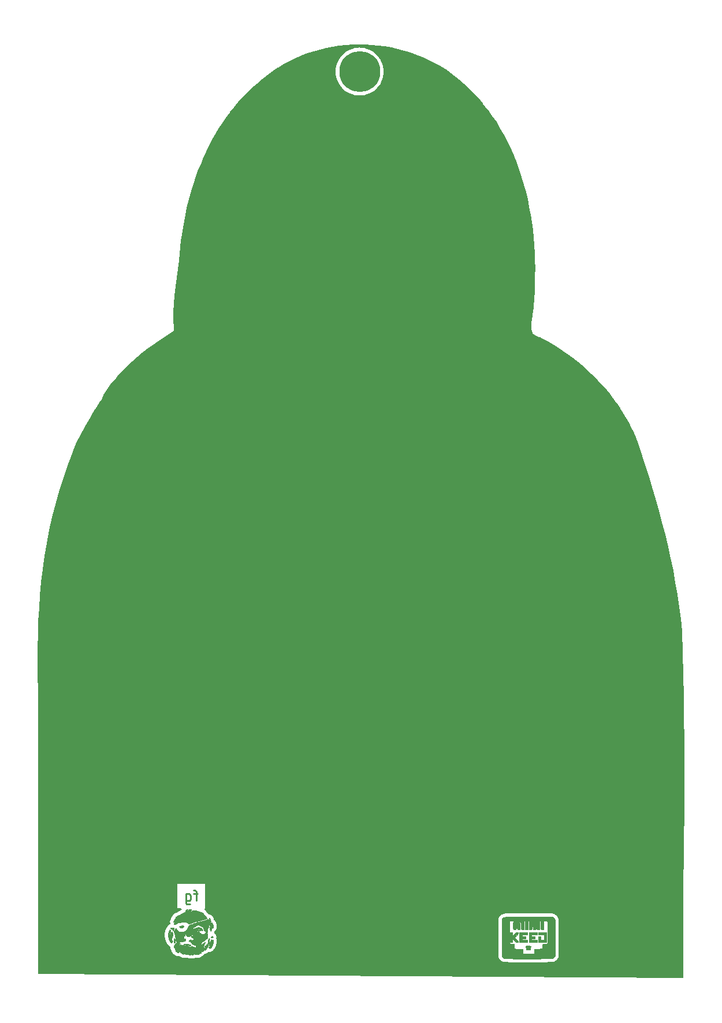
<source format=gbr>
%TF.GenerationSoftware,KiCad,Pcbnew,7.0.1*%
%TF.CreationDate,2023-08-30T08:14:35-05:00*%
%TF.ProjectId,Bsides-STL-Badge,42736964-6573-42d5-9354-4c2d42616467,rev?*%
%TF.SameCoordinates,Original*%
%TF.FileFunction,Copper,L2,Bot*%
%TF.FilePolarity,Positive*%
%FSLAX46Y46*%
G04 Gerber Fmt 4.6, Leading zero omitted, Abs format (unit mm)*
G04 Created by KiCad (PCBNEW 7.0.1) date 2023-08-30 08:14:35*
%MOMM*%
%LPD*%
G01*
G04 APERTURE LIST*
%ADD10C,0.250000*%
%TA.AperFunction,NonConductor*%
%ADD11C,0.250000*%
%TD*%
%TA.AperFunction,EtchedComponent*%
%ADD12C,0.010000*%
%TD*%
%TA.AperFunction,ComponentPad*%
%ADD13C,6.000000*%
%TD*%
G04 APERTURE END LIST*
D10*
%TO.C,G\u002A\u002A\u002A*%
D11*
X110368619Y-149132634D02*
X109781952Y-149132634D01*
X110148619Y-150159301D02*
X110148619Y-148839301D01*
X110148619Y-148839301D02*
X110075286Y-148692634D01*
X110075286Y-148692634D02*
X109928619Y-148619301D01*
X109928619Y-148619301D02*
X109781952Y-148619301D01*
X108608619Y-149132634D02*
X108608619Y-150379301D01*
X108608619Y-150379301D02*
X108681952Y-150525968D01*
X108681952Y-150525968D02*
X108755286Y-150599301D01*
X108755286Y-150599301D02*
X108901952Y-150672634D01*
X108901952Y-150672634D02*
X109121952Y-150672634D01*
X109121952Y-150672634D02*
X109268619Y-150599301D01*
X108608619Y-150085968D02*
X108755286Y-150159301D01*
X108755286Y-150159301D02*
X109048619Y-150159301D01*
X109048619Y-150159301D02*
X109195286Y-150085968D01*
X109195286Y-150085968D02*
X109268619Y-150012634D01*
X109268619Y-150012634D02*
X109341952Y-149865968D01*
X109341952Y-149865968D02*
X109341952Y-149425968D01*
X109341952Y-149425968D02*
X109268619Y-149279301D01*
X109268619Y-149279301D02*
X109195286Y-149205968D01*
X109195286Y-149205968D02*
X109048619Y-149132634D01*
X109048619Y-149132634D02*
X108755286Y-149132634D01*
X108755286Y-149132634D02*
X108608619Y-149205968D01*
D12*
X110466198Y-154545661D02*
X110481413Y-154566167D01*
X110478586Y-154597608D01*
X110469092Y-154608870D01*
X110442302Y-154613483D01*
X110420651Y-154603830D01*
X110413670Y-154577668D01*
X110419603Y-154552815D01*
X110442302Y-154541852D01*
X110466198Y-154545661D01*
%TA.AperFunction,EtchedComponent*%
G36*
X110466198Y-154545661D02*
G01*
X110481413Y-154566167D01*
X110478586Y-154597608D01*
X110469092Y-154608870D01*
X110442302Y-154613483D01*
X110420651Y-154603830D01*
X110413670Y-154577668D01*
X110419603Y-154552815D01*
X110442302Y-154541852D01*
X110466198Y-154545661D01*
G37*
%TD.AperFunction*%
X112503005Y-155333133D02*
X112539879Y-155355728D01*
X112567896Y-155388060D01*
X112579020Y-155422820D01*
X112570741Y-155447860D01*
X112542739Y-155481231D01*
X112499476Y-155514897D01*
X112445670Y-155544552D01*
X112398444Y-155562307D01*
X112353134Y-155566729D01*
X112318840Y-155551278D01*
X112292151Y-155515303D01*
X112289413Y-155509934D01*
X112280244Y-155485589D01*
X112283411Y-155464305D01*
X112300076Y-155434180D01*
X112330639Y-155397815D01*
X112376927Y-155362194D01*
X112427617Y-155336709D01*
X112473629Y-155326968D01*
X112503005Y-155333133D01*
%TA.AperFunction,EtchedComponent*%
G36*
X112503005Y-155333133D02*
G01*
X112539879Y-155355728D01*
X112567896Y-155388060D01*
X112579020Y-155422820D01*
X112570741Y-155447860D01*
X112542739Y-155481231D01*
X112499476Y-155514897D01*
X112445670Y-155544552D01*
X112398444Y-155562307D01*
X112353134Y-155566729D01*
X112318840Y-155551278D01*
X112292151Y-155515303D01*
X112289413Y-155509934D01*
X112280244Y-155485589D01*
X112283411Y-155464305D01*
X112300076Y-155434180D01*
X112330639Y-155397815D01*
X112376927Y-155362194D01*
X112427617Y-155336709D01*
X112473629Y-155326968D01*
X112503005Y-155333133D01*
G37*
%TD.AperFunction*%
X108818151Y-151370785D02*
X108846605Y-151389224D01*
X108857920Y-151414358D01*
X108854461Y-151424660D01*
X108835318Y-151451515D01*
X108803553Y-151486550D01*
X108763897Y-151525241D01*
X108721079Y-151563066D01*
X108679832Y-151595502D01*
X108644885Y-151618026D01*
X108628518Y-151626231D01*
X108589791Y-151638892D01*
X108566045Y-151632947D01*
X108555316Y-151608180D01*
X108555127Y-151601378D01*
X108566092Y-151567975D01*
X108592059Y-151526257D01*
X108628404Y-151481126D01*
X108670501Y-151437488D01*
X108713725Y-151400246D01*
X108753452Y-151374304D01*
X108785057Y-151364568D01*
X108818151Y-151370785D01*
%TA.AperFunction,EtchedComponent*%
G36*
X108818151Y-151370785D02*
G01*
X108846605Y-151389224D01*
X108857920Y-151414358D01*
X108854461Y-151424660D01*
X108835318Y-151451515D01*
X108803553Y-151486550D01*
X108763897Y-151525241D01*
X108721079Y-151563066D01*
X108679832Y-151595502D01*
X108644885Y-151618026D01*
X108628518Y-151626231D01*
X108589791Y-151638892D01*
X108566045Y-151632947D01*
X108555316Y-151608180D01*
X108555127Y-151601378D01*
X108566092Y-151567975D01*
X108592059Y-151526257D01*
X108628404Y-151481126D01*
X108670501Y-151437488D01*
X108713725Y-151400246D01*
X108753452Y-151374304D01*
X108785057Y-151364568D01*
X108818151Y-151370785D01*
G37*
%TD.AperFunction*%
X106953219Y-155667082D02*
X106955295Y-155669820D01*
X106969177Y-155698526D01*
X106981796Y-155744852D01*
X106993504Y-155810743D01*
X107004659Y-155898144D01*
X107015614Y-156008999D01*
X107020596Y-156056161D01*
X107029116Y-156116198D01*
X107038595Y-156165947D01*
X107047752Y-156197875D01*
X107060896Y-156232764D01*
X107065074Y-156262912D01*
X107053935Y-156284482D01*
X107025945Y-156305007D01*
X107003355Y-156317905D01*
X106972117Y-156328242D01*
X106945894Y-156320802D01*
X106915422Y-156294723D01*
X106901252Y-156277109D01*
X106876742Y-156222174D01*
X106860647Y-156145171D01*
X106853195Y-156047475D01*
X106854617Y-155930460D01*
X106855765Y-155908345D01*
X106863751Y-155813423D01*
X106875507Y-155739136D01*
X106890683Y-155686421D01*
X106908927Y-155656217D01*
X106929889Y-155649458D01*
X106953219Y-155667082D01*
%TA.AperFunction,EtchedComponent*%
G36*
X106953219Y-155667082D02*
G01*
X106955295Y-155669820D01*
X106969177Y-155698526D01*
X106981796Y-155744852D01*
X106993504Y-155810743D01*
X107004659Y-155898144D01*
X107015614Y-156008999D01*
X107020596Y-156056161D01*
X107029116Y-156116198D01*
X107038595Y-156165947D01*
X107047752Y-156197875D01*
X107060896Y-156232764D01*
X107065074Y-156262912D01*
X107053935Y-156284482D01*
X107025945Y-156305007D01*
X107003355Y-156317905D01*
X106972117Y-156328242D01*
X106945894Y-156320802D01*
X106915422Y-156294723D01*
X106901252Y-156277109D01*
X106876742Y-156222174D01*
X106860647Y-156145171D01*
X106853195Y-156047475D01*
X106854617Y-155930460D01*
X106855765Y-155908345D01*
X106863751Y-155813423D01*
X106875507Y-155739136D01*
X106890683Y-155686421D01*
X106908927Y-155656217D01*
X106929889Y-155649458D01*
X106953219Y-155667082D01*
G37*
%TD.AperFunction*%
X108603974Y-156441874D02*
X108696967Y-156448657D01*
X108789003Y-156458793D01*
X108875434Y-156472077D01*
X108951614Y-156488304D01*
X109011674Y-156505576D01*
X109084688Y-156531459D01*
X109154654Y-156560975D01*
X109218053Y-156592219D01*
X109271363Y-156623281D01*
X109311066Y-156652256D01*
X109333639Y-156677236D01*
X109335564Y-156696314D01*
X109325596Y-156704338D01*
X109305164Y-156709080D01*
X109271462Y-156710234D01*
X109221528Y-156707749D01*
X109152401Y-156701575D01*
X109061120Y-156691662D01*
X108952161Y-156678154D01*
X108819857Y-156658699D01*
X108697974Y-156637372D01*
X108588160Y-156614675D01*
X108492065Y-156591107D01*
X108411338Y-156567169D01*
X108347628Y-156543363D01*
X108302585Y-156520187D01*
X108277857Y-156498143D01*
X108275094Y-156477732D01*
X108295945Y-156459453D01*
X108315376Y-156452360D01*
X108365725Y-156443687D01*
X108433706Y-156439185D01*
X108514671Y-156438649D01*
X108603974Y-156441874D01*
%TA.AperFunction,EtchedComponent*%
G36*
X108603974Y-156441874D02*
G01*
X108696967Y-156448657D01*
X108789003Y-156458793D01*
X108875434Y-156472077D01*
X108951614Y-156488304D01*
X109011674Y-156505576D01*
X109084688Y-156531459D01*
X109154654Y-156560975D01*
X109218053Y-156592219D01*
X109271363Y-156623281D01*
X109311066Y-156652256D01*
X109333639Y-156677236D01*
X109335564Y-156696314D01*
X109325596Y-156704338D01*
X109305164Y-156709080D01*
X109271462Y-156710234D01*
X109221528Y-156707749D01*
X109152401Y-156701575D01*
X109061120Y-156691662D01*
X108952161Y-156678154D01*
X108819857Y-156658699D01*
X108697974Y-156637372D01*
X108588160Y-156614675D01*
X108492065Y-156591107D01*
X108411338Y-156567169D01*
X108347628Y-156543363D01*
X108302585Y-156520187D01*
X108277857Y-156498143D01*
X108275094Y-156477732D01*
X108295945Y-156459453D01*
X108315376Y-156452360D01*
X108365725Y-156443687D01*
X108433706Y-156439185D01*
X108514671Y-156438649D01*
X108603974Y-156441874D01*
G37*
%TD.AperFunction*%
X106485232Y-154074411D02*
X106539230Y-154090362D01*
X106559351Y-154096034D01*
X106626226Y-154104386D01*
X106699968Y-154101914D01*
X106768770Y-154088703D01*
X106789974Y-154088055D01*
X106819570Y-154099798D01*
X106830070Y-154109377D01*
X106839203Y-154127756D01*
X106843178Y-154157996D01*
X106843498Y-154206822D01*
X106839535Y-154259659D01*
X106827861Y-154328809D01*
X106810634Y-154397227D01*
X106789976Y-154456693D01*
X106768010Y-154498991D01*
X106761280Y-154507665D01*
X106740100Y-154522491D01*
X106717514Y-154516958D01*
X106691260Y-154489837D01*
X106659076Y-154439901D01*
X106631901Y-154394924D01*
X106598500Y-154347983D01*
X106566243Y-154316153D01*
X106529919Y-154294622D01*
X106484315Y-154278578D01*
X106469326Y-154274151D01*
X106408695Y-154251706D01*
X106371715Y-154227205D01*
X106356942Y-154198219D01*
X106362928Y-154162316D01*
X106388228Y-154117066D01*
X106395432Y-154106888D01*
X106419698Y-154081548D01*
X106447509Y-154071098D01*
X106485232Y-154074411D01*
%TA.AperFunction,EtchedComponent*%
G36*
X106485232Y-154074411D02*
G01*
X106539230Y-154090362D01*
X106559351Y-154096034D01*
X106626226Y-154104386D01*
X106699968Y-154101914D01*
X106768770Y-154088703D01*
X106789974Y-154088055D01*
X106819570Y-154099798D01*
X106830070Y-154109377D01*
X106839203Y-154127756D01*
X106843178Y-154157996D01*
X106843498Y-154206822D01*
X106839535Y-154259659D01*
X106827861Y-154328809D01*
X106810634Y-154397227D01*
X106789976Y-154456693D01*
X106768010Y-154498991D01*
X106761280Y-154507665D01*
X106740100Y-154522491D01*
X106717514Y-154516958D01*
X106691260Y-154489837D01*
X106659076Y-154439901D01*
X106631901Y-154394924D01*
X106598500Y-154347983D01*
X106566243Y-154316153D01*
X106529919Y-154294622D01*
X106484315Y-154278578D01*
X106469326Y-154274151D01*
X106408695Y-154251706D01*
X106371715Y-154227205D01*
X106356942Y-154198219D01*
X106362928Y-154162316D01*
X106388228Y-154117066D01*
X106395432Y-154106888D01*
X106419698Y-154081548D01*
X106447509Y-154071098D01*
X106485232Y-154074411D01*
G37*
%TD.AperFunction*%
X112390877Y-155834973D02*
X112395535Y-155841378D01*
X112414464Y-155884146D01*
X112429615Y-155945954D01*
X112440420Y-156021753D01*
X112446314Y-156106493D01*
X112446730Y-156195123D01*
X112441101Y-156282594D01*
X112436985Y-156318422D01*
X112426138Y-156382628D01*
X112410596Y-156436026D01*
X112387775Y-156488607D01*
X112372666Y-156516231D01*
X112329096Y-156578531D01*
X112276525Y-156637418D01*
X112221270Y-156686238D01*
X112169647Y-156718341D01*
X112160534Y-156722011D01*
X112115183Y-156731516D01*
X112067114Y-156731135D01*
X112025314Y-156721634D01*
X111998768Y-156703779D01*
X111993067Y-156694650D01*
X111981499Y-156649766D01*
X111985537Y-156587513D01*
X112005297Y-156507092D01*
X112040893Y-156407702D01*
X112054167Y-156374835D01*
X112104858Y-156256471D01*
X112154236Y-156152092D01*
X112200565Y-156065219D01*
X112242111Y-155999374D01*
X112256727Y-155977410D01*
X112282031Y-155932812D01*
X112298789Y-155894638D01*
X112300753Y-155889113D01*
X112319495Y-155853275D01*
X112341867Y-155828266D01*
X112356256Y-155818988D01*
X112372955Y-155817305D01*
X112390877Y-155834973D01*
%TA.AperFunction,EtchedComponent*%
G36*
X112390877Y-155834973D02*
G01*
X112395535Y-155841378D01*
X112414464Y-155884146D01*
X112429615Y-155945954D01*
X112440420Y-156021753D01*
X112446314Y-156106493D01*
X112446730Y-156195123D01*
X112441101Y-156282594D01*
X112436985Y-156318422D01*
X112426138Y-156382628D01*
X112410596Y-156436026D01*
X112387775Y-156488607D01*
X112372666Y-156516231D01*
X112329096Y-156578531D01*
X112276525Y-156637418D01*
X112221270Y-156686238D01*
X112169647Y-156718341D01*
X112160534Y-156722011D01*
X112115183Y-156731516D01*
X112067114Y-156731135D01*
X112025314Y-156721634D01*
X111998768Y-156703779D01*
X111993067Y-156694650D01*
X111981499Y-156649766D01*
X111985537Y-156587513D01*
X112005297Y-156507092D01*
X112040893Y-156407702D01*
X112054167Y-156374835D01*
X112104858Y-156256471D01*
X112154236Y-156152092D01*
X112200565Y-156065219D01*
X112242111Y-155999374D01*
X112256727Y-155977410D01*
X112282031Y-155932812D01*
X112298789Y-155894638D01*
X112300753Y-155889113D01*
X112319495Y-155853275D01*
X112341867Y-155828266D01*
X112356256Y-155818988D01*
X112372955Y-155817305D01*
X112390877Y-155834973D01*
G37*
%TD.AperFunction*%
X112573523Y-155855571D02*
X112598694Y-155878587D01*
X112613676Y-155916236D01*
X112622774Y-155976549D01*
X112624959Y-156053205D01*
X112620755Y-156142156D01*
X112610691Y-156239351D01*
X112595293Y-156340740D01*
X112575089Y-156442273D01*
X112550604Y-156539899D01*
X112522366Y-156629568D01*
X112490902Y-156707231D01*
X112474277Y-156740871D01*
X112429954Y-156818481D01*
X112379071Y-156894765D01*
X112325081Y-156965382D01*
X112271434Y-157025987D01*
X112221580Y-157072240D01*
X112178970Y-157099796D01*
X112178419Y-157100040D01*
X112146954Y-157111944D01*
X112124365Y-157117170D01*
X112113312Y-157116352D01*
X112073868Y-157100824D01*
X112032139Y-157070456D01*
X111994472Y-157031478D01*
X111967216Y-156990123D01*
X111956720Y-156952620D01*
X111957627Y-156939478D01*
X111968943Y-156909643D01*
X111995688Y-156882313D01*
X112040990Y-156854838D01*
X112107975Y-156824573D01*
X112167080Y-156799223D01*
X112266205Y-156750442D01*
X112343333Y-156702117D01*
X112400609Y-156652556D01*
X112440173Y-156600064D01*
X112464170Y-156542946D01*
X112466607Y-156531259D01*
X112471603Y-156491729D01*
X112476730Y-156433493D01*
X112481668Y-156360953D01*
X112486099Y-156278510D01*
X112489703Y-156190568D01*
X112491585Y-156139631D01*
X112495125Y-156058074D01*
X112498883Y-155986460D01*
X112502626Y-155928651D01*
X112506119Y-155888508D01*
X112509129Y-155869893D01*
X112518426Y-155856924D01*
X112543831Y-155848065D01*
X112573523Y-155855571D01*
%TA.AperFunction,EtchedComponent*%
G36*
X112573523Y-155855571D02*
G01*
X112598694Y-155878587D01*
X112613676Y-155916236D01*
X112622774Y-155976549D01*
X112624959Y-156053205D01*
X112620755Y-156142156D01*
X112610691Y-156239351D01*
X112595293Y-156340740D01*
X112575089Y-156442273D01*
X112550604Y-156539899D01*
X112522366Y-156629568D01*
X112490902Y-156707231D01*
X112474277Y-156740871D01*
X112429954Y-156818481D01*
X112379071Y-156894765D01*
X112325081Y-156965382D01*
X112271434Y-157025987D01*
X112221580Y-157072240D01*
X112178970Y-157099796D01*
X112178419Y-157100040D01*
X112146954Y-157111944D01*
X112124365Y-157117170D01*
X112113312Y-157116352D01*
X112073868Y-157100824D01*
X112032139Y-157070456D01*
X111994472Y-157031478D01*
X111967216Y-156990123D01*
X111956720Y-156952620D01*
X111957627Y-156939478D01*
X111968943Y-156909643D01*
X111995688Y-156882313D01*
X112040990Y-156854838D01*
X112107975Y-156824573D01*
X112167080Y-156799223D01*
X112266205Y-156750442D01*
X112343333Y-156702117D01*
X112400609Y-156652556D01*
X112440173Y-156600064D01*
X112464170Y-156542946D01*
X112466607Y-156531259D01*
X112471603Y-156491729D01*
X112476730Y-156433493D01*
X112481668Y-156360953D01*
X112486099Y-156278510D01*
X112489703Y-156190568D01*
X112491585Y-156139631D01*
X112495125Y-156058074D01*
X112498883Y-155986460D01*
X112502626Y-155928651D01*
X112506119Y-155888508D01*
X112509129Y-155869893D01*
X112518426Y-155856924D01*
X112543831Y-155848065D01*
X112573523Y-155855571D01*
G37*
%TD.AperFunction*%
X112046642Y-155654012D02*
X112058441Y-155676533D01*
X112065193Y-155700616D01*
X112070358Y-155765178D01*
X112064055Y-155848009D01*
X112046413Y-155946227D01*
X112043989Y-155957590D01*
X112032947Y-156022044D01*
X112025497Y-156086930D01*
X112023141Y-156139768D01*
X112023231Y-156159357D01*
X112020767Y-156198742D01*
X112012788Y-156235663D01*
X111997110Y-156278392D01*
X111971550Y-156335200D01*
X111961123Y-156358295D01*
X111932093Y-156429457D01*
X111903778Y-156507082D01*
X111881063Y-156578065D01*
X111835477Y-156718064D01*
X111766703Y-156885558D01*
X111686970Y-157040474D01*
X111598458Y-157178666D01*
X111503348Y-157295990D01*
X111493771Y-157306172D01*
X111460002Y-157339532D01*
X111432590Y-157362877D01*
X111416731Y-157371668D01*
X111409765Y-157370035D01*
X111386852Y-157353379D01*
X111362190Y-157325432D01*
X111342480Y-157294545D01*
X111334420Y-157269069D01*
X111335231Y-157261720D01*
X111342449Y-157230931D01*
X111355534Y-157186265D01*
X111372520Y-157134661D01*
X111382760Y-157104823D01*
X111399270Y-157052651D01*
X111407385Y-157015109D01*
X111407491Y-156985886D01*
X111399974Y-156958676D01*
X111385220Y-156927168D01*
X111380368Y-156917353D01*
X111362902Y-156867072D01*
X111364476Y-156823483D01*
X111385081Y-156777943D01*
X111395230Y-156762866D01*
X111422820Y-156738322D01*
X111451803Y-156737595D01*
X111483575Y-156761006D01*
X111519531Y-156808875D01*
X111544041Y-156845827D01*
X111559987Y-156864786D01*
X111570365Y-156867735D01*
X111578821Y-156857675D01*
X111579457Y-156856429D01*
X111585038Y-156829056D01*
X111586815Y-156782133D01*
X111584571Y-156720821D01*
X111583457Y-156700174D01*
X111582570Y-156646692D01*
X111584569Y-156602607D01*
X111589201Y-156575865D01*
X111594554Y-156563636D01*
X111606368Y-156551351D01*
X111628265Y-156547166D01*
X111667825Y-156548437D01*
X111704289Y-156550112D01*
X111725752Y-156547300D01*
X111734827Y-156536488D01*
X111738264Y-156514418D01*
X111741667Y-156491159D01*
X111758762Y-156425000D01*
X111786313Y-156349596D01*
X111821502Y-156273118D01*
X111834073Y-156247890D01*
X111848240Y-156213669D01*
X111855768Y-156180798D01*
X111858356Y-156140375D01*
X111857702Y-156083499D01*
X111857333Y-156066908D01*
X111857536Y-156013596D01*
X111861428Y-155975356D01*
X111870340Y-155943987D01*
X111885600Y-155911286D01*
X111894619Y-155893107D01*
X111915415Y-155844853D01*
X111930026Y-155802455D01*
X111934810Y-155786545D01*
X111958574Y-155730648D01*
X111988383Y-155685154D01*
X112019661Y-155657467D01*
X112031436Y-155652022D01*
X112046642Y-155654012D01*
%TA.AperFunction,EtchedComponent*%
G36*
X112046642Y-155654012D02*
G01*
X112058441Y-155676533D01*
X112065193Y-155700616D01*
X112070358Y-155765178D01*
X112064055Y-155848009D01*
X112046413Y-155946227D01*
X112043989Y-155957590D01*
X112032947Y-156022044D01*
X112025497Y-156086930D01*
X112023141Y-156139768D01*
X112023231Y-156159357D01*
X112020767Y-156198742D01*
X112012788Y-156235663D01*
X111997110Y-156278392D01*
X111971550Y-156335200D01*
X111961123Y-156358295D01*
X111932093Y-156429457D01*
X111903778Y-156507082D01*
X111881063Y-156578065D01*
X111835477Y-156718064D01*
X111766703Y-156885558D01*
X111686970Y-157040474D01*
X111598458Y-157178666D01*
X111503348Y-157295990D01*
X111493771Y-157306172D01*
X111460002Y-157339532D01*
X111432590Y-157362877D01*
X111416731Y-157371668D01*
X111409765Y-157370035D01*
X111386852Y-157353379D01*
X111362190Y-157325432D01*
X111342480Y-157294545D01*
X111334420Y-157269069D01*
X111335231Y-157261720D01*
X111342449Y-157230931D01*
X111355534Y-157186265D01*
X111372520Y-157134661D01*
X111382760Y-157104823D01*
X111399270Y-157052651D01*
X111407385Y-157015109D01*
X111407491Y-156985886D01*
X111399974Y-156958676D01*
X111385220Y-156927168D01*
X111380368Y-156917353D01*
X111362902Y-156867072D01*
X111364476Y-156823483D01*
X111385081Y-156777943D01*
X111395230Y-156762866D01*
X111422820Y-156738322D01*
X111451803Y-156737595D01*
X111483575Y-156761006D01*
X111519531Y-156808875D01*
X111544041Y-156845827D01*
X111559987Y-156864786D01*
X111570365Y-156867735D01*
X111578821Y-156857675D01*
X111579457Y-156856429D01*
X111585038Y-156829056D01*
X111586815Y-156782133D01*
X111584571Y-156720821D01*
X111583457Y-156700174D01*
X111582570Y-156646692D01*
X111584569Y-156602607D01*
X111589201Y-156575865D01*
X111594554Y-156563636D01*
X111606368Y-156551351D01*
X111628265Y-156547166D01*
X111667825Y-156548437D01*
X111704289Y-156550112D01*
X111725752Y-156547300D01*
X111734827Y-156536488D01*
X111738264Y-156514418D01*
X111741667Y-156491159D01*
X111758762Y-156425000D01*
X111786313Y-156349596D01*
X111821502Y-156273118D01*
X111834073Y-156247890D01*
X111848240Y-156213669D01*
X111855768Y-156180798D01*
X111858356Y-156140375D01*
X111857702Y-156083499D01*
X111857333Y-156066908D01*
X111857536Y-156013596D01*
X111861428Y-155975356D01*
X111870340Y-155943987D01*
X111885600Y-155911286D01*
X111894619Y-155893107D01*
X111915415Y-155844853D01*
X111930026Y-155802455D01*
X111934810Y-155786545D01*
X111958574Y-155730648D01*
X111988383Y-155685154D01*
X112019661Y-155657467D01*
X112031436Y-155652022D01*
X112046642Y-155654012D01*
G37*
%TD.AperFunction*%
X106284509Y-154351337D02*
X106311161Y-154369888D01*
X106340097Y-154401444D01*
X106365515Y-154439115D01*
X106381614Y-154476012D01*
X106385594Y-154492435D01*
X106393199Y-154569898D01*
X106386878Y-154653116D01*
X106367306Y-154730068D01*
X106316415Y-154886952D01*
X106275091Y-155078167D01*
X106257909Y-155264952D01*
X106265039Y-155446130D01*
X106271138Y-155495673D01*
X106283042Y-155561051D01*
X106297828Y-155605427D01*
X106316550Y-155631553D01*
X106340264Y-155642176D01*
X106352173Y-155642379D01*
X106365284Y-155633040D01*
X106368085Y-155608872D01*
X106360634Y-155567054D01*
X106342986Y-155504768D01*
X106340165Y-155495479D01*
X106313034Y-155368493D01*
X106309593Y-155247581D01*
X106329751Y-155130107D01*
X106346520Y-155075357D01*
X106374581Y-154999980D01*
X106407145Y-154925697D01*
X106442107Y-154856335D01*
X106477359Y-154795723D01*
X106510797Y-154747689D01*
X106540314Y-154716061D01*
X106563804Y-154704668D01*
X106579109Y-154715030D01*
X106600695Y-154743201D01*
X106624791Y-154783311D01*
X106647875Y-154829483D01*
X106666422Y-154875839D01*
X106668662Y-154882812D01*
X106681997Y-154950836D01*
X106687159Y-155034157D01*
X106684626Y-155125155D01*
X106674875Y-155216209D01*
X106658381Y-155299699D01*
X106635622Y-155368003D01*
X106631113Y-155379076D01*
X106616321Y-155423274D01*
X106600451Y-155479574D01*
X106586243Y-155538516D01*
X106581920Y-155557297D01*
X106565153Y-155618914D01*
X106546168Y-155676288D01*
X106528298Y-155719035D01*
X106516645Y-155742809D01*
X106500846Y-155782930D01*
X106495890Y-155817725D01*
X106503195Y-155851855D01*
X106524181Y-155889982D01*
X106560267Y-155936768D01*
X106612871Y-155996876D01*
X106618725Y-156003463D01*
X106644368Y-156036197D01*
X106654786Y-156061118D01*
X106653422Y-156085776D01*
X106642213Y-156115436D01*
X106617728Y-156160097D01*
X106586154Y-156207932D01*
X106552998Y-156250688D01*
X106523768Y-156280111D01*
X106495496Y-156297340D01*
X106469836Y-156304868D01*
X106454682Y-156301833D01*
X106419137Y-156279897D01*
X106377557Y-156239614D01*
X106332378Y-156184362D01*
X106286035Y-156117519D01*
X106240965Y-156042462D01*
X106199601Y-155962571D01*
X106164381Y-155881222D01*
X106117192Y-155744245D01*
X106068080Y-155546018D01*
X106039872Y-155345853D01*
X106032835Y-155147421D01*
X106047237Y-154954389D01*
X106083346Y-154770427D01*
X106087865Y-154753636D01*
X106113795Y-154666964D01*
X106142587Y-154584177D01*
X106172675Y-154508721D01*
X106202497Y-154444038D01*
X106230488Y-154393572D01*
X106255085Y-154360768D01*
X106274722Y-154349068D01*
X106284509Y-154351337D01*
%TA.AperFunction,EtchedComponent*%
G36*
X106284509Y-154351337D02*
G01*
X106311161Y-154369888D01*
X106340097Y-154401444D01*
X106365515Y-154439115D01*
X106381614Y-154476012D01*
X106385594Y-154492435D01*
X106393199Y-154569898D01*
X106386878Y-154653116D01*
X106367306Y-154730068D01*
X106316415Y-154886952D01*
X106275091Y-155078167D01*
X106257909Y-155264952D01*
X106265039Y-155446130D01*
X106271138Y-155495673D01*
X106283042Y-155561051D01*
X106297828Y-155605427D01*
X106316550Y-155631553D01*
X106340264Y-155642176D01*
X106352173Y-155642379D01*
X106365284Y-155633040D01*
X106368085Y-155608872D01*
X106360634Y-155567054D01*
X106342986Y-155504768D01*
X106340165Y-155495479D01*
X106313034Y-155368493D01*
X106309593Y-155247581D01*
X106329751Y-155130107D01*
X106346520Y-155075357D01*
X106374581Y-154999980D01*
X106407145Y-154925697D01*
X106442107Y-154856335D01*
X106477359Y-154795723D01*
X106510797Y-154747689D01*
X106540314Y-154716061D01*
X106563804Y-154704668D01*
X106579109Y-154715030D01*
X106600695Y-154743201D01*
X106624791Y-154783311D01*
X106647875Y-154829483D01*
X106666422Y-154875839D01*
X106668662Y-154882812D01*
X106681997Y-154950836D01*
X106687159Y-155034157D01*
X106684626Y-155125155D01*
X106674875Y-155216209D01*
X106658381Y-155299699D01*
X106635622Y-155368003D01*
X106631113Y-155379076D01*
X106616321Y-155423274D01*
X106600451Y-155479574D01*
X106586243Y-155538516D01*
X106581920Y-155557297D01*
X106565153Y-155618914D01*
X106546168Y-155676288D01*
X106528298Y-155719035D01*
X106516645Y-155742809D01*
X106500846Y-155782930D01*
X106495890Y-155817725D01*
X106503195Y-155851855D01*
X106524181Y-155889982D01*
X106560267Y-155936768D01*
X106612871Y-155996876D01*
X106618725Y-156003463D01*
X106644368Y-156036197D01*
X106654786Y-156061118D01*
X106653422Y-156085776D01*
X106642213Y-156115436D01*
X106617728Y-156160097D01*
X106586154Y-156207932D01*
X106552998Y-156250688D01*
X106523768Y-156280111D01*
X106495496Y-156297340D01*
X106469836Y-156304868D01*
X106454682Y-156301833D01*
X106419137Y-156279897D01*
X106377557Y-156239614D01*
X106332378Y-156184362D01*
X106286035Y-156117519D01*
X106240965Y-156042462D01*
X106199601Y-155962571D01*
X106164381Y-155881222D01*
X106117192Y-155744245D01*
X106068080Y-155546018D01*
X106039872Y-155345853D01*
X106032835Y-155147421D01*
X106047237Y-154954389D01*
X106083346Y-154770427D01*
X106087865Y-154753636D01*
X106113795Y-154666964D01*
X106142587Y-154584177D01*
X106172675Y-154508721D01*
X106202497Y-154444038D01*
X106230488Y-154393572D01*
X106255085Y-154360768D01*
X106274722Y-154349068D01*
X106284509Y-154351337D01*
G37*
%TD.AperFunction*%
X109197219Y-151403632D02*
X109238920Y-151405604D01*
X109248756Y-151406039D01*
X109332954Y-151414174D01*
X109393425Y-151429209D01*
X109429902Y-151451047D01*
X109442120Y-151479592D01*
X109438826Y-151495131D01*
X109423070Y-151512375D01*
X109411786Y-151522105D01*
X109404020Y-151547292D01*
X109396795Y-151569382D01*
X109367130Y-151588823D01*
X109343893Y-151603207D01*
X109312768Y-151632395D01*
X109282906Y-151667960D01*
X109260469Y-151702452D01*
X109251620Y-151728423D01*
X109260842Y-151743549D01*
X109285885Y-151745491D01*
X109322277Y-151736010D01*
X109365545Y-151717067D01*
X109411219Y-151690623D01*
X109454824Y-151658638D01*
X109491890Y-151623074D01*
X109508118Y-151605499D01*
X109538386Y-151578884D01*
X109571337Y-151560430D01*
X109610650Y-151549717D01*
X109660007Y-151546324D01*
X109723088Y-151549831D01*
X109803574Y-151559817D01*
X109905146Y-151575862D01*
X109955490Y-151583119D01*
X110028809Y-151591533D01*
X110108552Y-151598970D01*
X110184546Y-151604391D01*
X110232826Y-151607335D01*
X110290470Y-151612061D01*
X110334624Y-151618389D01*
X110372484Y-151627838D01*
X110411250Y-151641929D01*
X110458120Y-151662183D01*
X110524047Y-151691578D01*
X110598333Y-151724246D01*
X110655508Y-151748475D01*
X110699051Y-151765507D01*
X110732444Y-151776584D01*
X110759168Y-151782948D01*
X110782703Y-151785841D01*
X110806529Y-151786505D01*
X110838570Y-151787070D01*
X110865213Y-151790402D01*
X110891369Y-151798777D01*
X110922435Y-151814470D01*
X110963806Y-151839757D01*
X111020878Y-151876914D01*
X111060039Y-151903928D01*
X111108887Y-151943927D01*
X111153117Y-151990352D01*
X111200999Y-152051203D01*
X111207244Y-152059542D01*
X111249325Y-152113295D01*
X111301522Y-152177031D01*
X111357794Y-152243474D01*
X111412100Y-152305353D01*
X111435486Y-152331583D01*
X111518660Y-152428206D01*
X111587134Y-152513461D01*
X111640103Y-152586188D01*
X111676763Y-152645229D01*
X111696309Y-152689422D01*
X111697939Y-152717609D01*
X111686471Y-152726969D01*
X111651421Y-152743122D01*
X111594573Y-152764326D01*
X111517496Y-152790094D01*
X111421758Y-152819939D01*
X111308928Y-152853375D01*
X111180574Y-152889914D01*
X111038266Y-152929069D01*
X110883570Y-152970355D01*
X110793780Y-152994005D01*
X110603170Y-153044466D01*
X110434149Y-153089668D01*
X110284592Y-153130260D01*
X110152372Y-153166889D01*
X110035365Y-153200205D01*
X109931446Y-153230854D01*
X109838487Y-153259484D01*
X109754365Y-153286745D01*
X109676954Y-153313284D01*
X109604128Y-153339749D01*
X109533762Y-153366788D01*
X109463730Y-153395049D01*
X109391908Y-153425181D01*
X109317663Y-153456194D01*
X109245940Y-153484159D01*
X109189391Y-153503275D01*
X109143899Y-153514911D01*
X109105347Y-153520437D01*
X109094232Y-153521251D01*
X109049364Y-153521651D01*
X109011335Y-153514498D01*
X108974014Y-153497122D01*
X108931270Y-153466854D01*
X108876970Y-153421026D01*
X108816332Y-153372380D01*
X108756629Y-153335856D01*
X108691626Y-153309096D01*
X108614637Y-153289356D01*
X108518979Y-153273886D01*
X108423414Y-153263930D01*
X108267580Y-153257813D01*
X108106072Y-153262427D01*
X107942713Y-153277049D01*
X107781327Y-153300959D01*
X107625736Y-153333434D01*
X107479765Y-153373753D01*
X107347235Y-153421195D01*
X107231970Y-153475038D01*
X107137794Y-153534561D01*
X107107343Y-153556773D01*
X107066614Y-153584529D01*
X107035470Y-153603577D01*
X106993935Y-153620667D01*
X106951723Y-153620871D01*
X106905636Y-153600114D01*
X106883707Y-153584539D01*
X106861889Y-153556791D01*
X106855768Y-153521508D01*
X106864959Y-153474258D01*
X106889072Y-153410610D01*
X106893993Y-153398940D01*
X106912856Y-153350219D01*
X106926476Y-153308676D01*
X106932184Y-153282268D01*
X106932358Y-153278092D01*
X106929351Y-153259697D01*
X106914443Y-153250782D01*
X106880885Y-153246661D01*
X106869470Y-153245466D01*
X106834564Y-153237252D01*
X106813412Y-153225348D01*
X106809569Y-153220320D01*
X106805910Y-153210467D01*
X106808410Y-153196409D01*
X106818853Y-153173788D01*
X106839026Y-153138243D01*
X106870712Y-153085418D01*
X106879663Y-153068957D01*
X106900511Y-153019186D01*
X106915196Y-152968791D01*
X106919268Y-152952344D01*
X106939787Y-152899404D01*
X106974343Y-152837405D01*
X107024538Y-152763690D01*
X107091975Y-152675601D01*
X107119667Y-152639559D01*
X107140513Y-152607036D01*
X107149093Y-152582531D01*
X107148238Y-152560232D01*
X107146547Y-152548449D01*
X107149891Y-152527284D01*
X107165768Y-152504834D01*
X107198161Y-152474242D01*
X107209802Y-152464767D01*
X107254469Y-152434726D01*
X107310189Y-152403239D01*
X107367602Y-152375748D01*
X107391884Y-152365095D01*
X107474519Y-152326580D01*
X107574323Y-152277394D01*
X107687879Y-152219302D01*
X107811768Y-152154072D01*
X107942571Y-152083469D01*
X108076870Y-152009261D01*
X108084153Y-152005192D01*
X108165797Y-151959918D01*
X108261511Y-151907317D01*
X108363705Y-151851537D01*
X108464786Y-151796721D01*
X108557163Y-151747014D01*
X108589612Y-151729532D01*
X108671346Y-151684595D01*
X108749775Y-151640296D01*
X108820095Y-151599413D01*
X108877502Y-151564720D01*
X108917191Y-151538994D01*
X108948540Y-151517149D01*
X109008782Y-151475124D01*
X109053798Y-151444598D01*
X109087779Y-151423834D01*
X109114920Y-151411094D01*
X109139411Y-151404639D01*
X109165447Y-151402731D01*
X109197219Y-151403632D01*
%TA.AperFunction,EtchedComponent*%
G36*
X109197219Y-151403632D02*
G01*
X109238920Y-151405604D01*
X109248756Y-151406039D01*
X109332954Y-151414174D01*
X109393425Y-151429209D01*
X109429902Y-151451047D01*
X109442120Y-151479592D01*
X109438826Y-151495131D01*
X109423070Y-151512375D01*
X109411786Y-151522105D01*
X109404020Y-151547292D01*
X109396795Y-151569382D01*
X109367130Y-151588823D01*
X109343893Y-151603207D01*
X109312768Y-151632395D01*
X109282906Y-151667960D01*
X109260469Y-151702452D01*
X109251620Y-151728423D01*
X109260842Y-151743549D01*
X109285885Y-151745491D01*
X109322277Y-151736010D01*
X109365545Y-151717067D01*
X109411219Y-151690623D01*
X109454824Y-151658638D01*
X109491890Y-151623074D01*
X109508118Y-151605499D01*
X109538386Y-151578884D01*
X109571337Y-151560430D01*
X109610650Y-151549717D01*
X109660007Y-151546324D01*
X109723088Y-151549831D01*
X109803574Y-151559817D01*
X109905146Y-151575862D01*
X109955490Y-151583119D01*
X110028809Y-151591533D01*
X110108552Y-151598970D01*
X110184546Y-151604391D01*
X110232826Y-151607335D01*
X110290470Y-151612061D01*
X110334624Y-151618389D01*
X110372484Y-151627838D01*
X110411250Y-151641929D01*
X110458120Y-151662183D01*
X110524047Y-151691578D01*
X110598333Y-151724246D01*
X110655508Y-151748475D01*
X110699051Y-151765507D01*
X110732444Y-151776584D01*
X110759168Y-151782948D01*
X110782703Y-151785841D01*
X110806529Y-151786505D01*
X110838570Y-151787070D01*
X110865213Y-151790402D01*
X110891369Y-151798777D01*
X110922435Y-151814470D01*
X110963806Y-151839757D01*
X111020878Y-151876914D01*
X111060039Y-151903928D01*
X111108887Y-151943927D01*
X111153117Y-151990352D01*
X111200999Y-152051203D01*
X111207244Y-152059542D01*
X111249325Y-152113295D01*
X111301522Y-152177031D01*
X111357794Y-152243474D01*
X111412100Y-152305353D01*
X111435486Y-152331583D01*
X111518660Y-152428206D01*
X111587134Y-152513461D01*
X111640103Y-152586188D01*
X111676763Y-152645229D01*
X111696309Y-152689422D01*
X111697939Y-152717609D01*
X111686471Y-152726969D01*
X111651421Y-152743122D01*
X111594573Y-152764326D01*
X111517496Y-152790094D01*
X111421758Y-152819939D01*
X111308928Y-152853375D01*
X111180574Y-152889914D01*
X111038266Y-152929069D01*
X110883570Y-152970355D01*
X110793780Y-152994005D01*
X110603170Y-153044466D01*
X110434149Y-153089668D01*
X110284592Y-153130260D01*
X110152372Y-153166889D01*
X110035365Y-153200205D01*
X109931446Y-153230854D01*
X109838487Y-153259484D01*
X109754365Y-153286745D01*
X109676954Y-153313284D01*
X109604128Y-153339749D01*
X109533762Y-153366788D01*
X109463730Y-153395049D01*
X109391908Y-153425181D01*
X109317663Y-153456194D01*
X109245940Y-153484159D01*
X109189391Y-153503275D01*
X109143899Y-153514911D01*
X109105347Y-153520437D01*
X109094232Y-153521251D01*
X109049364Y-153521651D01*
X109011335Y-153514498D01*
X108974014Y-153497122D01*
X108931270Y-153466854D01*
X108876970Y-153421026D01*
X108816332Y-153372380D01*
X108756629Y-153335856D01*
X108691626Y-153309096D01*
X108614637Y-153289356D01*
X108518979Y-153273886D01*
X108423414Y-153263930D01*
X108267580Y-153257813D01*
X108106072Y-153262427D01*
X107942713Y-153277049D01*
X107781327Y-153300959D01*
X107625736Y-153333434D01*
X107479765Y-153373753D01*
X107347235Y-153421195D01*
X107231970Y-153475038D01*
X107137794Y-153534561D01*
X107107343Y-153556773D01*
X107066614Y-153584529D01*
X107035470Y-153603577D01*
X106993935Y-153620667D01*
X106951723Y-153620871D01*
X106905636Y-153600114D01*
X106883707Y-153584539D01*
X106861889Y-153556791D01*
X106855768Y-153521508D01*
X106864959Y-153474258D01*
X106889072Y-153410610D01*
X106893993Y-153398940D01*
X106912856Y-153350219D01*
X106926476Y-153308676D01*
X106932184Y-153282268D01*
X106932358Y-153278092D01*
X106929351Y-153259697D01*
X106914443Y-153250782D01*
X106880885Y-153246661D01*
X106869470Y-153245466D01*
X106834564Y-153237252D01*
X106813412Y-153225348D01*
X106809569Y-153220320D01*
X106805910Y-153210467D01*
X106808410Y-153196409D01*
X106818853Y-153173788D01*
X106839026Y-153138243D01*
X106870712Y-153085418D01*
X106879663Y-153068957D01*
X106900511Y-153019186D01*
X106915196Y-152968791D01*
X106919268Y-152952344D01*
X106939787Y-152899404D01*
X106974343Y-152837405D01*
X107024538Y-152763690D01*
X107091975Y-152675601D01*
X107119667Y-152639559D01*
X107140513Y-152607036D01*
X107149093Y-152582531D01*
X107148238Y-152560232D01*
X107146547Y-152548449D01*
X107149891Y-152527284D01*
X107165768Y-152504834D01*
X107198161Y-152474242D01*
X107209802Y-152464767D01*
X107254469Y-152434726D01*
X107310189Y-152403239D01*
X107367602Y-152375748D01*
X107391884Y-152365095D01*
X107474519Y-152326580D01*
X107574323Y-152277394D01*
X107687879Y-152219302D01*
X107811768Y-152154072D01*
X107942571Y-152083469D01*
X108076870Y-152009261D01*
X108084153Y-152005192D01*
X108165797Y-151959918D01*
X108261511Y-151907317D01*
X108363705Y-151851537D01*
X108464786Y-151796721D01*
X108557163Y-151747014D01*
X108589612Y-151729532D01*
X108671346Y-151684595D01*
X108749775Y-151640296D01*
X108820095Y-151599413D01*
X108877502Y-151564720D01*
X108917191Y-151538994D01*
X108948540Y-151517149D01*
X109008782Y-151475124D01*
X109053798Y-151444598D01*
X109087779Y-151423834D01*
X109114920Y-151411094D01*
X109139411Y-151404639D01*
X109165447Y-151402731D01*
X109197219Y-151403632D01*
G37*
%TD.AperFunction*%
X111760351Y-154714402D02*
X111760351Y-154714410D01*
X111753644Y-154748093D01*
X111742447Y-154783722D01*
X111732824Y-154813056D01*
X111725187Y-154849533D01*
X111726698Y-154883551D01*
X111738124Y-154923486D01*
X111760233Y-154977718D01*
X111761020Y-154979559D01*
X111768834Y-155001470D01*
X111774145Y-155026861D01*
X111777192Y-155060109D01*
X111778214Y-155105591D01*
X111777449Y-155167685D01*
X111775138Y-155250768D01*
X111772933Y-155312448D01*
X111767698Y-155412752D01*
X111760701Y-155492209D01*
X111751431Y-155553799D01*
X111739380Y-155600499D01*
X111724037Y-155635288D01*
X111704893Y-155661145D01*
X111703373Y-155662701D01*
X111678028Y-155684434D01*
X111637137Y-155715510D01*
X111586017Y-155752009D01*
X111529984Y-155790016D01*
X111505588Y-155806445D01*
X111433114Y-155859258D01*
X111372030Y-155909888D01*
X111327998Y-155953744D01*
X111321106Y-155961599D01*
X111267449Y-156012673D01*
X111216086Y-156041689D01*
X111163253Y-156050868D01*
X111143716Y-156054358D01*
X111102069Y-156074136D01*
X111053954Y-156107880D01*
X111004809Y-156151568D01*
X110960069Y-156201178D01*
X110945928Y-156219770D01*
X110909699Y-156273469D01*
X110873637Y-156334129D01*
X110840605Y-156396185D01*
X110813467Y-156454071D01*
X110795084Y-156502221D01*
X110788320Y-156535070D01*
X110788447Y-156541320D01*
X110795439Y-156581435D01*
X110810590Y-156610907D01*
X110830353Y-156622368D01*
X110831371Y-156622221D01*
X110848968Y-156612612D01*
X110881224Y-156590161D01*
X110923906Y-156557940D01*
X110972781Y-156519021D01*
X110995667Y-156500432D01*
X111103431Y-156415406D01*
X111195679Y-156347106D01*
X111272024Y-156295757D01*
X111332078Y-156261585D01*
X111375454Y-156244815D01*
X111401764Y-156245674D01*
X111410620Y-156264385D01*
X111409294Y-156277523D01*
X111399306Y-156318557D01*
X111381122Y-156374906D01*
X111356644Y-156441520D01*
X111327772Y-156513351D01*
X111296409Y-156585350D01*
X111264455Y-156652469D01*
X111264271Y-156652836D01*
X111237258Y-156708460D01*
X111215144Y-156757379D01*
X111211584Y-156766182D01*
X111200206Y-156794319D01*
X111194720Y-156814004D01*
X111194225Y-156817412D01*
X111183121Y-156841251D01*
X111160402Y-156876482D01*
X111130035Y-156916801D01*
X111103034Y-156950753D01*
X111082050Y-156980722D01*
X111071963Y-157004473D01*
X111069879Y-157029405D01*
X111072905Y-157062918D01*
X111077345Y-157095185D01*
X111088935Y-157147696D01*
X111103177Y-157181746D01*
X111118854Y-157193868D01*
X111123463Y-157192399D01*
X111138411Y-157174482D01*
X111153323Y-157142692D01*
X111164819Y-157105268D01*
X111169515Y-157070450D01*
X111169689Y-157062957D01*
X111176843Y-157024741D01*
X111193098Y-157006631D01*
X111216584Y-157010986D01*
X111227355Y-157022282D01*
X111243852Y-157060125D01*
X111258038Y-157119757D01*
X111269433Y-157198948D01*
X111277559Y-157295468D01*
X111284875Y-157416118D01*
X111186661Y-157477620D01*
X111144543Y-157502681D01*
X111074203Y-157535816D01*
X111013652Y-157549456D01*
X110958553Y-157543539D01*
X110904568Y-157518002D01*
X110847360Y-157472785D01*
X110819707Y-157448410D01*
X110781616Y-157419499D01*
X110758198Y-157409279D01*
X110750220Y-157418181D01*
X110754589Y-157428750D01*
X110769558Y-157455459D01*
X110791495Y-157490969D01*
X110801442Y-157506778D01*
X110818422Y-157538179D01*
X110827848Y-157568188D01*
X110831904Y-157605731D01*
X110832770Y-157659729D01*
X110832666Y-157672900D01*
X110830325Y-157721977D01*
X110825497Y-157759239D01*
X110818974Y-157777902D01*
X110802962Y-157788702D01*
X110762396Y-157798864D01*
X110714410Y-157797482D01*
X110668890Y-157784145D01*
X110658116Y-157779210D01*
X110631120Y-157768728D01*
X110618452Y-157766880D01*
X110615474Y-157777189D01*
X110609748Y-157806558D01*
X110603031Y-157847420D01*
X110591470Y-157923122D01*
X110529824Y-157945073D01*
X110509230Y-157953095D01*
X110469983Y-157971956D01*
X110443388Y-157989457D01*
X110438013Y-157994133D01*
X110416587Y-158004816D01*
X110393910Y-157996579D01*
X110375934Y-157985445D01*
X110343488Y-157965393D01*
X110323927Y-157957417D01*
X110301610Y-157961022D01*
X110267947Y-157978093D01*
X110242722Y-157991652D01*
X110205875Y-158004422D01*
X110175717Y-158000891D01*
X110144086Y-157981268D01*
X110130708Y-157971785D01*
X110096310Y-157958326D01*
X110055178Y-157959566D01*
X110000113Y-157975202D01*
X109945312Y-157994537D01*
X109893261Y-157943452D01*
X109865647Y-157918225D01*
X109830434Y-157896415D01*
X109800706Y-157896564D01*
X109771811Y-157919336D01*
X109739097Y-157965393D01*
X109714406Y-158002089D01*
X109684402Y-158040965D01*
X109659880Y-158066929D01*
X109618807Y-158090840D01*
X109566222Y-158095433D01*
X109508245Y-158075223D01*
X109444854Y-158030205D01*
X109420806Y-158010758D01*
X109392324Y-157996588D01*
X109368156Y-158001473D01*
X109341139Y-158025059D01*
X109310843Y-158048910D01*
X109276999Y-158063822D01*
X109251842Y-158065237D01*
X109204998Y-158061857D01*
X109144951Y-158054000D01*
X109077824Y-158042608D01*
X109009739Y-158028624D01*
X108946820Y-158012989D01*
X108882894Y-157996262D01*
X108833567Y-157986813D01*
X108792147Y-157984637D01*
X108750470Y-157989316D01*
X108700375Y-158000435D01*
X108696172Y-158001468D01*
X108632670Y-158013246D01*
X108583482Y-158014952D01*
X108551701Y-158006808D01*
X108540420Y-157989035D01*
X108546412Y-157973455D01*
X108564784Y-157943808D01*
X108591220Y-157908083D01*
X108599942Y-157896960D01*
X108628000Y-157857458D01*
X108641079Y-157831747D01*
X108638552Y-157821564D01*
X108619795Y-157828647D01*
X108605047Y-157838160D01*
X108573238Y-157859876D01*
X108535859Y-157886244D01*
X108501217Y-157909449D01*
X108470826Y-157923216D01*
X108436215Y-157929177D01*
X108386816Y-157930468D01*
X108341931Y-157932076D01*
X108286212Y-157937623D01*
X108242305Y-157945761D01*
X108227000Y-157949718D01*
X108196061Y-157954759D01*
X108174119Y-157949615D01*
X108150048Y-157932711D01*
X108148946Y-157931828D01*
X108111406Y-157906371D01*
X108070520Y-157884514D01*
X108066562Y-157882678D01*
X108025579Y-157858501D01*
X107987970Y-157829247D01*
X107969836Y-157815197D01*
X107926914Y-157790756D01*
X107880020Y-157771619D01*
X107836043Y-157756293D01*
X107796479Y-157735924D01*
X107774988Y-157710816D01*
X107769904Y-157676479D01*
X107779561Y-157628426D01*
X107802294Y-157562168D01*
X107815560Y-157520834D01*
X107827595Y-157454543D01*
X107827089Y-157396280D01*
X107814726Y-157349896D01*
X107791192Y-157319241D01*
X107757169Y-157308168D01*
X107745130Y-157308605D01*
X107730628Y-157315666D01*
X107732984Y-157336743D01*
X107742196Y-157377311D01*
X107744561Y-157461146D01*
X107724761Y-157538283D01*
X107684542Y-157605307D01*
X107625646Y-157658802D01*
X107549820Y-157695352D01*
X107520437Y-157705714D01*
X107482822Y-157721801D01*
X107459920Y-157735249D01*
X107459033Y-157736015D01*
X107432524Y-157751110D01*
X107411739Y-157743316D01*
X107393208Y-157711393D01*
X107391724Y-157707883D01*
X107375032Y-157676095D01*
X107353347Y-157654210D01*
X107320005Y-157637394D01*
X107268345Y-157620815D01*
X107253024Y-157616032D01*
X107189799Y-157584216D01*
X107147353Y-157538352D01*
X107124827Y-157477584D01*
X107119568Y-157452665D01*
X107104740Y-157411377D01*
X107080708Y-157382958D01*
X107041396Y-157358751D01*
X107038500Y-157357275D01*
X107016501Y-157345369D01*
X107001998Y-157333019D01*
X106993580Y-157315235D01*
X106989839Y-157287027D01*
X106989367Y-157243404D01*
X106990754Y-157179375D01*
X106991309Y-157152343D01*
X106990725Y-157112528D01*
X106986389Y-157088119D01*
X106976566Y-157072418D01*
X106959525Y-157058725D01*
X106920197Y-157030053D01*
X106877343Y-156992356D01*
X106852064Y-156955675D01*
X106842002Y-156913742D01*
X106844801Y-156860288D01*
X106858102Y-156789045D01*
X106871201Y-156736774D01*
X106872827Y-156732554D01*
X107553035Y-156732554D01*
X107570662Y-156737132D01*
X107607367Y-156726379D01*
X107662804Y-156700299D01*
X107736628Y-156658895D01*
X107868035Y-156581122D01*
X107972453Y-156601284D01*
X108013033Y-156609252D01*
X108081596Y-156623028D01*
X108157091Y-156638461D01*
X108229270Y-156653469D01*
X108234720Y-156654602D01*
X108308849Y-156668410D01*
X108396829Y-156682563D01*
X108488110Y-156695459D01*
X108572147Y-156705497D01*
X108590123Y-156707420D01*
X108676106Y-156718013D01*
X108742783Y-156729236D01*
X108795311Y-156742097D01*
X108838847Y-156757602D01*
X108843793Y-156759679D01*
X108972416Y-156808759D01*
X109085856Y-156841345D01*
X109187594Y-156858016D01*
X109281110Y-156859351D01*
X109369884Y-156845929D01*
X109411222Y-156836822D01*
X109471401Y-156828043D01*
X109523168Y-156829263D01*
X109576344Y-156841150D01*
X109640750Y-156864374D01*
X109660007Y-156871716D01*
X109724300Y-156893659D01*
X109796616Y-156915604D01*
X109864664Y-156933744D01*
X109893861Y-156940583D01*
X109958887Y-156954476D01*
X110019553Y-156965862D01*
X110065754Y-156972778D01*
X110104182Y-156976582D01*
X110128348Y-156976229D01*
X110138533Y-156969748D01*
X110140620Y-156955805D01*
X110139996Y-156947642D01*
X110133160Y-156914644D01*
X110121213Y-156875355D01*
X110112563Y-156847918D01*
X110108006Y-156812310D01*
X110118809Y-156793172D01*
X110145822Y-156787468D01*
X110174991Y-156781273D01*
X110188725Y-156766182D01*
X110182014Y-156747581D01*
X110177888Y-156744700D01*
X110152425Y-156736195D01*
X110116156Y-156730403D01*
X110088916Y-156725876D01*
X110050388Y-156708986D01*
X110008511Y-156675667D01*
X110003370Y-156670973D01*
X109966148Y-156641745D01*
X109929426Y-156625596D01*
X109880266Y-156616566D01*
X109864779Y-156614474D01*
X109822571Y-156604995D01*
X109790542Y-156587913D01*
X109756842Y-156557562D01*
X109744016Y-156544853D01*
X109718162Y-156522893D01*
X109699651Y-156516161D01*
X109681993Y-156521531D01*
X109665647Y-156527244D01*
X109643716Y-156522495D01*
X109612719Y-156501929D01*
X109604960Y-156496223D01*
X109566549Y-156472092D01*
X109532128Y-156455751D01*
X109524071Y-156452512D01*
X109501871Y-156438057D01*
X109477954Y-156412724D01*
X109449013Y-156372613D01*
X109411740Y-156313826D01*
X109388227Y-156285921D01*
X109360574Y-156267149D01*
X109344735Y-156258988D01*
X109312112Y-156230293D01*
X109287043Y-156194068D01*
X109277020Y-156159931D01*
X109271944Y-156129761D01*
X109248096Y-156094864D01*
X109209187Y-156073683D01*
X109160188Y-156068499D01*
X109106073Y-156081589D01*
X109105275Y-156081922D01*
X109062622Y-156097619D01*
X109037659Y-156099681D01*
X109025939Y-156086837D01*
X109023020Y-156057815D01*
X109025226Y-156018087D01*
X109035910Y-155982824D01*
X109059261Y-155956394D01*
X109099403Y-155934438D01*
X109160462Y-155912598D01*
X109172487Y-155908041D01*
X109212230Y-155887290D01*
X109251190Y-155860709D01*
X109267429Y-155848580D01*
X109297732Y-155829706D01*
X109317747Y-155822268D01*
X109337207Y-155830030D01*
X109367193Y-155856946D01*
X109401141Y-155899137D01*
X109435294Y-155952443D01*
X109459153Y-155990142D01*
X109478105Y-156009544D01*
X109489265Y-156005191D01*
X109492920Y-155977208D01*
X109493989Y-155959898D01*
X109506047Y-155930972D01*
X109534576Y-155915655D01*
X109583386Y-155911168D01*
X109600680Y-155910428D01*
X109659175Y-155893786D01*
X109705601Y-155854999D01*
X109740395Y-155793740D01*
X109755338Y-155748892D01*
X109761755Y-155689570D01*
X109746977Y-155644021D01*
X109710837Y-155611857D01*
X109653165Y-155592691D01*
X109601849Y-155578860D01*
X109536402Y-155553472D01*
X109473519Y-155522474D01*
X109424426Y-155490865D01*
X109421948Y-155488850D01*
X109396323Y-155451942D01*
X109392817Y-155403685D01*
X109411540Y-155345346D01*
X109427161Y-155316170D01*
X109447958Y-155292050D01*
X109476537Y-155277122D01*
X109518770Y-155268542D01*
X109580524Y-155263468D01*
X109689770Y-155257118D01*
X109693740Y-155209017D01*
X109693791Y-155208396D01*
X109693061Y-155175048D01*
X109681270Y-155148156D01*
X109653735Y-155116942D01*
X109623856Y-155091645D01*
X109590388Y-155076963D01*
X109553970Y-155077914D01*
X109511161Y-155095372D01*
X109458521Y-155130213D01*
X109392613Y-155183311D01*
X109387668Y-155187484D01*
X109302626Y-155251362D01*
X109218374Y-155297754D01*
X109125490Y-155331901D01*
X109124701Y-155332134D01*
X109069655Y-155343606D01*
X109004631Y-155350236D01*
X108938312Y-155351813D01*
X108879381Y-155348124D01*
X108836522Y-155338958D01*
X108809466Y-155327035D01*
X108739381Y-155280578D01*
X108673308Y-155215764D01*
X108615855Y-155137599D01*
X108571628Y-155051090D01*
X108557037Y-155017105D01*
X108535810Y-154979528D01*
X108515472Y-154963699D01*
X108492829Y-154967790D01*
X108464682Y-154989975D01*
X108458973Y-154995573D01*
X108433024Y-155029201D01*
X108428930Y-155059127D01*
X108445574Y-155091270D01*
X108455801Y-155114914D01*
X108462730Y-155157885D01*
X108463598Y-155206919D01*
X108458337Y-155251805D01*
X108446877Y-155282331D01*
X108433632Y-155294285D01*
X108402537Y-155305348D01*
X108351627Y-155311685D01*
X108342773Y-155312362D01*
X108301313Y-155317489D01*
X108279845Y-155325307D01*
X108273720Y-155337346D01*
X108272781Y-155354102D01*
X108269765Y-155391680D01*
X108265163Y-155443339D01*
X108259487Y-155503144D01*
X108254732Y-155552767D01*
X108251579Y-155608399D01*
X108256277Y-155645321D01*
X108272334Y-155667366D01*
X108303259Y-155678366D01*
X108352562Y-155682156D01*
X108423751Y-155682568D01*
X108556227Y-155682568D01*
X108550904Y-155793916D01*
X108548797Y-155829213D01*
X108542445Y-155883153D01*
X108531582Y-155924545D01*
X108514369Y-155961844D01*
X108492601Y-155994443D01*
X108462384Y-156025559D01*
X108433303Y-156043197D01*
X108410937Y-156042982D01*
X108410677Y-156042792D01*
X108406822Y-156026901D01*
X108406170Y-155993135D01*
X108408876Y-155948507D01*
X108411677Y-155908700D01*
X108410608Y-155872408D01*
X108403534Y-155860368D01*
X108399819Y-155861175D01*
X108379372Y-155876086D01*
X108351349Y-155905617D01*
X108320250Y-155944282D01*
X108290578Y-155986591D01*
X108266831Y-156027058D01*
X108255142Y-156047850D01*
X108232729Y-156079420D01*
X108213985Y-156096452D01*
X108199846Y-156099537D01*
X108163009Y-156103578D01*
X108109150Y-156107540D01*
X108042908Y-156111095D01*
X107968920Y-156113912D01*
X107746670Y-156120718D01*
X107673946Y-156228668D01*
X107652636Y-156260914D01*
X107626044Y-156303233D01*
X107607781Y-156334983D01*
X107600921Y-156351011D01*
X107601204Y-156353727D01*
X107616541Y-156367901D01*
X107652364Y-156377343D01*
X107704646Y-156380894D01*
X107735310Y-156383643D01*
X107759624Y-156394948D01*
X107761604Y-156411997D01*
X107741491Y-156431527D01*
X107699525Y-156450273D01*
X107681291Y-156457345D01*
X107664656Y-156470788D01*
X107653759Y-156495023D01*
X107644013Y-156537237D01*
X107626815Y-156595380D01*
X107589568Y-156660318D01*
X107576394Y-156677392D01*
X107554830Y-156712642D01*
X107553035Y-156732554D01*
X106872827Y-156732554D01*
X106906815Y-156644316D01*
X106955622Y-156569940D01*
X107019644Y-156510151D01*
X107055401Y-156482008D01*
X107114241Y-156429053D01*
X107168732Y-156372408D01*
X107215750Y-156315949D01*
X107252168Y-156263551D01*
X107274861Y-156219091D01*
X107280704Y-156186443D01*
X107270031Y-156164997D01*
X107235486Y-156145473D01*
X107233689Y-156144884D01*
X107201622Y-156131738D01*
X107180830Y-156118757D01*
X107177575Y-156111379D01*
X107170963Y-156081614D01*
X107163412Y-156033962D01*
X107155623Y-155973049D01*
X107148294Y-155903501D01*
X107143890Y-155859735D01*
X107130724Y-155755982D01*
X107115471Y-155673000D01*
X107097553Y-155607421D01*
X107081417Y-155552188D01*
X107064796Y-155480456D01*
X107053714Y-155415435D01*
X107053220Y-155411536D01*
X107044351Y-155352499D01*
X107032113Y-155290338D01*
X107015437Y-155220907D01*
X106993256Y-155140058D01*
X106964503Y-155043643D01*
X106928110Y-154927515D01*
X106914566Y-154884590D01*
X106885647Y-154787456D01*
X106866200Y-154708742D01*
X106856481Y-154644629D01*
X106856745Y-154591294D01*
X106867246Y-154544917D01*
X106888241Y-154501676D01*
X106919985Y-154457751D01*
X106962733Y-154409321D01*
X106969624Y-154401817D01*
X107010204Y-154354256D01*
X107047361Y-154305763D01*
X107073803Y-154265763D01*
X107083886Y-154248107D01*
X107107686Y-154208357D01*
X107124936Y-154189066D01*
X107140650Y-154189302D01*
X107159840Y-154208134D01*
X107187520Y-154244629D01*
X107193542Y-154252665D01*
X107305094Y-154389572D01*
X107415343Y-154502143D01*
X107523944Y-154590058D01*
X107630552Y-154653000D01*
X107681700Y-154675701D01*
X107762343Y-154703484D01*
X107847373Y-154721858D01*
X107943597Y-154732142D01*
X108057820Y-154735651D01*
X108120886Y-154735695D01*
X108173992Y-154734586D01*
X108212855Y-154731452D01*
X108243416Y-154725473D01*
X108271614Y-154715828D01*
X108303386Y-154701696D01*
X108325586Y-154690924D01*
X108368175Y-154667491D01*
X108411108Y-154639252D01*
X108458812Y-154602943D01*
X108515714Y-154555296D01*
X108586240Y-154493046D01*
X108600755Y-154479900D01*
X108725292Y-154353100D01*
X108783222Y-154278064D01*
X109581161Y-154278064D01*
X109591181Y-154292008D01*
X109618008Y-154296035D01*
X109662204Y-154293004D01*
X109688955Y-154288130D01*
X109752975Y-154266071D01*
X109829910Y-154228541D01*
X109861070Y-154212069D01*
X109981875Y-154156507D01*
X110107907Y-154110137D01*
X110233019Y-154074770D01*
X110351060Y-154052216D01*
X110455881Y-154044284D01*
X110472635Y-154044576D01*
X110578202Y-154058383D01*
X110686135Y-154090770D01*
X110790948Y-154138841D01*
X110887155Y-154199700D01*
X110969269Y-154270453D01*
X111031803Y-154348204D01*
X111044182Y-154369469D01*
X111061090Y-154406369D01*
X111067720Y-154433182D01*
X111062587Y-154452667D01*
X111039984Y-154481908D01*
X111007191Y-154504871D01*
X110972861Y-154514168D01*
X110959501Y-154510998D01*
X110926179Y-154496576D01*
X110881613Y-154473162D01*
X110831699Y-154443701D01*
X110785776Y-154415591D01*
X110691401Y-154362028D01*
X110609589Y-154323170D01*
X110535752Y-154297620D01*
X110465304Y-154283984D01*
X110393659Y-154280865D01*
X110316230Y-154286868D01*
X110302447Y-154288736D01*
X110241796Y-154300240D01*
X110178937Y-154316566D01*
X110117707Y-154336146D01*
X110061942Y-154357415D01*
X110015479Y-154378807D01*
X109982153Y-154398757D01*
X109965802Y-154415699D01*
X109970261Y-154428067D01*
X109973233Y-154428763D01*
X109996265Y-154426332D01*
X110034938Y-154417863D01*
X110082759Y-154404704D01*
X110086057Y-154403724D01*
X110219081Y-154377571D01*
X110354909Y-154376043D01*
X110491020Y-154398947D01*
X110624892Y-154446090D01*
X110624962Y-154446121D01*
X110668226Y-154468989D01*
X110707960Y-154495881D01*
X110739456Y-154522779D01*
X110758008Y-154545663D01*
X110758908Y-154560514D01*
X110752464Y-154561472D01*
X110725735Y-154557460D01*
X110683963Y-154547499D01*
X110632833Y-154532839D01*
X110632432Y-154532715D01*
X110567725Y-154514365D01*
X110513381Y-154503632D01*
X110457521Y-154498838D01*
X110388270Y-154498307D01*
X110372637Y-154498733D01*
X110320759Y-154502013D01*
X110258537Y-154507856D01*
X110191062Y-154515565D01*
X110123425Y-154524446D01*
X110060719Y-154533801D01*
X110008033Y-154542937D01*
X109970460Y-154551156D01*
X109953090Y-154557765D01*
X109951456Y-154561394D01*
X109963138Y-154571799D01*
X109994629Y-154582720D01*
X110041960Y-154592987D01*
X110101161Y-154601429D01*
X110155548Y-154608712D01*
X110193383Y-154617841D01*
X110221816Y-154631492D01*
X110248890Y-154652444D01*
X110263343Y-154664742D01*
X110288844Y-154684305D01*
X110302987Y-154692063D01*
X110317905Y-154693712D01*
X110351047Y-154698289D01*
X110394620Y-154704752D01*
X110438619Y-154711440D01*
X110491726Y-154719836D01*
X110526385Y-154726694D01*
X110546674Y-154733629D01*
X110556674Y-154742255D01*
X110560464Y-154754188D01*
X110562123Y-154771041D01*
X110565851Y-154792225D01*
X110579610Y-154810993D01*
X110610520Y-154822487D01*
X110636798Y-154831554D01*
X110673633Y-154850580D01*
X110705462Y-154873041D01*
X110726180Y-154894440D01*
X110729681Y-154910278D01*
X110721411Y-154915215D01*
X110696369Y-154918012D01*
X110653048Y-154916718D01*
X110589197Y-154911245D01*
X110502570Y-154901508D01*
X110451770Y-154895388D01*
X110515462Y-154926514D01*
X110515649Y-154926605D01*
X110577900Y-154950193D01*
X110659643Y-154969411D01*
X110762292Y-154984467D01*
X110887263Y-154995567D01*
X111035970Y-155002920D01*
X111100195Y-155005340D01*
X111171778Y-155008542D01*
X111232897Y-155011819D01*
X111278577Y-155014903D01*
X111303843Y-155017520D01*
X111327799Y-155019185D01*
X111351402Y-155009819D01*
X111377572Y-154983295D01*
X111414224Y-154933335D01*
X111453548Y-154860159D01*
X111480166Y-154785093D01*
X111491995Y-154714402D01*
X111486951Y-154654353D01*
X111484466Y-154646470D01*
X111459787Y-154602080D01*
X111421388Y-154558864D01*
X111376963Y-154524301D01*
X111334207Y-154505870D01*
X111315527Y-154501313D01*
X111294409Y-154490447D01*
X111280131Y-154470290D01*
X111269509Y-154435521D01*
X111259359Y-154380818D01*
X111252960Y-154347991D01*
X111214525Y-154233305D01*
X111153469Y-154126720D01*
X111071515Y-154030371D01*
X110970391Y-153946389D01*
X110851820Y-153876909D01*
X110771842Y-153838272D01*
X110679823Y-153794595D01*
X110605663Y-153760645D01*
X110546629Y-153735326D01*
X110499991Y-153717542D01*
X110463016Y-153706197D01*
X110432973Y-153700194D01*
X110407130Y-153698437D01*
X110364615Y-153702916D01*
X110288152Y-153726400D01*
X110196742Y-153769902D01*
X110090650Y-153833310D01*
X110051991Y-153858039D01*
X109995604Y-153892253D01*
X109948125Y-153917599D01*
X109902093Y-153937911D01*
X109850047Y-153957027D01*
X109839171Y-153960892D01*
X109794645Y-153980662D01*
X109756464Y-154006620D01*
X109720307Y-154042950D01*
X109681850Y-154093836D01*
X109636773Y-154163460D01*
X109609297Y-154208976D01*
X109587387Y-154251340D01*
X109581161Y-154278064D01*
X108783222Y-154278064D01*
X108829676Y-154217893D01*
X108917340Y-154069280D01*
X108991716Y-153902257D01*
X109039323Y-153779296D01*
X109252083Y-153683582D01*
X109397556Y-153619642D01*
X109545981Y-153557940D01*
X109693925Y-153500449D01*
X109845034Y-153445955D01*
X110002952Y-153393244D01*
X110171325Y-153341101D01*
X110353797Y-153288310D01*
X110554014Y-153233659D01*
X110775620Y-153175931D01*
X111232081Y-153052644D01*
X111708911Y-152909918D01*
X111848451Y-152865999D01*
X111927340Y-152949686D01*
X111933777Y-152956511D01*
X111969097Y-152993342D01*
X111992162Y-153014539D01*
X112007416Y-153022650D01*
X112019305Y-153020222D01*
X112032275Y-153009801D01*
X112050245Y-152989672D01*
X112056291Y-152966326D01*
X112046126Y-152936858D01*
X112019045Y-152895180D01*
X112006408Y-152877167D01*
X111990828Y-152850080D01*
X111988097Y-152830588D01*
X111995997Y-152810554D01*
X111996074Y-152810411D01*
X112009658Y-152776278D01*
X112019590Y-152736304D01*
X112025416Y-152713347D01*
X112042632Y-152691347D01*
X112069389Y-152692558D01*
X112106440Y-152716810D01*
X112112694Y-152722319D01*
X112151344Y-152767903D01*
X112181835Y-152822794D01*
X112200302Y-152878569D01*
X112202875Y-152926807D01*
X112201069Y-152953906D01*
X112208420Y-152993948D01*
X112229163Y-153044869D01*
X112233551Y-153054364D01*
X112251118Y-153104062D01*
X112250638Y-153138441D01*
X112231230Y-153160544D01*
X112192015Y-153173415D01*
X112167354Y-153180267D01*
X112149599Y-153194937D01*
X112156609Y-153212922D01*
X112188495Y-153232351D01*
X112191032Y-153233509D01*
X112228699Y-153262733D01*
X112262149Y-153314018D01*
X112272885Y-153333715D01*
X112295362Y-153364444D01*
X112312949Y-153372310D01*
X112325258Y-153368987D01*
X112378170Y-153360575D01*
X112420213Y-153367430D01*
X112460039Y-153390629D01*
X112488263Y-153417379D01*
X112529221Y-153479992D01*
X112563680Y-153566271D01*
X112591875Y-153676720D01*
X112597885Y-153708305D01*
X112608444Y-153776338D01*
X112616954Y-153847665D01*
X112623113Y-153917554D01*
X112626618Y-153981271D01*
X112627166Y-154034084D01*
X112624456Y-154071258D01*
X112618183Y-154088061D01*
X112613647Y-154090325D01*
X112591824Y-154086627D01*
X112571691Y-154060104D01*
X112555038Y-154012887D01*
X112544023Y-153976950D01*
X112528567Y-153948604D01*
X112514061Y-153943826D01*
X112501912Y-153961581D01*
X112493527Y-154000831D01*
X112490315Y-154060541D01*
X112489884Y-154091133D01*
X112486953Y-154126418D01*
X112480077Y-154145333D01*
X112467895Y-154153532D01*
X112456306Y-154157334D01*
X112429821Y-154169363D01*
X112409082Y-154186928D01*
X112392025Y-154213920D01*
X112376588Y-154254228D01*
X112360708Y-154311743D01*
X112342324Y-154390354D01*
X112329782Y-154441895D01*
X112314741Y-154494681D01*
X112300903Y-154534565D01*
X112290161Y-154555545D01*
X112281925Y-154564194D01*
X112266840Y-154570915D01*
X112248247Y-154558099D01*
X112241877Y-154551706D01*
X112232069Y-154538409D01*
X112221600Y-154518597D01*
X112209354Y-154489305D01*
X112194214Y-154447566D01*
X112175065Y-154390413D01*
X112150791Y-154314882D01*
X112120275Y-154218005D01*
X112100315Y-154153544D01*
X112081913Y-154091166D01*
X112070478Y-154047142D01*
X112065315Y-154018298D01*
X112065729Y-154001464D01*
X112071022Y-153993467D01*
X112077849Y-153990113D01*
X112105863Y-153992744D01*
X112136215Y-154020439D01*
X112169031Y-154073299D01*
X112179013Y-154091640D01*
X112196495Y-154117414D01*
X112206160Y-154121086D01*
X112208030Y-154104090D01*
X112202126Y-154067862D01*
X112188470Y-154013836D01*
X112167082Y-153943446D01*
X112166420Y-153941394D01*
X112138691Y-153845509D01*
X112124240Y-153771148D01*
X112123065Y-153718187D01*
X112135163Y-153686502D01*
X112160530Y-153675968D01*
X112182170Y-153671977D01*
X112190634Y-153655400D01*
X112177159Y-153626436D01*
X112146266Y-153595950D01*
X112102241Y-153582443D01*
X112050950Y-153593025D01*
X112016531Y-153614100D01*
X111990880Y-153650598D01*
X111978776Y-153703418D01*
X111978919Y-153775859D01*
X111979396Y-153782778D01*
X111981227Y-153827002D01*
X111977747Y-153856568D01*
X111966584Y-153880916D01*
X111945369Y-153909489D01*
X111931573Y-153927050D01*
X111913142Y-153951803D01*
X111905920Y-153963521D01*
X111905721Y-153966923D01*
X111900081Y-153995464D01*
X111888041Y-154040757D01*
X111871441Y-154096934D01*
X111852120Y-154158130D01*
X111831920Y-154218479D01*
X111812679Y-154272116D01*
X111796238Y-154313174D01*
X111750933Y-154416217D01*
X111759409Y-154563617D01*
X111762447Y-154624910D01*
X111763105Y-154675681D01*
X111760351Y-154714402D01*
%TA.AperFunction,EtchedComponent*%
G36*
X111760351Y-154714402D02*
G01*
X111760351Y-154714410D01*
X111753644Y-154748093D01*
X111742447Y-154783722D01*
X111732824Y-154813056D01*
X111725187Y-154849533D01*
X111726698Y-154883551D01*
X111738124Y-154923486D01*
X111760233Y-154977718D01*
X111761020Y-154979559D01*
X111768834Y-155001470D01*
X111774145Y-155026861D01*
X111777192Y-155060109D01*
X111778214Y-155105591D01*
X111777449Y-155167685D01*
X111775138Y-155250768D01*
X111772933Y-155312448D01*
X111767698Y-155412752D01*
X111760701Y-155492209D01*
X111751431Y-155553799D01*
X111739380Y-155600499D01*
X111724037Y-155635288D01*
X111704893Y-155661145D01*
X111703373Y-155662701D01*
X111678028Y-155684434D01*
X111637137Y-155715510D01*
X111586017Y-155752009D01*
X111529984Y-155790016D01*
X111505588Y-155806445D01*
X111433114Y-155859258D01*
X111372030Y-155909888D01*
X111327998Y-155953744D01*
X111321106Y-155961599D01*
X111267449Y-156012673D01*
X111216086Y-156041689D01*
X111163253Y-156050868D01*
X111143716Y-156054358D01*
X111102069Y-156074136D01*
X111053954Y-156107880D01*
X111004809Y-156151568D01*
X110960069Y-156201178D01*
X110945928Y-156219770D01*
X110909699Y-156273469D01*
X110873637Y-156334129D01*
X110840605Y-156396185D01*
X110813467Y-156454071D01*
X110795084Y-156502221D01*
X110788320Y-156535070D01*
X110788447Y-156541320D01*
X110795439Y-156581435D01*
X110810590Y-156610907D01*
X110830353Y-156622368D01*
X110831371Y-156622221D01*
X110848968Y-156612612D01*
X110881224Y-156590161D01*
X110923906Y-156557940D01*
X110972781Y-156519021D01*
X110995667Y-156500432D01*
X111103431Y-156415406D01*
X111195679Y-156347106D01*
X111272024Y-156295757D01*
X111332078Y-156261585D01*
X111375454Y-156244815D01*
X111401764Y-156245674D01*
X111410620Y-156264385D01*
X111409294Y-156277523D01*
X111399306Y-156318557D01*
X111381122Y-156374906D01*
X111356644Y-156441520D01*
X111327772Y-156513351D01*
X111296409Y-156585350D01*
X111264455Y-156652469D01*
X111264271Y-156652836D01*
X111237258Y-156708460D01*
X111215144Y-156757379D01*
X111211584Y-156766182D01*
X111200206Y-156794319D01*
X111194720Y-156814004D01*
X111194225Y-156817412D01*
X111183121Y-156841251D01*
X111160402Y-156876482D01*
X111130035Y-156916801D01*
X111103034Y-156950753D01*
X111082050Y-156980722D01*
X111071963Y-157004473D01*
X111069879Y-157029405D01*
X111072905Y-157062918D01*
X111077345Y-157095185D01*
X111088935Y-157147696D01*
X111103177Y-157181746D01*
X111118854Y-157193868D01*
X111123463Y-157192399D01*
X111138411Y-157174482D01*
X111153323Y-157142692D01*
X111164819Y-157105268D01*
X111169515Y-157070450D01*
X111169689Y-157062957D01*
X111176843Y-157024741D01*
X111193098Y-157006631D01*
X111216584Y-157010986D01*
X111227355Y-157022282D01*
X111243852Y-157060125D01*
X111258038Y-157119757D01*
X111269433Y-157198948D01*
X111277559Y-157295468D01*
X111284875Y-157416118D01*
X111186661Y-157477620D01*
X111144543Y-157502681D01*
X111074203Y-157535816D01*
X111013652Y-157549456D01*
X110958553Y-157543539D01*
X110904568Y-157518002D01*
X110847360Y-157472785D01*
X110819707Y-157448410D01*
X110781616Y-157419499D01*
X110758198Y-157409279D01*
X110750220Y-157418181D01*
X110754589Y-157428750D01*
X110769558Y-157455459D01*
X110791495Y-157490969D01*
X110801442Y-157506778D01*
X110818422Y-157538179D01*
X110827848Y-157568188D01*
X110831904Y-157605731D01*
X110832770Y-157659729D01*
X110832666Y-157672900D01*
X110830325Y-157721977D01*
X110825497Y-157759239D01*
X110818974Y-157777902D01*
X110802962Y-157788702D01*
X110762396Y-157798864D01*
X110714410Y-157797482D01*
X110668890Y-157784145D01*
X110658116Y-157779210D01*
X110631120Y-157768728D01*
X110618452Y-157766880D01*
X110615474Y-157777189D01*
X110609748Y-157806558D01*
X110603031Y-157847420D01*
X110591470Y-157923122D01*
X110529824Y-157945073D01*
X110509230Y-157953095D01*
X110469983Y-157971956D01*
X110443388Y-157989457D01*
X110438013Y-157994133D01*
X110416587Y-158004816D01*
X110393910Y-157996579D01*
X110375934Y-157985445D01*
X110343488Y-157965393D01*
X110323927Y-157957417D01*
X110301610Y-157961022D01*
X110267947Y-157978093D01*
X110242722Y-157991652D01*
X110205875Y-158004422D01*
X110175717Y-158000891D01*
X110144086Y-157981268D01*
X110130708Y-157971785D01*
X110096310Y-157958326D01*
X110055178Y-157959566D01*
X110000113Y-157975202D01*
X109945312Y-157994537D01*
X109893261Y-157943452D01*
X109865647Y-157918225D01*
X109830434Y-157896415D01*
X109800706Y-157896564D01*
X109771811Y-157919336D01*
X109739097Y-157965393D01*
X109714406Y-158002089D01*
X109684402Y-158040965D01*
X109659880Y-158066929D01*
X109618807Y-158090840D01*
X109566222Y-158095433D01*
X109508245Y-158075223D01*
X109444854Y-158030205D01*
X109420806Y-158010758D01*
X109392324Y-157996588D01*
X109368156Y-158001473D01*
X109341139Y-158025059D01*
X109310843Y-158048910D01*
X109276999Y-158063822D01*
X109251842Y-158065237D01*
X109204998Y-158061857D01*
X109144951Y-158054000D01*
X109077824Y-158042608D01*
X109009739Y-158028624D01*
X108946820Y-158012989D01*
X108882894Y-157996262D01*
X108833567Y-157986813D01*
X108792147Y-157984637D01*
X108750470Y-157989316D01*
X108700375Y-158000435D01*
X108696172Y-158001468D01*
X108632670Y-158013246D01*
X108583482Y-158014952D01*
X108551701Y-158006808D01*
X108540420Y-157989035D01*
X108546412Y-157973455D01*
X108564784Y-157943808D01*
X108591220Y-157908083D01*
X108599942Y-157896960D01*
X108628000Y-157857458D01*
X108641079Y-157831747D01*
X108638552Y-157821564D01*
X108619795Y-157828647D01*
X108605047Y-157838160D01*
X108573238Y-157859876D01*
X108535859Y-157886244D01*
X108501217Y-157909449D01*
X108470826Y-157923216D01*
X108436215Y-157929177D01*
X108386816Y-157930468D01*
X108341931Y-157932076D01*
X108286212Y-157937623D01*
X108242305Y-157945761D01*
X108227000Y-157949718D01*
X108196061Y-157954759D01*
X108174119Y-157949615D01*
X108150048Y-157932711D01*
X108148946Y-157931828D01*
X108111406Y-157906371D01*
X108070520Y-157884514D01*
X108066562Y-157882678D01*
X108025579Y-157858501D01*
X107987970Y-157829247D01*
X107969836Y-157815197D01*
X107926914Y-157790756D01*
X107880020Y-157771619D01*
X107836043Y-157756293D01*
X107796479Y-157735924D01*
X107774988Y-157710816D01*
X107769904Y-157676479D01*
X107779561Y-157628426D01*
X107802294Y-157562168D01*
X107815560Y-157520834D01*
X107827595Y-157454543D01*
X107827089Y-157396280D01*
X107814726Y-157349896D01*
X107791192Y-157319241D01*
X107757169Y-157308168D01*
X107745130Y-157308605D01*
X107730628Y-157315666D01*
X107732984Y-157336743D01*
X107742196Y-157377311D01*
X107744561Y-157461146D01*
X107724761Y-157538283D01*
X107684542Y-157605307D01*
X107625646Y-157658802D01*
X107549820Y-157695352D01*
X107520437Y-157705714D01*
X107482822Y-157721801D01*
X107459920Y-157735249D01*
X107459033Y-157736015D01*
X107432524Y-157751110D01*
X107411739Y-157743316D01*
X107393208Y-157711393D01*
X107391724Y-157707883D01*
X107375032Y-157676095D01*
X107353347Y-157654210D01*
X107320005Y-157637394D01*
X107268345Y-157620815D01*
X107253024Y-157616032D01*
X107189799Y-157584216D01*
X107147353Y-157538352D01*
X107124827Y-157477584D01*
X107119568Y-157452665D01*
X107104740Y-157411377D01*
X107080708Y-157382958D01*
X107041396Y-157358751D01*
X107038500Y-157357275D01*
X107016501Y-157345369D01*
X107001998Y-157333019D01*
X106993580Y-157315235D01*
X106989839Y-157287027D01*
X106989367Y-157243404D01*
X106990754Y-157179375D01*
X106991309Y-157152343D01*
X106990725Y-157112528D01*
X106986389Y-157088119D01*
X106976566Y-157072418D01*
X106959525Y-157058725D01*
X106920197Y-157030053D01*
X106877343Y-156992356D01*
X106852064Y-156955675D01*
X106842002Y-156913742D01*
X106844801Y-156860288D01*
X106858102Y-156789045D01*
X106871201Y-156736774D01*
X106872827Y-156732554D01*
X107553035Y-156732554D01*
X107570662Y-156737132D01*
X107607367Y-156726379D01*
X107662804Y-156700299D01*
X107736628Y-156658895D01*
X107868035Y-156581122D01*
X107972453Y-156601284D01*
X108013033Y-156609252D01*
X108081596Y-156623028D01*
X108157091Y-156638461D01*
X108229270Y-156653469D01*
X108234720Y-156654602D01*
X108308849Y-156668410D01*
X108396829Y-156682563D01*
X108488110Y-156695459D01*
X108572147Y-156705497D01*
X108590123Y-156707420D01*
X108676106Y-156718013D01*
X108742783Y-156729236D01*
X108795311Y-156742097D01*
X108838847Y-156757602D01*
X108843793Y-156759679D01*
X108972416Y-156808759D01*
X109085856Y-156841345D01*
X109187594Y-156858016D01*
X109281110Y-156859351D01*
X109369884Y-156845929D01*
X109411222Y-156836822D01*
X109471401Y-156828043D01*
X109523168Y-156829263D01*
X109576344Y-156841150D01*
X109640750Y-156864374D01*
X109660007Y-156871716D01*
X109724300Y-156893659D01*
X109796616Y-156915604D01*
X109864664Y-156933744D01*
X109893861Y-156940583D01*
X109958887Y-156954476D01*
X110019553Y-156965862D01*
X110065754Y-156972778D01*
X110104182Y-156976582D01*
X110128348Y-156976229D01*
X110138533Y-156969748D01*
X110140620Y-156955805D01*
X110139996Y-156947642D01*
X110133160Y-156914644D01*
X110121213Y-156875355D01*
X110112563Y-156847918D01*
X110108006Y-156812310D01*
X110118809Y-156793172D01*
X110145822Y-156787468D01*
X110174991Y-156781273D01*
X110188725Y-156766182D01*
X110182014Y-156747581D01*
X110177888Y-156744700D01*
X110152425Y-156736195D01*
X110116156Y-156730403D01*
X110088916Y-156725876D01*
X110050388Y-156708986D01*
X110008511Y-156675667D01*
X110003370Y-156670973D01*
X109966148Y-156641745D01*
X109929426Y-156625596D01*
X109880266Y-156616566D01*
X109864779Y-156614474D01*
X109822571Y-156604995D01*
X109790542Y-156587913D01*
X109756842Y-156557562D01*
X109744016Y-156544853D01*
X109718162Y-156522893D01*
X109699651Y-156516161D01*
X109681993Y-156521531D01*
X109665647Y-156527244D01*
X109643716Y-156522495D01*
X109612719Y-156501929D01*
X109604960Y-156496223D01*
X109566549Y-156472092D01*
X109532128Y-156455751D01*
X109524071Y-156452512D01*
X109501871Y-156438057D01*
X109477954Y-156412724D01*
X109449013Y-156372613D01*
X109411740Y-156313826D01*
X109388227Y-156285921D01*
X109360574Y-156267149D01*
X109344735Y-156258988D01*
X109312112Y-156230293D01*
X109287043Y-156194068D01*
X109277020Y-156159931D01*
X109271944Y-156129761D01*
X109248096Y-156094864D01*
X109209187Y-156073683D01*
X109160188Y-156068499D01*
X109106073Y-156081589D01*
X109105275Y-156081922D01*
X109062622Y-156097619D01*
X109037659Y-156099681D01*
X109025939Y-156086837D01*
X109023020Y-156057815D01*
X109025226Y-156018087D01*
X109035910Y-155982824D01*
X109059261Y-155956394D01*
X109099403Y-155934438D01*
X109160462Y-155912598D01*
X109172487Y-155908041D01*
X109212230Y-155887290D01*
X109251190Y-155860709D01*
X109267429Y-155848580D01*
X109297732Y-155829706D01*
X109317747Y-155822268D01*
X109337207Y-155830030D01*
X109367193Y-155856946D01*
X109401141Y-155899137D01*
X109435294Y-155952443D01*
X109459153Y-155990142D01*
X109478105Y-156009544D01*
X109489265Y-156005191D01*
X109492920Y-155977208D01*
X109493989Y-155959898D01*
X109506047Y-155930972D01*
X109534576Y-155915655D01*
X109583386Y-155911168D01*
X109600680Y-155910428D01*
X109659175Y-155893786D01*
X109705601Y-155854999D01*
X109740395Y-155793740D01*
X109755338Y-155748892D01*
X109761755Y-155689570D01*
X109746977Y-155644021D01*
X109710837Y-155611857D01*
X109653165Y-155592691D01*
X109601849Y-155578860D01*
X109536402Y-155553472D01*
X109473519Y-155522474D01*
X109424426Y-155490865D01*
X109421948Y-155488850D01*
X109396323Y-155451942D01*
X109392817Y-155403685D01*
X109411540Y-155345346D01*
X109427161Y-155316170D01*
X109447958Y-155292050D01*
X109476537Y-155277122D01*
X109518770Y-155268542D01*
X109580524Y-155263468D01*
X109689770Y-155257118D01*
X109693740Y-155209017D01*
X109693791Y-155208396D01*
X109693061Y-155175048D01*
X109681270Y-155148156D01*
X109653735Y-155116942D01*
X109623856Y-155091645D01*
X109590388Y-155076963D01*
X109553970Y-155077914D01*
X109511161Y-155095372D01*
X109458521Y-155130213D01*
X109392613Y-155183311D01*
X109387668Y-155187484D01*
X109302626Y-155251362D01*
X109218374Y-155297754D01*
X109125490Y-155331901D01*
X109124701Y-155332134D01*
X109069655Y-155343606D01*
X109004631Y-155350236D01*
X108938312Y-155351813D01*
X108879381Y-155348124D01*
X108836522Y-155338958D01*
X108809466Y-155327035D01*
X108739381Y-155280578D01*
X108673308Y-155215764D01*
X108615855Y-155137599D01*
X108571628Y-155051090D01*
X108557037Y-155017105D01*
X108535810Y-154979528D01*
X108515472Y-154963699D01*
X108492829Y-154967790D01*
X108464682Y-154989975D01*
X108458973Y-154995573D01*
X108433024Y-155029201D01*
X108428930Y-155059127D01*
X108445574Y-155091270D01*
X108455801Y-155114914D01*
X108462730Y-155157885D01*
X108463598Y-155206919D01*
X108458337Y-155251805D01*
X108446877Y-155282331D01*
X108433632Y-155294285D01*
X108402537Y-155305348D01*
X108351627Y-155311685D01*
X108342773Y-155312362D01*
X108301313Y-155317489D01*
X108279845Y-155325307D01*
X108273720Y-155337346D01*
X108272781Y-155354102D01*
X108269765Y-155391680D01*
X108265163Y-155443339D01*
X108259487Y-155503144D01*
X108254732Y-155552767D01*
X108251579Y-155608399D01*
X108256277Y-155645321D01*
X108272334Y-155667366D01*
X108303259Y-155678366D01*
X108352562Y-155682156D01*
X108423751Y-155682568D01*
X108556227Y-155682568D01*
X108550904Y-155793916D01*
X108548797Y-155829213D01*
X108542445Y-155883153D01*
X108531582Y-155924545D01*
X108514369Y-155961844D01*
X108492601Y-155994443D01*
X108462384Y-156025559D01*
X108433303Y-156043197D01*
X108410937Y-156042982D01*
X108410677Y-156042792D01*
X108406822Y-156026901D01*
X108406170Y-155993135D01*
X108408876Y-155948507D01*
X108411677Y-155908700D01*
X108410608Y-155872408D01*
X108403534Y-155860368D01*
X108399819Y-155861175D01*
X108379372Y-155876086D01*
X108351349Y-155905617D01*
X108320250Y-155944282D01*
X108290578Y-155986591D01*
X108266831Y-156027058D01*
X108255142Y-156047850D01*
X108232729Y-156079420D01*
X108213985Y-156096452D01*
X108199846Y-156099537D01*
X108163009Y-156103578D01*
X108109150Y-156107540D01*
X108042908Y-156111095D01*
X107968920Y-156113912D01*
X107746670Y-156120718D01*
X107673946Y-156228668D01*
X107652636Y-156260914D01*
X107626044Y-156303233D01*
X107607781Y-156334983D01*
X107600921Y-156351011D01*
X107601204Y-156353727D01*
X107616541Y-156367901D01*
X107652364Y-156377343D01*
X107704646Y-156380894D01*
X107735310Y-156383643D01*
X107759624Y-156394948D01*
X107761604Y-156411997D01*
X107741491Y-156431527D01*
X107699525Y-156450273D01*
X107681291Y-156457345D01*
X107664656Y-156470788D01*
X107653759Y-156495023D01*
X107644013Y-156537237D01*
X107626815Y-156595380D01*
X107589568Y-156660318D01*
X107576394Y-156677392D01*
X107554830Y-156712642D01*
X107553035Y-156732554D01*
X106872827Y-156732554D01*
X106906815Y-156644316D01*
X106955622Y-156569940D01*
X107019644Y-156510151D01*
X107055401Y-156482008D01*
X107114241Y-156429053D01*
X107168732Y-156372408D01*
X107215750Y-156315949D01*
X107252168Y-156263551D01*
X107274861Y-156219091D01*
X107280704Y-156186443D01*
X107270031Y-156164997D01*
X107235486Y-156145473D01*
X107233689Y-156144884D01*
X107201622Y-156131738D01*
X107180830Y-156118757D01*
X107177575Y-156111379D01*
X107170963Y-156081614D01*
X107163412Y-156033962D01*
X107155623Y-155973049D01*
X107148294Y-155903501D01*
X107143890Y-155859735D01*
X107130724Y-155755982D01*
X107115471Y-155673000D01*
X107097553Y-155607421D01*
X107081417Y-155552188D01*
X107064796Y-155480456D01*
X107053714Y-155415435D01*
X107053220Y-155411536D01*
X107044351Y-155352499D01*
X107032113Y-155290338D01*
X107015437Y-155220907D01*
X106993256Y-155140058D01*
X106964503Y-155043643D01*
X106928110Y-154927515D01*
X106914566Y-154884590D01*
X106885647Y-154787456D01*
X106866200Y-154708742D01*
X106856481Y-154644629D01*
X106856745Y-154591294D01*
X106867246Y-154544917D01*
X106888241Y-154501676D01*
X106919985Y-154457751D01*
X106962733Y-154409321D01*
X106969624Y-154401817D01*
X107010204Y-154354256D01*
X107047361Y-154305763D01*
X107073803Y-154265763D01*
X107083886Y-154248107D01*
X107107686Y-154208357D01*
X107124936Y-154189066D01*
X107140650Y-154189302D01*
X107159840Y-154208134D01*
X107187520Y-154244629D01*
X107193542Y-154252665D01*
X107305094Y-154389572D01*
X107415343Y-154502143D01*
X107523944Y-154590058D01*
X107630552Y-154653000D01*
X107681700Y-154675701D01*
X107762343Y-154703484D01*
X107847373Y-154721858D01*
X107943597Y-154732142D01*
X108057820Y-154735651D01*
X108120886Y-154735695D01*
X108173992Y-154734586D01*
X108212855Y-154731452D01*
X108243416Y-154725473D01*
X108271614Y-154715828D01*
X108303386Y-154701696D01*
X108325586Y-154690924D01*
X108368175Y-154667491D01*
X108411108Y-154639252D01*
X108458812Y-154602943D01*
X108515714Y-154555296D01*
X108586240Y-154493046D01*
X108600755Y-154479900D01*
X108725292Y-154353100D01*
X108783222Y-154278064D01*
X109581161Y-154278064D01*
X109591181Y-154292008D01*
X109618008Y-154296035D01*
X109662204Y-154293004D01*
X109688955Y-154288130D01*
X109752975Y-154266071D01*
X109829910Y-154228541D01*
X109861070Y-154212069D01*
X109981875Y-154156507D01*
X110107907Y-154110137D01*
X110233019Y-154074770D01*
X110351060Y-154052216D01*
X110455881Y-154044284D01*
X110472635Y-154044576D01*
X110578202Y-154058383D01*
X110686135Y-154090770D01*
X110790948Y-154138841D01*
X110887155Y-154199700D01*
X110969269Y-154270453D01*
X111031803Y-154348204D01*
X111044182Y-154369469D01*
X111061090Y-154406369D01*
X111067720Y-154433182D01*
X111062587Y-154452667D01*
X111039984Y-154481908D01*
X111007191Y-154504871D01*
X110972861Y-154514168D01*
X110959501Y-154510998D01*
X110926179Y-154496576D01*
X110881613Y-154473162D01*
X110831699Y-154443701D01*
X110785776Y-154415591D01*
X110691401Y-154362028D01*
X110609589Y-154323170D01*
X110535752Y-154297620D01*
X110465304Y-154283984D01*
X110393659Y-154280865D01*
X110316230Y-154286868D01*
X110302447Y-154288736D01*
X110241796Y-154300240D01*
X110178937Y-154316566D01*
X110117707Y-154336146D01*
X110061942Y-154357415D01*
X110015479Y-154378807D01*
X109982153Y-154398757D01*
X109965802Y-154415699D01*
X109970261Y-154428067D01*
X109973233Y-154428763D01*
X109996265Y-154426332D01*
X110034938Y-154417863D01*
X110082759Y-154404704D01*
X110086057Y-154403724D01*
X110219081Y-154377571D01*
X110354909Y-154376043D01*
X110491020Y-154398947D01*
X110624892Y-154446090D01*
X110624962Y-154446121D01*
X110668226Y-154468989D01*
X110707960Y-154495881D01*
X110739456Y-154522779D01*
X110758008Y-154545663D01*
X110758908Y-154560514D01*
X110752464Y-154561472D01*
X110725735Y-154557460D01*
X110683963Y-154547499D01*
X110632833Y-154532839D01*
X110632432Y-154532715D01*
X110567725Y-154514365D01*
X110513381Y-154503632D01*
X110457521Y-154498838D01*
X110388270Y-154498307D01*
X110372637Y-154498733D01*
X110320759Y-154502013D01*
X110258537Y-154507856D01*
X110191062Y-154515565D01*
X110123425Y-154524446D01*
X110060719Y-154533801D01*
X110008033Y-154542937D01*
X109970460Y-154551156D01*
X109953090Y-154557765D01*
X109951456Y-154561394D01*
X109963138Y-154571799D01*
X109994629Y-154582720D01*
X110041960Y-154592987D01*
X110101161Y-154601429D01*
X110155548Y-154608712D01*
X110193383Y-154617841D01*
X110221816Y-154631492D01*
X110248890Y-154652444D01*
X110263343Y-154664742D01*
X110288844Y-154684305D01*
X110302987Y-154692063D01*
X110317905Y-154693712D01*
X110351047Y-154698289D01*
X110394620Y-154704752D01*
X110438619Y-154711440D01*
X110491726Y-154719836D01*
X110526385Y-154726694D01*
X110546674Y-154733629D01*
X110556674Y-154742255D01*
X110560464Y-154754188D01*
X110562123Y-154771041D01*
X110565851Y-154792225D01*
X110579610Y-154810993D01*
X110610520Y-154822487D01*
X110636798Y-154831554D01*
X110673633Y-154850580D01*
X110705462Y-154873041D01*
X110726180Y-154894440D01*
X110729681Y-154910278D01*
X110721411Y-154915215D01*
X110696369Y-154918012D01*
X110653048Y-154916718D01*
X110589197Y-154911245D01*
X110502570Y-154901508D01*
X110451770Y-154895388D01*
X110515462Y-154926514D01*
X110515649Y-154926605D01*
X110577900Y-154950193D01*
X110659643Y-154969411D01*
X110762292Y-154984467D01*
X110887263Y-154995567D01*
X111035970Y-155002920D01*
X111100195Y-155005340D01*
X111171778Y-155008542D01*
X111232897Y-155011819D01*
X111278577Y-155014903D01*
X111303843Y-155017520D01*
X111327799Y-155019185D01*
X111351402Y-155009819D01*
X111377572Y-154983295D01*
X111414224Y-154933335D01*
X111453548Y-154860159D01*
X111480166Y-154785093D01*
X111491995Y-154714402D01*
X111486951Y-154654353D01*
X111484466Y-154646470D01*
X111459787Y-154602080D01*
X111421388Y-154558864D01*
X111376963Y-154524301D01*
X111334207Y-154505870D01*
X111315527Y-154501313D01*
X111294409Y-154490447D01*
X111280131Y-154470290D01*
X111269509Y-154435521D01*
X111259359Y-154380818D01*
X111252960Y-154347991D01*
X111214525Y-154233305D01*
X111153469Y-154126720D01*
X111071515Y-154030371D01*
X110970391Y-153946389D01*
X110851820Y-153876909D01*
X110771842Y-153838272D01*
X110679823Y-153794595D01*
X110605663Y-153760645D01*
X110546629Y-153735326D01*
X110499991Y-153717542D01*
X110463016Y-153706197D01*
X110432973Y-153700194D01*
X110407130Y-153698437D01*
X110364615Y-153702916D01*
X110288152Y-153726400D01*
X110196742Y-153769902D01*
X110090650Y-153833310D01*
X110051991Y-153858039D01*
X109995604Y-153892253D01*
X109948125Y-153917599D01*
X109902093Y-153937911D01*
X109850047Y-153957027D01*
X109839171Y-153960892D01*
X109794645Y-153980662D01*
X109756464Y-154006620D01*
X109720307Y-154042950D01*
X109681850Y-154093836D01*
X109636773Y-154163460D01*
X109609297Y-154208976D01*
X109587387Y-154251340D01*
X109581161Y-154278064D01*
X108783222Y-154278064D01*
X108829676Y-154217893D01*
X108917340Y-154069280D01*
X108991716Y-153902257D01*
X109039323Y-153779296D01*
X109252083Y-153683582D01*
X109397556Y-153619642D01*
X109545981Y-153557940D01*
X109693925Y-153500449D01*
X109845034Y-153445955D01*
X110002952Y-153393244D01*
X110171325Y-153341101D01*
X110353797Y-153288310D01*
X110554014Y-153233659D01*
X110775620Y-153175931D01*
X111232081Y-153052644D01*
X111708911Y-152909918D01*
X111848451Y-152865999D01*
X111927340Y-152949686D01*
X111933777Y-152956511D01*
X111969097Y-152993342D01*
X111992162Y-153014539D01*
X112007416Y-153022650D01*
X112019305Y-153020222D01*
X112032275Y-153009801D01*
X112050245Y-152989672D01*
X112056291Y-152966326D01*
X112046126Y-152936858D01*
X112019045Y-152895180D01*
X112006408Y-152877167D01*
X111990828Y-152850080D01*
X111988097Y-152830588D01*
X111995997Y-152810554D01*
X111996074Y-152810411D01*
X112009658Y-152776278D01*
X112019590Y-152736304D01*
X112025416Y-152713347D01*
X112042632Y-152691347D01*
X112069389Y-152692558D01*
X112106440Y-152716810D01*
X112112694Y-152722319D01*
X112151344Y-152767903D01*
X112181835Y-152822794D01*
X112200302Y-152878569D01*
X112202875Y-152926807D01*
X112201069Y-152953906D01*
X112208420Y-152993948D01*
X112229163Y-153044869D01*
X112233551Y-153054364D01*
X112251118Y-153104062D01*
X112250638Y-153138441D01*
X112231230Y-153160544D01*
X112192015Y-153173415D01*
X112167354Y-153180267D01*
X112149599Y-153194937D01*
X112156609Y-153212922D01*
X112188495Y-153232351D01*
X112191032Y-153233509D01*
X112228699Y-153262733D01*
X112262149Y-153314018D01*
X112272885Y-153333715D01*
X112295362Y-153364444D01*
X112312949Y-153372310D01*
X112325258Y-153368987D01*
X112378170Y-153360575D01*
X112420213Y-153367430D01*
X112460039Y-153390629D01*
X112488263Y-153417379D01*
X112529221Y-153479992D01*
X112563680Y-153566271D01*
X112591875Y-153676720D01*
X112597885Y-153708305D01*
X112608444Y-153776338D01*
X112616954Y-153847665D01*
X112623113Y-153917554D01*
X112626618Y-153981271D01*
X112627166Y-154034084D01*
X112624456Y-154071258D01*
X112618183Y-154088061D01*
X112613647Y-154090325D01*
X112591824Y-154086627D01*
X112571691Y-154060104D01*
X112555038Y-154012887D01*
X112544023Y-153976950D01*
X112528567Y-153948604D01*
X112514061Y-153943826D01*
X112501912Y-153961581D01*
X112493527Y-154000831D01*
X112490315Y-154060541D01*
X112489884Y-154091133D01*
X112486953Y-154126418D01*
X112480077Y-154145333D01*
X112467895Y-154153532D01*
X112456306Y-154157334D01*
X112429821Y-154169363D01*
X112409082Y-154186928D01*
X112392025Y-154213920D01*
X112376588Y-154254228D01*
X112360708Y-154311743D01*
X112342324Y-154390354D01*
X112329782Y-154441895D01*
X112314741Y-154494681D01*
X112300903Y-154534565D01*
X112290161Y-154555545D01*
X112281925Y-154564194D01*
X112266840Y-154570915D01*
X112248247Y-154558099D01*
X112241877Y-154551706D01*
X112232069Y-154538409D01*
X112221600Y-154518597D01*
X112209354Y-154489305D01*
X112194214Y-154447566D01*
X112175065Y-154390413D01*
X112150791Y-154314882D01*
X112120275Y-154218005D01*
X112100315Y-154153544D01*
X112081913Y-154091166D01*
X112070478Y-154047142D01*
X112065315Y-154018298D01*
X112065729Y-154001464D01*
X112071022Y-153993467D01*
X112077849Y-153990113D01*
X112105863Y-153992744D01*
X112136215Y-154020439D01*
X112169031Y-154073299D01*
X112179013Y-154091640D01*
X112196495Y-154117414D01*
X112206160Y-154121086D01*
X112208030Y-154104090D01*
X112202126Y-154067862D01*
X112188470Y-154013836D01*
X112167082Y-153943446D01*
X112166420Y-153941394D01*
X112138691Y-153845509D01*
X112124240Y-153771148D01*
X112123065Y-153718187D01*
X112135163Y-153686502D01*
X112160530Y-153675968D01*
X112182170Y-153671977D01*
X112190634Y-153655400D01*
X112177159Y-153626436D01*
X112146266Y-153595950D01*
X112102241Y-153582443D01*
X112050950Y-153593025D01*
X112016531Y-153614100D01*
X111990880Y-153650598D01*
X111978776Y-153703418D01*
X111978919Y-153775859D01*
X111979396Y-153782778D01*
X111981227Y-153827002D01*
X111977747Y-153856568D01*
X111966584Y-153880916D01*
X111945369Y-153909489D01*
X111931573Y-153927050D01*
X111913142Y-153951803D01*
X111905920Y-153963521D01*
X111905721Y-153966923D01*
X111900081Y-153995464D01*
X111888041Y-154040757D01*
X111871441Y-154096934D01*
X111852120Y-154158130D01*
X111831920Y-154218479D01*
X111812679Y-154272116D01*
X111796238Y-154313174D01*
X111750933Y-154416217D01*
X111759409Y-154563617D01*
X111762447Y-154624910D01*
X111763105Y-154675681D01*
X111760351Y-154714402D01*
G37*
%TD.AperFunction*%
X161471376Y-156245971D02*
X160286043Y-156245971D01*
X160286043Y-155335805D01*
X160645876Y-155335805D01*
X160645876Y-155886138D01*
X161132710Y-155886138D01*
X161132710Y-155124138D01*
X160286043Y-155124138D01*
X160286043Y-154764305D01*
X161471376Y-154764305D01*
X161471376Y-156245971D01*
%TA.AperFunction,EtchedComponent*%
G36*
X161471376Y-156245971D02*
G01*
X160286043Y-156245971D01*
X160286043Y-155335805D01*
X160645876Y-155335805D01*
X160645876Y-155886138D01*
X161132710Y-155886138D01*
X161132710Y-155124138D01*
X160286043Y-155124138D01*
X160286043Y-154764305D01*
X161471376Y-154764305D01*
X161471376Y-156245971D01*
G37*
%TD.AperFunction*%
X158719710Y-155124138D02*
X157894210Y-155124138D01*
X157894210Y-155335805D01*
X158444543Y-155335805D01*
X158444543Y-155674471D01*
X157894210Y-155674471D01*
X157894210Y-155886138D01*
X158719710Y-155886138D01*
X158719710Y-156245971D01*
X157534376Y-156245971D01*
X157534376Y-154764305D01*
X158719710Y-154764305D01*
X158719710Y-155124138D01*
%TA.AperFunction,EtchedComponent*%
G36*
X158719710Y-155124138D02*
G01*
X157894210Y-155124138D01*
X157894210Y-155335805D01*
X158444543Y-155335805D01*
X158444543Y-155674471D01*
X157894210Y-155674471D01*
X157894210Y-155886138D01*
X158719710Y-155886138D01*
X158719710Y-156245971D01*
X157534376Y-156245971D01*
X157534376Y-154764305D01*
X158719710Y-154764305D01*
X158719710Y-155124138D01*
G37*
%TD.AperFunction*%
X156497210Y-155261059D02*
X156995262Y-154764305D01*
X157343876Y-154764305D01*
X157343876Y-154985943D01*
X157084902Y-155245541D01*
X156825928Y-155505138D01*
X157343876Y-156024332D01*
X157343876Y-156245971D01*
X157016404Y-156245971D01*
X156497210Y-155728023D01*
X156497210Y-156245971D01*
X156158543Y-156245971D01*
X156158543Y-154764305D01*
X156497210Y-154764305D01*
X156497210Y-155261059D01*
%TA.AperFunction,EtchedComponent*%
G36*
X156497210Y-155261059D02*
G01*
X156995262Y-154764305D01*
X157343876Y-154764305D01*
X157343876Y-154985943D01*
X157084902Y-155245541D01*
X156825928Y-155505138D01*
X157343876Y-156024332D01*
X157343876Y-156245971D01*
X157016404Y-156245971D01*
X156497210Y-155728023D01*
X156497210Y-156245971D01*
X156158543Y-156245971D01*
X156158543Y-154764305D01*
X156497210Y-154764305D01*
X156497210Y-155261059D01*
G37*
%TD.AperFunction*%
X160106126Y-155113555D02*
X159688085Y-155119294D01*
X159270043Y-155125033D01*
X159270043Y-155335805D01*
X159820376Y-155335805D01*
X159820376Y-155674471D01*
X159270043Y-155674471D01*
X159270043Y-155885243D01*
X159688085Y-155890982D01*
X160106126Y-155896721D01*
X160106126Y-156235388D01*
X158910210Y-156246630D01*
X158910210Y-154764305D01*
X160118422Y-154764305D01*
X160106126Y-155113555D01*
%TA.AperFunction,EtchedComponent*%
G36*
X160106126Y-155113555D02*
G01*
X159688085Y-155119294D01*
X159270043Y-155125033D01*
X159270043Y-155335805D01*
X159820376Y-155335805D01*
X159820376Y-155674471D01*
X159270043Y-155674471D01*
X159270043Y-155885243D01*
X159688085Y-155890982D01*
X160106126Y-155896721D01*
X160106126Y-156235388D01*
X158910210Y-156246630D01*
X158910210Y-154764305D01*
X160118422Y-154764305D01*
X160106126Y-155113555D01*
G37*
%TD.AperFunction*%
X154920293Y-154784122D02*
X156031543Y-154784122D01*
X156031576Y-155078897D01*
X156031726Y-155334272D01*
X156032064Y-155553182D01*
X156032666Y-155738562D01*
X156033604Y-155893346D01*
X156034953Y-156020467D01*
X156036785Y-156122860D01*
X156039174Y-156203460D01*
X156042194Y-156265200D01*
X156045919Y-156311015D01*
X156050421Y-156343838D01*
X156055775Y-156366605D01*
X156062054Y-156382250D01*
X156069331Y-156393705D01*
X156071979Y-156397085D01*
X156089583Y-156416358D01*
X156110901Y-156430132D01*
X156143074Y-156439545D01*
X156193245Y-156445733D01*
X156268553Y-156449837D01*
X156376142Y-156452993D01*
X156430803Y-156454267D01*
X156749192Y-156461480D01*
X156763597Y-156557541D01*
X156769148Y-156625702D01*
X156770624Y-156717865D01*
X156767806Y-156815873D01*
X156766924Y-156831180D01*
X156763785Y-156967735D01*
X156772702Y-157074578D01*
X156793083Y-157147715D01*
X156818470Y-157180077D01*
X156846530Y-157184905D01*
X156910938Y-157189260D01*
X157005711Y-157192950D01*
X157124864Y-157195787D01*
X157262416Y-157197582D01*
X157389770Y-157198147D01*
X157538298Y-157198641D01*
X157673545Y-157199863D01*
X157789523Y-157201697D01*
X157880246Y-157204026D01*
X157939726Y-157206734D01*
X157961270Y-157209254D01*
X157973260Y-157223433D01*
X157980788Y-157258880D01*
X157984303Y-157321456D01*
X157984255Y-157417018D01*
X157982776Y-157489712D01*
X157981936Y-157644140D01*
X157988174Y-157759004D01*
X158001622Y-157836502D01*
X158003943Y-157844055D01*
X158023276Y-157894668D01*
X158047198Y-157921270D01*
X158089671Y-157933839D01*
X158137626Y-157939601D01*
X158179769Y-157941731D01*
X158257584Y-157943570D01*
X158364410Y-157945107D01*
X158493587Y-157946329D01*
X158638454Y-157947226D01*
X158792351Y-157947785D01*
X158948618Y-157947994D01*
X159100594Y-157947841D01*
X159241618Y-157947315D01*
X159365029Y-157946403D01*
X159464169Y-157945093D01*
X159532375Y-157943375D01*
X159555793Y-157942133D01*
X159593175Y-157937128D01*
X159620693Y-157925234D01*
X159640113Y-157900559D01*
X159653201Y-157857213D01*
X159661723Y-157789304D01*
X159667446Y-157690942D01*
X159672136Y-157556235D01*
X159672210Y-157553835D01*
X159682793Y-157209055D01*
X160268441Y-157198471D01*
X160421884Y-157195184D01*
X160561384Y-157191213D01*
X160681370Y-157186796D01*
X160776268Y-157182169D01*
X160840508Y-157177571D01*
X160868516Y-157173239D01*
X160869088Y-157172852D01*
X160887445Y-157132846D01*
X160900688Y-157060802D01*
X160907787Y-156966817D01*
X160907712Y-156860990D01*
X160905399Y-156816971D01*
X160901749Y-156722092D01*
X160902873Y-156629288D01*
X160908523Y-156558434D01*
X160908639Y-156557652D01*
X160923061Y-156461480D01*
X161241449Y-156454267D01*
X161364218Y-156451171D01*
X161451801Y-156447590D01*
X161511338Y-156442387D01*
X161549973Y-156434424D01*
X161574847Y-156422562D01*
X161593100Y-156405664D01*
X161600274Y-156397085D01*
X161607860Y-156386434D01*
X161614432Y-156372597D01*
X161620060Y-156352658D01*
X161624817Y-156323698D01*
X161628773Y-156282800D01*
X161631999Y-156227046D01*
X161634567Y-156153519D01*
X161636548Y-156059301D01*
X161638013Y-155941474D01*
X161639032Y-155797121D01*
X161639679Y-155623324D01*
X161640022Y-155417166D01*
X161640135Y-155175728D01*
X161640087Y-154896094D01*
X161640036Y-154767251D01*
X161639918Y-154467253D01*
X161639722Y-154206711D01*
X161639281Y-153982751D01*
X161638424Y-153792495D01*
X161636982Y-153633068D01*
X161634785Y-153501593D01*
X161631664Y-153395195D01*
X161627450Y-153310997D01*
X161621973Y-153246122D01*
X161615064Y-153197696D01*
X161606554Y-153162842D01*
X161596272Y-153138683D01*
X161584049Y-153122343D01*
X161569717Y-153110947D01*
X161553105Y-153101617D01*
X161541559Y-153095595D01*
X161494512Y-153082752D01*
X161418761Y-153074523D01*
X161327719Y-153071270D01*
X161234802Y-153073350D01*
X161153422Y-153081123D01*
X161133059Y-153084660D01*
X161064618Y-153098348D01*
X161069685Y-153629701D01*
X161071430Y-153811221D01*
X161072578Y-153955204D01*
X161072770Y-154066449D01*
X161071646Y-154149751D01*
X161068850Y-154209907D01*
X161064021Y-154251713D01*
X161056803Y-154279967D01*
X161046836Y-154299466D01*
X161033763Y-154315005D01*
X161017255Y-154331350D01*
X160968363Y-154367269D01*
X160906576Y-154381907D01*
X160867697Y-154383305D01*
X160796716Y-154380338D01*
X160740799Y-154368536D01*
X160698384Y-154343548D01*
X160667913Y-154301021D01*
X160647825Y-154236602D01*
X160636561Y-154145940D01*
X160632562Y-154024683D01*
X160634266Y-153868478D01*
X160637829Y-153741913D01*
X160641463Y-153601251D01*
X160643302Y-153468660D01*
X160643357Y-153352247D01*
X160641638Y-153260122D01*
X160638154Y-153200392D01*
X160637147Y-153192372D01*
X160625886Y-153131797D01*
X160610361Y-153102295D01*
X160582059Y-153092819D01*
X160559913Y-153092138D01*
X160497710Y-153092138D01*
X160497710Y-153664689D01*
X160497370Y-153857872D01*
X160495487Y-154012915D01*
X160490759Y-154134010D01*
X160481886Y-154225350D01*
X160467569Y-154291127D01*
X160446509Y-154335533D01*
X160417405Y-154362761D01*
X160378957Y-154377004D01*
X160329865Y-154382453D01*
X160274909Y-154383305D01*
X160191202Y-154372060D01*
X160125198Y-154333967D01*
X160123181Y-154332249D01*
X160063793Y-154281193D01*
X160057558Y-153686666D01*
X160051323Y-153092138D01*
X159928096Y-153092138D01*
X159921861Y-153683134D01*
X159915626Y-154274131D01*
X159864312Y-154328718D01*
X159823397Y-154363198D01*
X159774926Y-154379176D01*
X159705562Y-154382631D01*
X159645270Y-154380860D01*
X159596899Y-154373579D01*
X159559137Y-154356586D01*
X159530673Y-154325677D01*
X159510196Y-154276648D01*
X159496395Y-154205296D01*
X159487957Y-154107418D01*
X159483573Y-153978810D01*
X159481931Y-153815269D01*
X159481710Y-153665029D01*
X159481710Y-153092138D01*
X159326842Y-153092138D01*
X159339785Y-153645522D01*
X159343737Y-153841736D01*
X159344610Y-153999770D01*
X159341132Y-154123736D01*
X159332031Y-154217750D01*
X159316036Y-154285924D01*
X159291876Y-154332374D01*
X159258277Y-154361213D01*
X159213969Y-154376555D01*
X159157680Y-154382513D01*
X159111722Y-154383305D01*
X159037338Y-154376399D01*
X158984741Y-154351302D01*
X158962164Y-154331350D01*
X158945693Y-154314909D01*
X158932645Y-154299015D01*
X158922670Y-154278918D01*
X158915423Y-154249868D01*
X158910554Y-154207115D01*
X158907715Y-154145910D01*
X158906560Y-154061501D01*
X158906739Y-153949140D01*
X158907904Y-153804076D01*
X158909709Y-153621559D01*
X158909764Y-153616013D01*
X158914941Y-153092138D01*
X158757359Y-153092138D01*
X158762472Y-153626596D01*
X158764229Y-153808602D01*
X158765390Y-153953058D01*
X158765599Y-154064747D01*
X158764501Y-154148453D01*
X158761741Y-154208958D01*
X158756964Y-154251045D01*
X158749812Y-154279497D01*
X158739932Y-154299098D01*
X158726968Y-154314630D01*
X158710563Y-154330876D01*
X158710088Y-154331350D01*
X158661196Y-154367269D01*
X158599410Y-154381907D01*
X158560530Y-154383305D01*
X158495096Y-154381344D01*
X158442555Y-154372723D01*
X158401637Y-154353333D01*
X158371071Y-154319063D01*
X158349587Y-154265805D01*
X158335913Y-154189450D01*
X158328780Y-154085888D01*
X158326916Y-153951009D01*
X158329051Y-153780705D01*
X158332091Y-153644539D01*
X158345479Y-153092138D01*
X158190543Y-153092138D01*
X158190543Y-153665029D01*
X158190206Y-153845779D01*
X158188798Y-153989154D01*
X158185726Y-154100112D01*
X158180395Y-154183609D01*
X158172212Y-154244600D01*
X158160582Y-154288044D01*
X158144912Y-154318895D01*
X158124607Y-154342112D01*
X158107710Y-154356173D01*
X158066976Y-154371919D01*
X158003602Y-154381433D01*
X157974765Y-154382631D01*
X157895044Y-154375212D01*
X157835284Y-154347420D01*
X157816015Y-154332249D01*
X157756626Y-154281193D01*
X157750391Y-153686666D01*
X157744157Y-153092138D01*
X157620929Y-153092138D01*
X157614694Y-153686666D01*
X157608460Y-154281193D01*
X157549071Y-154332249D01*
X157483310Y-154371300D01*
X157400462Y-154383294D01*
X157397344Y-154383305D01*
X157337449Y-154382211D01*
X157289379Y-154376135D01*
X157251834Y-154360885D01*
X157223515Y-154332268D01*
X157203122Y-154286092D01*
X157189354Y-154218163D01*
X157180912Y-154124291D01*
X157176496Y-154000282D01*
X157174807Y-153841944D01*
X157174543Y-153664689D01*
X157174543Y-153092138D01*
X157112340Y-153092138D01*
X157074264Y-153095632D01*
X157053275Y-153113469D01*
X157040890Y-153156681D01*
X157035064Y-153192653D01*
X157031163Y-153244194D01*
X157028994Y-153329928D01*
X157028571Y-153441750D01*
X157029911Y-153571554D01*
X157033029Y-153711235D01*
X157033976Y-153743164D01*
X157038496Y-153925027D01*
X157038440Y-154069025D01*
X157032247Y-154179519D01*
X157018352Y-154260870D01*
X156995194Y-154317438D01*
X156961210Y-154353585D01*
X156914835Y-154373672D01*
X156854509Y-154382059D01*
X156804556Y-154383305D01*
X156730171Y-154376399D01*
X156677574Y-154351302D01*
X156654997Y-154331350D01*
X156638113Y-154314462D01*
X156624780Y-154298148D01*
X156614636Y-154277589D01*
X156607321Y-154247964D01*
X156602472Y-154204454D01*
X156599727Y-154142241D01*
X156598725Y-154056505D01*
X156599104Y-153942427D01*
X156600503Y-153795186D01*
X156602340Y-153629760D01*
X156608226Y-153098466D01*
X156539488Y-153084719D01*
X156457454Y-153074590D01*
X156359223Y-153071399D01*
X156260920Y-153074801D01*
X156178669Y-153084450D01*
X156143452Y-153093191D01*
X156090019Y-153125569D01*
X156055627Y-153168271D01*
X156050622Y-153193447D01*
X156046260Y-153246654D01*
X156042515Y-153329529D01*
X156039365Y-153443709D01*
X156036783Y-153590832D01*
X156034746Y-153772535D01*
X156033230Y-153990456D01*
X156032209Y-154246232D01*
X156031660Y-154541501D01*
X156031543Y-154784122D01*
X154920293Y-154784122D01*
X154920293Y-152951539D01*
X154984269Y-152826047D01*
X155068932Y-152704557D01*
X155182389Y-152609109D01*
X155315970Y-152546757D01*
X155334012Y-152541543D01*
X155365843Y-152538289D01*
X155436111Y-152535374D01*
X155545139Y-152532798D01*
X155693250Y-152530558D01*
X155880766Y-152528654D01*
X156108010Y-152527084D01*
X156375306Y-152525847D01*
X156682976Y-152524940D01*
X157031343Y-152524363D01*
X157420729Y-152524114D01*
X157851457Y-152524192D01*
X158323851Y-152524595D01*
X158838233Y-152525321D01*
X158873682Y-152525381D01*
X162331639Y-152531221D01*
X162457132Y-152595197D01*
X162580244Y-152680432D01*
X162672149Y-152793729D01*
X162731067Y-152932713D01*
X162740871Y-152973288D01*
X162744760Y-153007275D01*
X162748182Y-153070291D01*
X162751144Y-153163522D01*
X162753655Y-153288158D01*
X162755723Y-153445386D01*
X162757354Y-153636393D01*
X162758556Y-153862368D01*
X162759338Y-154124498D01*
X162759707Y-154423971D01*
X162759671Y-154761975D01*
X162759237Y-155139699D01*
X162758413Y-155558328D01*
X162758203Y-155646884D01*
X162751960Y-158206918D01*
X162687856Y-158332403D01*
X162604981Y-158449931D01*
X162491161Y-158538602D01*
X162346360Y-158598442D01*
X162283568Y-158613554D01*
X162248980Y-158616258D01*
X162174851Y-158618793D01*
X162063975Y-158621157D01*
X161919143Y-158623350D01*
X161743149Y-158625370D01*
X161538784Y-158627215D01*
X161308842Y-158628886D01*
X161056115Y-158630382D01*
X160783396Y-158631700D01*
X160493477Y-158632840D01*
X160189150Y-158633801D01*
X159873209Y-158634582D01*
X159548446Y-158635182D01*
X159217654Y-158635600D01*
X158883624Y-158635835D01*
X158549151Y-158635886D01*
X158217025Y-158635751D01*
X157890041Y-158635430D01*
X157570989Y-158634922D01*
X157262664Y-158634225D01*
X156967857Y-158633339D01*
X156689362Y-158632262D01*
X156429970Y-158630994D01*
X156192475Y-158629533D01*
X155979668Y-158627879D01*
X155794343Y-158626030D01*
X155639292Y-158623986D01*
X155517308Y-158621744D01*
X155431183Y-158619305D01*
X155383709Y-158616667D01*
X155379189Y-158616129D01*
X155241925Y-158579478D01*
X155130071Y-158511401D01*
X155039092Y-158408552D01*
X154994376Y-158332187D01*
X154920293Y-158186957D01*
X154920293Y-154784122D01*
%TA.AperFunction,EtchedComponent*%
G36*
X154920293Y-154784122D02*
G01*
X156031543Y-154784122D01*
X156031576Y-155078897D01*
X156031726Y-155334272D01*
X156032064Y-155553182D01*
X156032666Y-155738562D01*
X156033604Y-155893346D01*
X156034953Y-156020467D01*
X156036785Y-156122860D01*
X156039174Y-156203460D01*
X156042194Y-156265200D01*
X156045919Y-156311015D01*
X156050421Y-156343838D01*
X156055775Y-156366605D01*
X156062054Y-156382250D01*
X156069331Y-156393705D01*
X156071979Y-156397085D01*
X156089583Y-156416358D01*
X156110901Y-156430132D01*
X156143074Y-156439545D01*
X156193245Y-156445733D01*
X156268553Y-156449837D01*
X156376142Y-156452993D01*
X156430803Y-156454267D01*
X156749192Y-156461480D01*
X156763597Y-156557541D01*
X156769148Y-156625702D01*
X156770624Y-156717865D01*
X156767806Y-156815873D01*
X156766924Y-156831180D01*
X156763785Y-156967735D01*
X156772702Y-157074578D01*
X156793083Y-157147715D01*
X156818470Y-157180077D01*
X156846530Y-157184905D01*
X156910938Y-157189260D01*
X157005711Y-157192950D01*
X157124864Y-157195787D01*
X157262416Y-157197582D01*
X157389770Y-157198147D01*
X157538298Y-157198641D01*
X157673545Y-157199863D01*
X157789523Y-157201697D01*
X157880246Y-157204026D01*
X157939726Y-157206734D01*
X157961270Y-157209254D01*
X157973260Y-157223433D01*
X157980788Y-157258880D01*
X157984303Y-157321456D01*
X157984255Y-157417018D01*
X157982776Y-157489712D01*
X157981936Y-157644140D01*
X157988174Y-157759004D01*
X158001622Y-157836502D01*
X158003943Y-157844055D01*
X158023276Y-157894668D01*
X158047198Y-157921270D01*
X158089671Y-157933839D01*
X158137626Y-157939601D01*
X158179769Y-157941731D01*
X158257584Y-157943570D01*
X158364410Y-157945107D01*
X158493587Y-157946329D01*
X158638454Y-157947226D01*
X158792351Y-157947785D01*
X158948618Y-157947994D01*
X159100594Y-157947841D01*
X159241618Y-157947315D01*
X159365029Y-157946403D01*
X159464169Y-157945093D01*
X159532375Y-157943375D01*
X159555793Y-157942133D01*
X159593175Y-157937128D01*
X159620693Y-157925234D01*
X159640113Y-157900559D01*
X159653201Y-157857213D01*
X159661723Y-157789304D01*
X159667446Y-157690942D01*
X159672136Y-157556235D01*
X159672210Y-157553835D01*
X159682793Y-157209055D01*
X160268441Y-157198471D01*
X160421884Y-157195184D01*
X160561384Y-157191213D01*
X160681370Y-157186796D01*
X160776268Y-157182169D01*
X160840508Y-157177571D01*
X160868516Y-157173239D01*
X160869088Y-157172852D01*
X160887445Y-157132846D01*
X160900688Y-157060802D01*
X160907787Y-156966817D01*
X160907712Y-156860990D01*
X160905399Y-156816971D01*
X160901749Y-156722092D01*
X160902873Y-156629288D01*
X160908523Y-156558434D01*
X160908639Y-156557652D01*
X160923061Y-156461480D01*
X161241449Y-156454267D01*
X161364218Y-156451171D01*
X161451801Y-156447590D01*
X161511338Y-156442387D01*
X161549973Y-156434424D01*
X161574847Y-156422562D01*
X161593100Y-156405664D01*
X161600274Y-156397085D01*
X161607860Y-156386434D01*
X161614432Y-156372597D01*
X161620060Y-156352658D01*
X161624817Y-156323698D01*
X161628773Y-156282800D01*
X161631999Y-156227046D01*
X161634567Y-156153519D01*
X161636548Y-156059301D01*
X161638013Y-155941474D01*
X161639032Y-155797121D01*
X161639679Y-155623324D01*
X161640022Y-155417166D01*
X161640135Y-155175728D01*
X161640087Y-154896094D01*
X161640036Y-154767251D01*
X161639918Y-154467253D01*
X161639722Y-154206711D01*
X161639281Y-153982751D01*
X161638424Y-153792495D01*
X161636982Y-153633068D01*
X161634785Y-153501593D01*
X161631664Y-153395195D01*
X161627450Y-153310997D01*
X161621973Y-153246122D01*
X161615064Y-153197696D01*
X161606554Y-153162842D01*
X161596272Y-153138683D01*
X161584049Y-153122343D01*
X161569717Y-153110947D01*
X161553105Y-153101617D01*
X161541559Y-153095595D01*
X161494512Y-153082752D01*
X161418761Y-153074523D01*
X161327719Y-153071270D01*
X161234802Y-153073350D01*
X161153422Y-153081123D01*
X161133059Y-153084660D01*
X161064618Y-153098348D01*
X161069685Y-153629701D01*
X161071430Y-153811221D01*
X161072578Y-153955204D01*
X161072770Y-154066449D01*
X161071646Y-154149751D01*
X161068850Y-154209907D01*
X161064021Y-154251713D01*
X161056803Y-154279967D01*
X161046836Y-154299466D01*
X161033763Y-154315005D01*
X161017255Y-154331350D01*
X160968363Y-154367269D01*
X160906576Y-154381907D01*
X160867697Y-154383305D01*
X160796716Y-154380338D01*
X160740799Y-154368536D01*
X160698384Y-154343548D01*
X160667913Y-154301021D01*
X160647825Y-154236602D01*
X160636561Y-154145940D01*
X160632562Y-154024683D01*
X160634266Y-153868478D01*
X160637829Y-153741913D01*
X160641463Y-153601251D01*
X160643302Y-153468660D01*
X160643357Y-153352247D01*
X160641638Y-153260122D01*
X160638154Y-153200392D01*
X160637147Y-153192372D01*
X160625886Y-153131797D01*
X160610361Y-153102295D01*
X160582059Y-153092819D01*
X160559913Y-153092138D01*
X160497710Y-153092138D01*
X160497710Y-153664689D01*
X160497370Y-153857872D01*
X160495487Y-154012915D01*
X160490759Y-154134010D01*
X160481886Y-154225350D01*
X160467569Y-154291127D01*
X160446509Y-154335533D01*
X160417405Y-154362761D01*
X160378957Y-154377004D01*
X160329865Y-154382453D01*
X160274909Y-154383305D01*
X160191202Y-154372060D01*
X160125198Y-154333967D01*
X160123181Y-154332249D01*
X160063793Y-154281193D01*
X160057558Y-153686666D01*
X160051323Y-153092138D01*
X159928096Y-153092138D01*
X159921861Y-153683134D01*
X159915626Y-154274131D01*
X159864312Y-154328718D01*
X159823397Y-154363198D01*
X159774926Y-154379176D01*
X159705562Y-154382631D01*
X159645270Y-154380860D01*
X159596899Y-154373579D01*
X159559137Y-154356586D01*
X159530673Y-154325677D01*
X159510196Y-154276648D01*
X159496395Y-154205296D01*
X159487957Y-154107418D01*
X159483573Y-153978810D01*
X159481931Y-153815269D01*
X159481710Y-153665029D01*
X159481710Y-153092138D01*
X159326842Y-153092138D01*
X159339785Y-153645522D01*
X159343737Y-153841736D01*
X159344610Y-153999770D01*
X159341132Y-154123736D01*
X159332031Y-154217750D01*
X159316036Y-154285924D01*
X159291876Y-154332374D01*
X159258277Y-154361213D01*
X159213969Y-154376555D01*
X159157680Y-154382513D01*
X159111722Y-154383305D01*
X159037338Y-154376399D01*
X158984741Y-154351302D01*
X158962164Y-154331350D01*
X158945693Y-154314909D01*
X158932645Y-154299015D01*
X158922670Y-154278918D01*
X158915423Y-154249868D01*
X158910554Y-154207115D01*
X158907715Y-154145910D01*
X158906560Y-154061501D01*
X158906739Y-153949140D01*
X158907904Y-153804076D01*
X158909709Y-153621559D01*
X158909764Y-153616013D01*
X158914941Y-153092138D01*
X158757359Y-153092138D01*
X158762472Y-153626596D01*
X158764229Y-153808602D01*
X158765390Y-153953058D01*
X158765599Y-154064747D01*
X158764501Y-154148453D01*
X158761741Y-154208958D01*
X158756964Y-154251045D01*
X158749812Y-154279497D01*
X158739932Y-154299098D01*
X158726968Y-154314630D01*
X158710563Y-154330876D01*
X158710088Y-154331350D01*
X158661196Y-154367269D01*
X158599410Y-154381907D01*
X158560530Y-154383305D01*
X158495096Y-154381344D01*
X158442555Y-154372723D01*
X158401637Y-154353333D01*
X158371071Y-154319063D01*
X158349587Y-154265805D01*
X158335913Y-154189450D01*
X158328780Y-154085888D01*
X158326916Y-153951009D01*
X158329051Y-153780705D01*
X158332091Y-153644539D01*
X158345479Y-153092138D01*
X158190543Y-153092138D01*
X158190543Y-153665029D01*
X158190206Y-153845779D01*
X158188798Y-153989154D01*
X158185726Y-154100112D01*
X158180395Y-154183609D01*
X158172212Y-154244600D01*
X158160582Y-154288044D01*
X158144912Y-154318895D01*
X158124607Y-154342112D01*
X158107710Y-154356173D01*
X158066976Y-154371919D01*
X158003602Y-154381433D01*
X157974765Y-154382631D01*
X157895044Y-154375212D01*
X157835284Y-154347420D01*
X157816015Y-154332249D01*
X157756626Y-154281193D01*
X157750391Y-153686666D01*
X157744157Y-153092138D01*
X157620929Y-153092138D01*
X157614694Y-153686666D01*
X157608460Y-154281193D01*
X157549071Y-154332249D01*
X157483310Y-154371300D01*
X157400462Y-154383294D01*
X157397344Y-154383305D01*
X157337449Y-154382211D01*
X157289379Y-154376135D01*
X157251834Y-154360885D01*
X157223515Y-154332268D01*
X157203122Y-154286092D01*
X157189354Y-154218163D01*
X157180912Y-154124291D01*
X157176496Y-154000282D01*
X157174807Y-153841944D01*
X157174543Y-153664689D01*
X157174543Y-153092138D01*
X157112340Y-153092138D01*
X157074264Y-153095632D01*
X157053275Y-153113469D01*
X157040890Y-153156681D01*
X157035064Y-153192653D01*
X157031163Y-153244194D01*
X157028994Y-153329928D01*
X157028571Y-153441750D01*
X157029911Y-153571554D01*
X157033029Y-153711235D01*
X157033976Y-153743164D01*
X157038496Y-153925027D01*
X157038440Y-154069025D01*
X157032247Y-154179519D01*
X157018352Y-154260870D01*
X156995194Y-154317438D01*
X156961210Y-154353585D01*
X156914835Y-154373672D01*
X156854509Y-154382059D01*
X156804556Y-154383305D01*
X156730171Y-154376399D01*
X156677574Y-154351302D01*
X156654997Y-154331350D01*
X156638113Y-154314462D01*
X156624780Y-154298148D01*
X156614636Y-154277589D01*
X156607321Y-154247964D01*
X156602472Y-154204454D01*
X156599727Y-154142241D01*
X156598725Y-154056505D01*
X156599104Y-153942427D01*
X156600503Y-153795186D01*
X156602340Y-153629760D01*
X156608226Y-153098466D01*
X156539488Y-153084719D01*
X156457454Y-153074590D01*
X156359223Y-153071399D01*
X156260920Y-153074801D01*
X156178669Y-153084450D01*
X156143452Y-153093191D01*
X156090019Y-153125569D01*
X156055627Y-153168271D01*
X156050622Y-153193447D01*
X156046260Y-153246654D01*
X156042515Y-153329529D01*
X156039365Y-153443709D01*
X156036783Y-153590832D01*
X156034746Y-153772535D01*
X156033230Y-153990456D01*
X156032209Y-154246232D01*
X156031660Y-154541501D01*
X156031543Y-154784122D01*
X154920293Y-154784122D01*
X154920293Y-152951539D01*
X154984269Y-152826047D01*
X155068932Y-152704557D01*
X155182389Y-152609109D01*
X155315970Y-152546757D01*
X155334012Y-152541543D01*
X155365843Y-152538289D01*
X155436111Y-152535374D01*
X155545139Y-152532798D01*
X155693250Y-152530558D01*
X155880766Y-152528654D01*
X156108010Y-152527084D01*
X156375306Y-152525847D01*
X156682976Y-152524940D01*
X157031343Y-152524363D01*
X157420729Y-152524114D01*
X157851457Y-152524192D01*
X158323851Y-152524595D01*
X158838233Y-152525321D01*
X158873682Y-152525381D01*
X162331639Y-152531221D01*
X162457132Y-152595197D01*
X162580244Y-152680432D01*
X162672149Y-152793729D01*
X162731067Y-152932713D01*
X162740871Y-152973288D01*
X162744760Y-153007275D01*
X162748182Y-153070291D01*
X162751144Y-153163522D01*
X162753655Y-153288158D01*
X162755723Y-153445386D01*
X162757354Y-153636393D01*
X162758556Y-153862368D01*
X162759338Y-154124498D01*
X162759707Y-154423971D01*
X162759671Y-154761975D01*
X162759237Y-155139699D01*
X162758413Y-155558328D01*
X162758203Y-155646884D01*
X162751960Y-158206918D01*
X162687856Y-158332403D01*
X162604981Y-158449931D01*
X162491161Y-158538602D01*
X162346360Y-158598442D01*
X162283568Y-158613554D01*
X162248980Y-158616258D01*
X162174851Y-158618793D01*
X162063975Y-158621157D01*
X161919143Y-158623350D01*
X161743149Y-158625370D01*
X161538784Y-158627215D01*
X161308842Y-158628886D01*
X161056115Y-158630382D01*
X160783396Y-158631700D01*
X160493477Y-158632840D01*
X160189150Y-158633801D01*
X159873209Y-158634582D01*
X159548446Y-158635182D01*
X159217654Y-158635600D01*
X158883624Y-158635835D01*
X158549151Y-158635886D01*
X158217025Y-158635751D01*
X157890041Y-158635430D01*
X157570989Y-158634922D01*
X157262664Y-158634225D01*
X156967857Y-158633339D01*
X156689362Y-158632262D01*
X156429970Y-158630994D01*
X156192475Y-158629533D01*
X155979668Y-158627879D01*
X155794343Y-158626030D01*
X155639292Y-158623986D01*
X155517308Y-158621744D01*
X155431183Y-158619305D01*
X155383709Y-158616667D01*
X155379189Y-158616129D01*
X155241925Y-158579478D01*
X155130071Y-158511401D01*
X155039092Y-158408552D01*
X154994376Y-158332187D01*
X154920293Y-158186957D01*
X154920293Y-154784122D01*
G37*
%TD.AperFunction*%
%TD*%
D13*
%TO.P,REF\u002A\u002A,*%
%TO.N,*%
X134090000Y-28540000D03*
%TD*%
%TA.AperFunction,NonConductor*%
G36*
X134937383Y-24577770D02*
G01*
X134942352Y-24577946D01*
X135895826Y-24630896D01*
X135900803Y-24631272D01*
X136851455Y-24722585D01*
X136856340Y-24723154D01*
X137802614Y-24852696D01*
X137807507Y-24853466D01*
X138747836Y-25021131D01*
X138752686Y-25022099D01*
X139685206Y-25227751D01*
X139690057Y-25228925D01*
X140613331Y-25472444D01*
X140618177Y-25473830D01*
X141344254Y-25697665D01*
X141530387Y-25755046D01*
X141535277Y-25756665D01*
X141548963Y-25761515D01*
X142434935Y-26075490D01*
X142439775Y-26077320D01*
X143105146Y-26345050D01*
X143325251Y-26433615D01*
X143330096Y-26435685D01*
X144199715Y-26829306D01*
X144204533Y-26831614D01*
X145056572Y-27262435D01*
X145061312Y-27264962D01*
X145733266Y-27642347D01*
X145894433Y-27732862D01*
X145899168Y-27735661D01*
X146711480Y-28240517D01*
X146716110Y-28243540D01*
X147397718Y-28710817D01*
X147506184Y-28785176D01*
X147510781Y-28788484D01*
X148276896Y-29366833D01*
X148281395Y-29370396D01*
X149002367Y-29968993D01*
X149022087Y-29985365D01*
X149026256Y-29988986D01*
X149359735Y-30291995D01*
X149871056Y-30756597D01*
X149874847Y-30760191D01*
X150680244Y-31556448D01*
X150683843Y-31560157D01*
X151450335Y-32383882D01*
X151453720Y-32387673D01*
X152182085Y-33237763D01*
X152185263Y-33241627D01*
X152875976Y-34116894D01*
X152878928Y-34120790D01*
X153532604Y-35019855D01*
X153535340Y-35023775D01*
X154152357Y-35945772D01*
X154154860Y-35949668D01*
X154736488Y-36893198D01*
X154738783Y-36897077D01*
X155285673Y-37860994D01*
X155287795Y-37864895D01*
X155799966Y-38848065D01*
X155801874Y-38851887D01*
X156280304Y-39853010D01*
X156282055Y-39856840D01*
X156468161Y-40282884D01*
X156706792Y-40829173D01*
X156726720Y-40874792D01*
X156728277Y-40878522D01*
X157140214Y-41912144D01*
X157141593Y-41915767D01*
X157521755Y-42963802D01*
X157523003Y-42967415D01*
X157871362Y-44028719D01*
X157872451Y-44032210D01*
X158189994Y-45105480D01*
X158190966Y-45108951D01*
X158477721Y-46193044D01*
X158478534Y-46196295D01*
X158736440Y-47290059D01*
X158737177Y-47293389D01*
X158965236Y-48395442D01*
X158965838Y-48398546D01*
X159166052Y-49507893D01*
X159166569Y-49510981D01*
X159338913Y-50626337D01*
X159339335Y-50629305D01*
X159484799Y-51749472D01*
X159485146Y-51752427D01*
X159603699Y-52875898D01*
X159603975Y-52878848D01*
X159695659Y-54004857D01*
X159695844Y-54007478D01*
X159763611Y-55134589D01*
X159763750Y-55137429D01*
X159805609Y-56264426D01*
X159805678Y-56267052D01*
X159823620Y-57392823D01*
X159823635Y-57395349D01*
X159818651Y-58518495D01*
X159818611Y-58521146D01*
X159789704Y-59640561D01*
X159789616Y-59643011D01*
X159738775Y-60757532D01*
X159738638Y-60760005D01*
X159665857Y-61868471D01*
X159665676Y-61870863D01*
X159574022Y-62947681D01*
X159571401Y-62958760D01*
X159571540Y-62969941D01*
X159571104Y-62981983D01*
X159570155Y-62993135D01*
X159571970Y-63004372D01*
X159575550Y-63290786D01*
X159575212Y-63301625D01*
X159551281Y-63620193D01*
X159550212Y-63629593D01*
X159446612Y-64309106D01*
X159446001Y-64312750D01*
X159325191Y-64972547D01*
X159323453Y-64977151D01*
X159319611Y-65002678D01*
X159318966Y-65006549D01*
X159314318Y-65031940D01*
X159314470Y-65036851D01*
X159272661Y-65314761D01*
X159270335Y-65321798D01*
X159268854Y-65337007D01*
X159268854Y-65337009D01*
X159268320Y-65342491D01*
X159267526Y-65348901D01*
X159264437Y-65369431D01*
X159264977Y-65376820D01*
X159238532Y-65648456D01*
X159235992Y-65658297D01*
X159235761Y-65672725D01*
X159235195Y-65682738D01*
X159233796Y-65697127D01*
X159235213Y-65707196D01*
X159231038Y-65969886D01*
X159229122Y-65982119D01*
X159229919Y-65990263D01*
X159230492Y-66004307D01*
X159230361Y-66012493D01*
X159233271Y-66024528D01*
X159257858Y-66275835D01*
X159257561Y-66289975D01*
X159257846Y-66291075D01*
X159261206Y-66310041D01*
X159261318Y-66311187D01*
X159266452Y-66324363D01*
X159326847Y-66557943D01*
X159328642Y-66571684D01*
X159329642Y-66574052D01*
X159335450Y-66591217D01*
X159336097Y-66593720D01*
X159343017Y-66605733D01*
X159379064Y-66691112D01*
X159382234Y-66703045D01*
X159386302Y-66710278D01*
X159392449Y-66722813D01*
X159395679Y-66730462D01*
X159403173Y-66740274D01*
X159447332Y-66818784D01*
X159451977Y-66830572D01*
X159456254Y-66836426D01*
X159464205Y-66848784D01*
X159467764Y-66855112D01*
X159476562Y-66864221D01*
X159531095Y-66938859D01*
X159537053Y-66949940D01*
X159542170Y-66955455D01*
X159551398Y-66966646D01*
X159555847Y-66972735D01*
X159565593Y-66980694D01*
X159630874Y-67051038D01*
X159638206Y-67061484D01*
X159643490Y-67065955D01*
X159654284Y-67076264D01*
X159659001Y-67081347D01*
X159669773Y-67088192D01*
X159747713Y-67154136D01*
X159755903Y-67163319D01*
X159762694Y-67167868D01*
X159762696Y-67167870D01*
X159762913Y-67168015D01*
X159773991Y-67176370D01*
X159780441Y-67181827D01*
X159791527Y-67187177D01*
X159882230Y-67247921D01*
X159891187Y-67255979D01*
X159899386Y-67260274D01*
X159910853Y-67267090D01*
X159918555Y-67272248D01*
X159929902Y-67276259D01*
X160035573Y-67331613D01*
X160044660Y-67338255D01*
X160053777Y-67341971D01*
X160053778Y-67341972D01*
X160055370Y-67342620D01*
X160066097Y-67347603D01*
X160067608Y-67348395D01*
X160067609Y-67348395D01*
X160076349Y-67352974D01*
X160087283Y-67355629D01*
X160208334Y-67404975D01*
X160217597Y-67410516D01*
X160227706Y-67413621D01*
X160227707Y-67413622D01*
X160229885Y-67414291D01*
X160240287Y-67418001D01*
X160242381Y-67418855D01*
X160242381Y-67418854D01*
X160252165Y-67422844D01*
X160262830Y-67424415D01*
X160402535Y-67467344D01*
X160411167Y-67471592D01*
X160423151Y-67474315D01*
X160423152Y-67474316D01*
X160426597Y-67475099D01*
X160435517Y-67477479D01*
X160438912Y-67478523D01*
X160438914Y-67478522D01*
X160450656Y-67482132D01*
X160460252Y-67482750D01*
X160621062Y-67519312D01*
X160653286Y-67531553D01*
X161789777Y-68156085D01*
X161794056Y-68158548D01*
X162922085Y-68838250D01*
X162926294Y-68840903D01*
X163910004Y-69488816D01*
X164025453Y-69564855D01*
X164029524Y-69567654D01*
X165066921Y-70311975D01*
X165098792Y-70334842D01*
X165102868Y-70337895D01*
X165362966Y-70541227D01*
X166138210Y-71147272D01*
X166142156Y-71150489D01*
X167142647Y-72001206D01*
X167146542Y-72004663D01*
X168109139Y-72895763D01*
X168112898Y-72899392D01*
X168734006Y-73524979D01*
X168976774Y-73769498D01*
X169036642Y-73829797D01*
X169040339Y-73833687D01*
X169870663Y-74745919D01*
X169922221Y-74802562D01*
X169925797Y-74806669D01*
X170337356Y-75300883D01*
X170763835Y-75813012D01*
X170767287Y-75817351D01*
X171560157Y-76861015D01*
X171562620Y-76864371D01*
X171940732Y-77398393D01*
X171942409Y-77400823D01*
X172308126Y-77944330D01*
X172309660Y-77946665D01*
X172663447Y-78498909D01*
X172665080Y-78501530D01*
X173004947Y-79062311D01*
X173006346Y-79064679D01*
X173334317Y-79633956D01*
X173335808Y-79636619D01*
X173649753Y-80213941D01*
X173651179Y-80216641D01*
X173951213Y-80802303D01*
X173952557Y-80805007D01*
X174238723Y-81398799D01*
X174239993Y-81401518D01*
X174512284Y-82003341D01*
X174513479Y-82006071D01*
X174769866Y-82611044D01*
X174773429Y-82620508D01*
X175164895Y-83804675D01*
X175890817Y-86000558D01*
X175900858Y-86030930D01*
X175901323Y-86032366D01*
X176445745Y-87749047D01*
X176446115Y-87750233D01*
X176973573Y-89473162D01*
X176973949Y-89474413D01*
X177472606Y-91166721D01*
X177483428Y-91203446D01*
X177483826Y-91204826D01*
X177973268Y-92939751D01*
X177973667Y-92941198D01*
X178442067Y-94681871D01*
X178442496Y-94683513D01*
X178886874Y-96429864D01*
X178887313Y-96431643D01*
X179305704Y-98183792D01*
X179306131Y-98185640D01*
X179697551Y-99943434D01*
X179697976Y-99945423D01*
X180060371Y-101708681D01*
X180060789Y-101710808D01*
X180392197Y-103479551D01*
X180392600Y-103481816D01*
X180691054Y-105255967D01*
X180691435Y-105258376D01*
X180954933Y-107037980D01*
X180955274Y-107040460D01*
X181182803Y-108825168D01*
X181183116Y-108827857D01*
X181371269Y-110613602D01*
X181371881Y-110622388D01*
X181479647Y-113797115D01*
X181479677Y-113798128D01*
X181561639Y-116978811D01*
X181561659Y-116979707D01*
X181620641Y-120161407D01*
X181620653Y-120162186D01*
X181659642Y-123344237D01*
X181659648Y-123344938D01*
X181680640Y-126526854D01*
X181680643Y-126527438D01*
X181680661Y-126536825D01*
X181686623Y-129701106D01*
X181686642Y-129710702D01*
X181686641Y-129711227D01*
X181667672Y-136069320D01*
X181667645Y-136078306D01*
X181667643Y-136078832D01*
X181575889Y-148780649D01*
X181575787Y-148781158D01*
X181575645Y-148814444D01*
X181575643Y-148814804D01*
X181575398Y-148848866D01*
X181575496Y-148849371D01*
X181548786Y-155148896D01*
X181548566Y-155150009D01*
X181548641Y-155182681D01*
X181548640Y-155183483D01*
X181548504Y-155215892D01*
X181548721Y-155216996D01*
X181563228Y-161374040D01*
X181546575Y-161436401D01*
X181500836Y-161481945D01*
X181438403Y-161498329D01*
X87062652Y-160870652D01*
X87001015Y-160853774D01*
X86955968Y-160808444D01*
X86939477Y-160746704D01*
X86937373Y-155145831D01*
X105518025Y-155145831D01*
X105519817Y-155172023D01*
X105520028Y-155176090D01*
X105526262Y-155351862D01*
X105526340Y-155356598D01*
X105526272Y-155381146D01*
X105526741Y-155384472D01*
X105527876Y-155397369D01*
X105527996Y-155400752D01*
X105532344Y-155424887D01*
X105533095Y-155429568D01*
X105557828Y-155605077D01*
X105558420Y-155609987D01*
X105560818Y-155633863D01*
X105561759Y-155637661D01*
X105564183Y-155650168D01*
X105564728Y-155654036D01*
X105571417Y-155677056D01*
X105572703Y-155681836D01*
X105614634Y-155851078D01*
X105616065Y-155857604D01*
X105619731Y-155876775D01*
X105622460Y-155884696D01*
X105625581Y-155895260D01*
X105627592Y-155903380D01*
X105634949Y-155921499D01*
X105637295Y-155927757D01*
X105672031Y-156028589D01*
X105674438Y-156036404D01*
X105678557Y-156051535D01*
X105678558Y-156051538D01*
X105678559Y-156051540D01*
X105683421Y-156062771D01*
X105686863Y-156071639D01*
X105690845Y-156083200D01*
X105698009Y-156097145D01*
X105701504Y-156104539D01*
X105719043Y-156145050D01*
X105722356Y-156153547D01*
X105726710Y-156166054D01*
X105733453Y-156179078D01*
X105737127Y-156186819D01*
X105742958Y-156200286D01*
X105749894Y-156211564D01*
X105754386Y-156219510D01*
X105773269Y-156255981D01*
X105777461Y-156264935D01*
X105781829Y-156275326D01*
X105790393Y-156289587D01*
X105794196Y-156296398D01*
X105799855Y-156307327D01*
X105801847Y-156311173D01*
X105808400Y-156320342D01*
X105813823Y-156328608D01*
X105833107Y-156360723D01*
X105837720Y-156369124D01*
X105843114Y-156379918D01*
X105852145Y-156392943D01*
X105856541Y-156399747D01*
X105864710Y-156413351D01*
X105872342Y-156422721D01*
X105878083Y-156430354D01*
X105879402Y-156432256D01*
X105898826Y-156460271D01*
X105903111Y-156466892D01*
X105911608Y-156480983D01*
X105918876Y-156489872D01*
X105924774Y-156497699D01*
X105931300Y-156507112D01*
X105931303Y-156507115D01*
X105931305Y-156507118D01*
X105942516Y-156519176D01*
X105947682Y-156525100D01*
X105974581Y-156557996D01*
X105976665Y-156560616D01*
X105993967Y-156582982D01*
X106003165Y-156592988D01*
X106011909Y-156601013D01*
X106031134Y-156623432D01*
X106033341Y-156626732D01*
X106033342Y-156626733D01*
X106033343Y-156626734D01*
X106071949Y-156658970D01*
X106078730Y-156665071D01*
X106087533Y-156673599D01*
X106088214Y-156674259D01*
X106100150Y-156682902D01*
X106106880Y-156688138D01*
X106118207Y-156697596D01*
X106129434Y-156704524D01*
X106137022Y-156709603D01*
X106177756Y-156739101D01*
X106177757Y-156739101D01*
X106183195Y-156743039D01*
X106202572Y-156753216D01*
X106213619Y-156761204D01*
X106213620Y-156761204D01*
X106213621Y-156761205D01*
X106240735Y-156770810D01*
X106297173Y-156811516D01*
X106322799Y-156876214D01*
X106323872Y-156887763D01*
X106323873Y-156887763D01*
X106330627Y-156960412D01*
X106332904Y-156985503D01*
X106337274Y-157033671D01*
X106345566Y-157054670D01*
X106352337Y-157078619D01*
X106358860Y-157115505D01*
X106359264Y-157117789D01*
X106380409Y-157160402D01*
X106384563Y-157169719D01*
X106402138Y-157213940D01*
X106420382Y-157237258D01*
X106435895Y-157262996D01*
X106438835Y-157269564D01*
X106451011Y-157283830D01*
X106472738Y-157320633D01*
X106480680Y-157362626D01*
X106481139Y-157396092D01*
X106490453Y-157426278D01*
X106493232Y-157438335D01*
X106497877Y-157450338D01*
X106500267Y-157458083D01*
X106504361Y-157475942D01*
X106505507Y-157483455D01*
X106506220Y-157484981D01*
X106513222Y-157503821D01*
X106513248Y-157503913D01*
X106519350Y-157525565D01*
X106537469Y-157554449D01*
X106538111Y-157555472D01*
X106545414Y-157568885D01*
X106568002Y-157617240D01*
X106587756Y-157639645D01*
X106598129Y-157653183D01*
X106605861Y-157664858D01*
X106614621Y-157678087D01*
X106630450Y-157691428D01*
X106649521Y-157711556D01*
X106651040Y-157713569D01*
X106651041Y-157713570D01*
X106661777Y-157727799D01*
X106661555Y-157727966D01*
X106663826Y-157730267D01*
X106681063Y-157764044D01*
X106681546Y-157765511D01*
X106682756Y-157769181D01*
X106698438Y-157791913D01*
X106705453Y-157802081D01*
X106712334Y-157813283D01*
X106731423Y-157848408D01*
X106775284Y-157892447D01*
X106778405Y-157895698D01*
X106797662Y-157916505D01*
X106803354Y-157923107D01*
X106835489Y-157963158D01*
X106855796Y-157977321D01*
X106877143Y-157992210D01*
X106884302Y-157997598D01*
X106895263Y-158006485D01*
X106923750Y-158029582D01*
X106949883Y-158040498D01*
X106955510Y-158043014D01*
X106965170Y-158047625D01*
X106965172Y-158047627D01*
X106991459Y-158060176D01*
X107035327Y-158095197D01*
X107054622Y-158119615D01*
X107061432Y-158124440D01*
X107069222Y-158129960D01*
X107070356Y-158130763D01*
X107086500Y-158144411D01*
X107097433Y-158155382D01*
X107100117Y-158158075D01*
X107132714Y-158175948D01*
X107144768Y-158183489D01*
X107175105Y-158204985D01*
X107216436Y-158219180D01*
X107233617Y-158226574D01*
X107259928Y-158240338D01*
X107294779Y-158247270D01*
X107310852Y-158251609D01*
X107314758Y-158252951D01*
X107315445Y-158252982D01*
X107336408Y-158255735D01*
X107347773Y-158258228D01*
X107394606Y-158268502D01*
X107394608Y-158268501D01*
X107399633Y-158269604D01*
X107404747Y-158269146D01*
X107404751Y-158269147D01*
X107472109Y-158263119D01*
X107474514Y-158262929D01*
X107547032Y-158257871D01*
X107551819Y-158255987D01*
X107551824Y-158255987D01*
X107583109Y-158243677D01*
X107626061Y-158235093D01*
X107669324Y-158241980D01*
X107673357Y-158243386D01*
X107710098Y-158263727D01*
X107735697Y-158284249D01*
X107736328Y-158284678D01*
X107739289Y-158286366D01*
X107739291Y-158286368D01*
X107767129Y-158302243D01*
X107768676Y-158303140D01*
X107785380Y-158312995D01*
X107795791Y-158319866D01*
X107796045Y-158320053D01*
X107796047Y-158320054D01*
X107797815Y-158320999D01*
X107807030Y-158326448D01*
X107817164Y-158333047D01*
X107821936Y-158335260D01*
X107832758Y-158340944D01*
X107837282Y-158343613D01*
X107837285Y-158343614D01*
X107844924Y-158348121D01*
X107844338Y-158349113D01*
X107849740Y-158352298D01*
X107849977Y-158351898D01*
X107857614Y-158356400D01*
X107857616Y-158356402D01*
X107863987Y-158360158D01*
X107876905Y-158368915D01*
X107918206Y-158400881D01*
X107954774Y-158415194D01*
X107958337Y-158416589D01*
X107969234Y-158421472D01*
X108007662Y-158440965D01*
X108063995Y-158451439D01*
X108074003Y-158453733D01*
X108131853Y-158469550D01*
X108171790Y-158468802D01*
X108184929Y-158469253D01*
X108224746Y-158472746D01*
X108252699Y-158467133D01*
X108300453Y-158466924D01*
X108316190Y-158473267D01*
X108316460Y-158472367D01*
X108333535Y-158477485D01*
X108333536Y-158477486D01*
X108337339Y-158478626D01*
X108372967Y-158489306D01*
X108384916Y-158493565D01*
X108388659Y-158495120D01*
X108388662Y-158495120D01*
X108388665Y-158495122D01*
X108411776Y-158501044D01*
X108416469Y-158502345D01*
X108416572Y-158502375D01*
X108428641Y-158506672D01*
X108454667Y-158517485D01*
X108462616Y-158518347D01*
X108470071Y-158519858D01*
X108470434Y-158519860D01*
X108483155Y-158520581D01*
X108491588Y-158521495D01*
X108491589Y-158521496D01*
X108533600Y-158526053D01*
X108564579Y-158529416D01*
X108564582Y-158529415D01*
X108575356Y-158530585D01*
X108575387Y-158530586D01*
X108601500Y-158533419D01*
X108601500Y-158533418D01*
X108601502Y-158533419D01*
X108629041Y-158528477D01*
X108645904Y-158526631D01*
X108651916Y-158526387D01*
X108652039Y-158526382D01*
X108687172Y-158525164D01*
X108687177Y-158525162D01*
X108688706Y-158525110D01*
X108690204Y-158524832D01*
X108690206Y-158524832D01*
X108724760Y-158518422D01*
X108724897Y-158518397D01*
X108765489Y-158511117D01*
X108778016Y-158509525D01*
X108784696Y-158509020D01*
X108784893Y-158511628D01*
X108826858Y-158512386D01*
X108852361Y-158519060D01*
X108852365Y-158519060D01*
X108860588Y-158521212D01*
X108870101Y-158524162D01*
X108870452Y-158524234D01*
X108870455Y-158524235D01*
X108893663Y-158529001D01*
X108898534Y-158530107D01*
X108921544Y-158535825D01*
X108923458Y-158536018D01*
X108925767Y-158536252D01*
X108938247Y-158538159D01*
X108940652Y-158538653D01*
X108953632Y-158542060D01*
X108955701Y-158542725D01*
X108955702Y-158542725D01*
X108955705Y-158542726D01*
X108981087Y-158547033D01*
X108985284Y-158547819D01*
X109010485Y-158552996D01*
X109012641Y-158553124D01*
X109025821Y-158554624D01*
X109025952Y-158554647D01*
X109038746Y-158557508D01*
X109041915Y-158558395D01*
X109066335Y-158561589D01*
X109070954Y-158562284D01*
X109095234Y-158566405D01*
X109095235Y-158566405D01*
X109095241Y-158566406D01*
X109098528Y-158566488D01*
X109111434Y-158567491D01*
X109111526Y-158567503D01*
X109121900Y-158569307D01*
X109131414Y-158571383D01*
X109138980Y-158571928D01*
X109149590Y-158572695D01*
X109156752Y-158573421D01*
X109178449Y-158576260D01*
X109178452Y-158576053D01*
X109196301Y-158576287D01*
X109196304Y-158576288D01*
X109196463Y-158576290D01*
X109203741Y-158576600D01*
X109208122Y-158576917D01*
X109210294Y-158577074D01*
X109212032Y-158577212D01*
X109244013Y-158579989D01*
X109244015Y-158579988D01*
X109247460Y-158580288D01*
X109248068Y-158580292D01*
X109251512Y-158580047D01*
X109251516Y-158580048D01*
X109282153Y-158577875D01*
X109292566Y-158577576D01*
X109343952Y-158578264D01*
X109343953Y-158578263D01*
X109357502Y-158578445D01*
X109370292Y-158576917D01*
X109407524Y-158583994D01*
X109463931Y-158604029D01*
X109494004Y-158605704D01*
X109510823Y-158607803D01*
X109540389Y-158613570D01*
X109575997Y-158610249D01*
X109581817Y-158610523D01*
X109647337Y-158604028D01*
X109665706Y-158602207D01*
X109667073Y-158602079D01*
X109700073Y-158599197D01*
X109700079Y-158599195D01*
X109704435Y-158598815D01*
X109711118Y-158597705D01*
X109742928Y-158594553D01*
X109765635Y-158585367D01*
X109783860Y-158579585D01*
X109807722Y-158574001D01*
X109835527Y-158558244D01*
X109841641Y-158555293D01*
X109855214Y-158547391D01*
X109873992Y-158536458D01*
X109875153Y-158535792D01*
X109880912Y-158532529D01*
X109895396Y-158525522D01*
X109907779Y-158520496D01*
X109965456Y-158511888D01*
X109973099Y-158512572D01*
X109973101Y-158512571D01*
X109980208Y-158513207D01*
X109987162Y-158511625D01*
X109987166Y-158511626D01*
X110014011Y-158505521D01*
X110057203Y-158503434D01*
X110061487Y-158503980D01*
X110076898Y-158507976D01*
X110137393Y-158513727D01*
X110141320Y-158514163D01*
X110183983Y-158519606D01*
X110183985Y-158519605D01*
X110191952Y-158520622D01*
X110205403Y-158520192D01*
X110230774Y-158522604D01*
X110230774Y-158522603D01*
X110230775Y-158522604D01*
X110251646Y-158518572D01*
X110271906Y-158516364D01*
X110286558Y-158515980D01*
X110310984Y-158515340D01*
X110311078Y-158518926D01*
X110349530Y-158517764D01*
X110362392Y-158521068D01*
X110381886Y-158522744D01*
X110384021Y-158522572D01*
X110384022Y-158522573D01*
X110443058Y-158517840D01*
X110448688Y-158517518D01*
X110507896Y-158515497D01*
X110507898Y-158515496D01*
X110510043Y-158515423D01*
X110529212Y-158511540D01*
X110550387Y-158503434D01*
X110586513Y-158489604D01*
X110591826Y-158487708D01*
X110612851Y-158480748D01*
X110617109Y-158478624D01*
X110637266Y-158470688D01*
X110654450Y-158465607D01*
X110654452Y-158465605D01*
X110656561Y-158464982D01*
X110666642Y-158459868D01*
X110669108Y-158457988D01*
X110669112Y-158457987D01*
X110679853Y-158449800D01*
X110699695Y-158437447D01*
X110700008Y-158437292D01*
X110700010Y-158437290D01*
X110707954Y-158433331D01*
X110709008Y-158435445D01*
X110718104Y-158431920D01*
X110716985Y-158429412D01*
X110745725Y-158416589D01*
X110778101Y-158402144D01*
X110787015Y-158398575D01*
X110798320Y-158394550D01*
X110812443Y-158387108D01*
X110819664Y-158383600D01*
X110868116Y-158361984D01*
X110870633Y-158359841D01*
X110893214Y-158344556D01*
X110896134Y-158343018D01*
X110934204Y-158306066D01*
X110940163Y-158300648D01*
X110949541Y-158292665D01*
X110975912Y-158275466D01*
X110992977Y-158267210D01*
X111006084Y-158262534D01*
X111010317Y-158260106D01*
X111010319Y-158260106D01*
X111011857Y-158259224D01*
X111026596Y-158252023D01*
X111065693Y-158236033D01*
X111092329Y-158214762D01*
X111108019Y-158204094D01*
X111138420Y-158186665D01*
X111168135Y-158155689D01*
X111168434Y-158155377D01*
X111180539Y-158144323D01*
X111181079Y-158143893D01*
X111181080Y-158143890D01*
X111186139Y-158139852D01*
X111192504Y-158132636D01*
X154403957Y-158132636D01*
X154406677Y-158195398D01*
X154406793Y-158200767D01*
X154406793Y-158223685D01*
X154407502Y-158228619D01*
X154408647Y-158240885D01*
X154410470Y-158282947D01*
X154415102Y-158296518D01*
X154420484Y-158318913D01*
X154422526Y-158333111D01*
X154422526Y-158333112D01*
X154422527Y-158333114D01*
X154438876Y-158368915D01*
X154440016Y-158371410D01*
X154444566Y-158382844D01*
X154446182Y-158387579D01*
X154446183Y-158387582D01*
X154446184Y-158387583D01*
X154456591Y-158407985D01*
X154458925Y-158412817D01*
X154485026Y-158469969D01*
X154498139Y-158489433D01*
X154500249Y-158493569D01*
X154524664Y-158541435D01*
X154529032Y-158550975D01*
X154532697Y-158559968D01*
X154541912Y-158575706D01*
X154545362Y-158582009D01*
X154557668Y-158606131D01*
X154557501Y-158606215D01*
X154566175Y-158623939D01*
X154600918Y-158676801D01*
X154604280Y-158682216D01*
X154614528Y-158699715D01*
X154614530Y-158699718D01*
X154619299Y-158705706D01*
X154625926Y-158714853D01*
X154630140Y-158721266D01*
X154633565Y-158725137D01*
X154643580Y-158736460D01*
X154647676Y-158741340D01*
X154656787Y-158752779D01*
X154683866Y-158786783D01*
X154704097Y-158804872D01*
X154718267Y-158820890D01*
X154728031Y-158833473D01*
X154746428Y-158860616D01*
X154746429Y-158860617D01*
X154746430Y-158860618D01*
X154799938Y-158904738D01*
X154801243Y-158905831D01*
X154854077Y-158950674D01*
X154854078Y-158950674D01*
X154854079Y-158950675D01*
X154884048Y-158963992D01*
X154898158Y-158971382D01*
X154936066Y-158994454D01*
X154950463Y-159004689D01*
X154972305Y-159022691D01*
X155038953Y-159051162D01*
X155107987Y-159080670D01*
X155128953Y-159083162D01*
X155136085Y-159084010D01*
X155153438Y-159087340D01*
X155169930Y-159091743D01*
X155184866Y-159095731D01*
X155209865Y-159105497D01*
X155210157Y-159105555D01*
X155210160Y-159105557D01*
X155252787Y-159114122D01*
X155260357Y-159115893D01*
X155282031Y-159121689D01*
X155282033Y-159121689D01*
X155282115Y-159121711D01*
X155282195Y-159121720D01*
X155282201Y-159121722D01*
X155297780Y-159123570D01*
X155307589Y-159125136D01*
X155312666Y-159126156D01*
X155318552Y-159127339D01*
X155335179Y-159128262D01*
X155342961Y-159128940D01*
X155351977Y-159130014D01*
X155368452Y-159131976D01*
X155368700Y-159131986D01*
X155391989Y-159134751D01*
X155393132Y-159134557D01*
X155420678Y-159133013D01*
X155439360Y-159134052D01*
X155439369Y-159134051D01*
X155439475Y-159134057D01*
X155453520Y-159133643D01*
X155460374Y-159133837D01*
X155466195Y-159134390D01*
X155471147Y-159134480D01*
X155471154Y-159134482D01*
X155504811Y-159135099D01*
X155505705Y-159135120D01*
X155539482Y-159136078D01*
X155539486Y-159136077D01*
X155544443Y-159136218D01*
X155550286Y-159135935D01*
X155585904Y-159136590D01*
X155589074Y-159136868D01*
X155595799Y-159136956D01*
X155595802Y-159136957D01*
X155630922Y-159137419D01*
X155631345Y-159137426D01*
X155666574Y-159138074D01*
X155666577Y-159138073D01*
X155673295Y-159138197D01*
X155676464Y-159138019D01*
X155742954Y-159138896D01*
X155744948Y-159139062D01*
X155752493Y-159139137D01*
X155752498Y-159139138D01*
X155788485Y-159139496D01*
X155788648Y-159139498D01*
X155824295Y-159139969D01*
X155824298Y-159139968D01*
X155831838Y-159140068D01*
X155833814Y-159139948D01*
X155929583Y-159140904D01*
X155930968Y-159141016D01*
X155938952Y-159141077D01*
X155938954Y-159141078D01*
X155974747Y-159141355D01*
X155975022Y-159141431D01*
X155975023Y-159141358D01*
X156011267Y-159141720D01*
X156011270Y-159141719D01*
X156019238Y-159141799D01*
X156020615Y-159141712D01*
X156143370Y-159142666D01*
X156144378Y-159142746D01*
X156152589Y-159142796D01*
X156152593Y-159142797D01*
X156188640Y-159143018D01*
X156188640Y-159143073D01*
X156188846Y-159143019D01*
X156225207Y-159143303D01*
X156225207Y-159143302D01*
X156233408Y-159143367D01*
X156234437Y-159143300D01*
X156381620Y-159144205D01*
X156382399Y-159144266D01*
X156390728Y-159144306D01*
X156390736Y-159144308D01*
X156427027Y-159144485D01*
X156427028Y-159144485D01*
X156427028Y-159144526D01*
X156427184Y-159144485D01*
X156463534Y-159144710D01*
X156463539Y-159144709D01*
X156471933Y-159144761D01*
X156472724Y-159144708D01*
X156641562Y-159145533D01*
X156642208Y-159145583D01*
X156650648Y-159145615D01*
X156650652Y-159145616D01*
X156687208Y-159145756D01*
X156687338Y-159145791D01*
X156687339Y-159145757D01*
X156687638Y-159145758D01*
X156723575Y-159145935D01*
X156723583Y-159145933D01*
X156732014Y-159145975D01*
X156732649Y-159145933D01*
X156920366Y-159146658D01*
X156920912Y-159146700D01*
X156965961Y-159146835D01*
X156965962Y-159146835D01*
X157002595Y-159146977D01*
X157002595Y-159146976D01*
X157011149Y-159147010D01*
X157011689Y-159146972D01*
X157215566Y-159147584D01*
X157216028Y-159147620D01*
X157224771Y-159147639D01*
X157224779Y-159147641D01*
X157261849Y-159147724D01*
X157297844Y-159147833D01*
X157297846Y-159147832D01*
X157306601Y-159147859D01*
X157307068Y-159147826D01*
X157524359Y-159148317D01*
X157524776Y-159148349D01*
X157533444Y-159148362D01*
X157533447Y-159148363D01*
X157569563Y-159148419D01*
X157569746Y-159148420D01*
X157570207Y-159148421D01*
X157606552Y-159148504D01*
X157606553Y-159148503D01*
X157615413Y-159148524D01*
X157615833Y-159148493D01*
X157843733Y-159148856D01*
X157844110Y-159148885D01*
X157852810Y-159148893D01*
X157852813Y-159148894D01*
X157889569Y-159148930D01*
X157925947Y-159148988D01*
X157925948Y-159148987D01*
X157934928Y-159149002D01*
X157935313Y-159148974D01*
X158171136Y-159149206D01*
X158171504Y-159149233D01*
X158216281Y-159149250D01*
X158216327Y-159149250D01*
X158253245Y-159149287D01*
X158253250Y-159149286D01*
X158262217Y-159149295D01*
X158262572Y-159149268D01*
X158503460Y-159149367D01*
X158503811Y-159149392D01*
X158512497Y-159149390D01*
X158512505Y-159149392D01*
X158549499Y-159149386D01*
X158585666Y-159149401D01*
X158585669Y-159149400D01*
X158594627Y-159149404D01*
X158594973Y-159149378D01*
X158838181Y-159149341D01*
X158838531Y-159149366D01*
X158847253Y-159149359D01*
X158847261Y-159149361D01*
X158884905Y-159149334D01*
X158929244Y-159149328D01*
X158929580Y-159149302D01*
X159172339Y-159149131D01*
X159172695Y-159149157D01*
X159181576Y-159149145D01*
X159181579Y-159149146D01*
X159218149Y-159149099D01*
X159218150Y-159149099D01*
X159263564Y-159149068D01*
X159263914Y-159149041D01*
X159503461Y-159148738D01*
X159503831Y-159148765D01*
X159512668Y-159148748D01*
X159512671Y-159148749D01*
X159549533Y-159148680D01*
X159549534Y-159148680D01*
X159550516Y-159148678D01*
X159585819Y-159148635D01*
X159585819Y-159148634D01*
X159594644Y-159148624D01*
X159595014Y-159148596D01*
X159828621Y-159148164D01*
X159829006Y-159148192D01*
X159837750Y-159148170D01*
X159837754Y-159148171D01*
X159874458Y-159148080D01*
X159910882Y-159148013D01*
X159910884Y-159148012D01*
X159919855Y-159147996D01*
X159920244Y-159147966D01*
X160145073Y-159147411D01*
X160145504Y-159147441D01*
X160154046Y-159147413D01*
X160154048Y-159147414D01*
X160189566Y-159147301D01*
X160227143Y-159147209D01*
X160227151Y-159147207D01*
X160235938Y-159147186D01*
X160236368Y-159147153D01*
X160449695Y-159146480D01*
X160450187Y-159146513D01*
X160458766Y-159146479D01*
X160458772Y-159146480D01*
X160495442Y-159146335D01*
X160531823Y-159146221D01*
X160531823Y-159146220D01*
X160540405Y-159146194D01*
X160540892Y-159146157D01*
X160739952Y-159145374D01*
X160740502Y-159145412D01*
X160749149Y-159145370D01*
X160749154Y-159145371D01*
X160784898Y-159145198D01*
X160822139Y-159145052D01*
X160822141Y-159145051D01*
X160830710Y-159145018D01*
X160831279Y-159144973D01*
X161013309Y-159144094D01*
X161013981Y-159144140D01*
X161022429Y-159144089D01*
X161022431Y-159144090D01*
X161058120Y-159143878D01*
X161058255Y-159143905D01*
X161058255Y-159143878D01*
X161058254Y-159143878D01*
X161095320Y-159143699D01*
X161095322Y-159143698D01*
X161103723Y-159143658D01*
X161104405Y-159143604D01*
X161266643Y-159142644D01*
X161267478Y-159142699D01*
X161275845Y-159142638D01*
X161275851Y-159142639D01*
X161311848Y-159142377D01*
X161311848Y-159142416D01*
X161312013Y-159142376D01*
X161348605Y-159142160D01*
X161348612Y-159142158D01*
X161357062Y-159142109D01*
X161357895Y-159142042D01*
X161497477Y-159141028D01*
X161498574Y-159141099D01*
X161506693Y-159141025D01*
X161506697Y-159141026D01*
X161542787Y-159140699D01*
X161543004Y-159140741D01*
X161543004Y-159140698D01*
X161543005Y-159140698D01*
X161579238Y-159140435D01*
X161579244Y-159140434D01*
X161587358Y-159140375D01*
X161588446Y-159140287D01*
X161702962Y-159139253D01*
X161704477Y-159139347D01*
X161712314Y-159139257D01*
X161712321Y-159139258D01*
X161748369Y-159138844D01*
X161784507Y-159138518D01*
X161784508Y-159138517D01*
X161792352Y-159138447D01*
X161793878Y-159138321D01*
X161880628Y-159137326D01*
X161882886Y-159137457D01*
X161890193Y-159137346D01*
X161890198Y-159137347D01*
X161925751Y-159136808D01*
X161925975Y-159136805D01*
X161961758Y-159136395D01*
X161961763Y-159136394D01*
X161969084Y-159136310D01*
X161971341Y-159136118D01*
X162028107Y-159135258D01*
X162031855Y-159135458D01*
X162038201Y-159135322D01*
X162038205Y-159135323D01*
X162073006Y-159134580D01*
X162073708Y-159134567D01*
X162108470Y-159134042D01*
X162108475Y-159134041D01*
X162114819Y-159133945D01*
X162118536Y-159133609D01*
X162144331Y-159133060D01*
X162151720Y-159133383D01*
X162155691Y-159133247D01*
X162155698Y-159133248D01*
X162188375Y-159132130D01*
X162189799Y-159132091D01*
X162222512Y-159131394D01*
X162222514Y-159131393D01*
X162226481Y-159131309D01*
X162233856Y-159130574D01*
X162235007Y-159130535D01*
X162247323Y-159130728D01*
X162247781Y-159130758D01*
X162247939Y-159130769D01*
X162256305Y-159131853D01*
X162257935Y-159131700D01*
X162257939Y-159131701D01*
X162287089Y-159128970D01*
X162294365Y-159128505D01*
X162303232Y-159128203D01*
X162306851Y-159127555D01*
X162317116Y-159126158D01*
X162326630Y-159125267D01*
X162328389Y-159125116D01*
X162360203Y-159122630D01*
X162360209Y-159122628D01*
X162363390Y-159122380D01*
X162364902Y-159122141D01*
X162368012Y-159121392D01*
X162368016Y-159121392D01*
X162381465Y-159118154D01*
X162389301Y-159117370D01*
X162401388Y-159114294D01*
X162401394Y-159114295D01*
X162430307Y-159106939D01*
X162433542Y-159106165D01*
X162468077Y-159098414D01*
X162468077Y-159098413D01*
X162479344Y-159095885D01*
X162487990Y-159092517D01*
X162502217Y-159089094D01*
X162502223Y-159089091D01*
X162505462Y-159088312D01*
X162508540Y-159087040D01*
X162538665Y-159074589D01*
X162540096Y-159074010D01*
X162616519Y-159043576D01*
X162623317Y-159039607D01*
X162640511Y-159032501D01*
X162659172Y-159026468D01*
X162681771Y-159021096D01*
X162710632Y-159004607D01*
X162718553Y-159000728D01*
X162721218Y-158999149D01*
X162721222Y-158999148D01*
X162748559Y-158982958D01*
X162750156Y-158982029D01*
X162777769Y-158966255D01*
X162777771Y-158966252D01*
X162780469Y-158964712D01*
X162787762Y-158959741D01*
X162816350Y-158942812D01*
X162832191Y-158925824D01*
X162846656Y-158912586D01*
X162886923Y-158881217D01*
X162900616Y-158871949D01*
X162927552Y-158856232D01*
X162976500Y-158804417D01*
X162976742Y-158804163D01*
X163026189Y-158752779D01*
X163040603Y-158725128D01*
X163049205Y-158711011D01*
X163107410Y-158628470D01*
X163128436Y-158598712D01*
X163128438Y-158598706D01*
X163128567Y-158598525D01*
X163128671Y-158598319D01*
X163128677Y-158598312D01*
X163144982Y-158566320D01*
X163173665Y-158510172D01*
X163186330Y-158491436D01*
X163187699Y-158488457D01*
X163187701Y-158488455D01*
X163213021Y-158433364D01*
X163215260Y-158428751D01*
X163217761Y-158423853D01*
X163225953Y-158407819D01*
X163227372Y-158403665D01*
X163232038Y-158391990D01*
X163234064Y-158387583D01*
X163249368Y-158354288D01*
X163250792Y-158344555D01*
X163251530Y-158339511D01*
X163256896Y-158317333D01*
X163260270Y-158307466D01*
X163261726Y-158303208D01*
X163263546Y-158261735D01*
X163264733Y-158249232D01*
X163265369Y-158244894D01*
X163265426Y-158221349D01*
X163265544Y-158216279D01*
X163268205Y-158155689D01*
X163268204Y-158155686D01*
X163268348Y-158152414D01*
X163265649Y-158129960D01*
X163271579Y-155697819D01*
X163271583Y-155697788D01*
X163271629Y-155678653D01*
X163271695Y-155650612D01*
X163271791Y-155611412D01*
X163271790Y-155611409D01*
X163271805Y-155605468D01*
X163271821Y-155605260D01*
X163271839Y-155596067D01*
X163271840Y-155596063D01*
X163271913Y-155558862D01*
X163271999Y-155522822D01*
X163271998Y-155522816D01*
X163272019Y-155514041D01*
X163272001Y-155513790D01*
X163272645Y-155186325D01*
X163272683Y-155185819D01*
X163272693Y-155177017D01*
X163272694Y-155177013D01*
X163272736Y-155140545D01*
X163272808Y-155103986D01*
X163272807Y-155103980D01*
X163272824Y-155095407D01*
X163272788Y-155094895D01*
X163272843Y-155047099D01*
X163273117Y-154808013D01*
X163273166Y-154807366D01*
X163273171Y-154762105D01*
X163273171Y-154761976D01*
X163273201Y-154735902D01*
X163273213Y-154725841D01*
X163273212Y-154725835D01*
X163273222Y-154717251D01*
X163273174Y-154716606D01*
X163273202Y-154469235D01*
X163273262Y-154468392D01*
X163273252Y-154460062D01*
X163273207Y-154423179D01*
X163273211Y-154387302D01*
X163273210Y-154387296D01*
X163273211Y-154378893D01*
X163273150Y-154378045D01*
X163272892Y-154168895D01*
X163272969Y-154167802D01*
X163272837Y-154123607D01*
X163272836Y-154123386D01*
X163272828Y-154116560D01*
X163272792Y-154087141D01*
X163272791Y-154087134D01*
X163272781Y-154079008D01*
X163272700Y-154077919D01*
X163272187Y-153905721D01*
X163272286Y-153904256D01*
X163272161Y-153880916D01*
X163272051Y-153860211D01*
X163271994Y-153841055D01*
X163271921Y-153816225D01*
X163271809Y-153814755D01*
X163271792Y-153811641D01*
X163271083Y-153678252D01*
X163271213Y-153676250D01*
X163271050Y-153657165D01*
X163270840Y-153632495D01*
X163270651Y-153596938D01*
X163270650Y-153596936D01*
X163270611Y-153589460D01*
X163270455Y-153587465D01*
X163270253Y-153563872D01*
X163269580Y-153485164D01*
X163269754Y-153482334D01*
X163269451Y-153459326D01*
X163269193Y-153439670D01*
X163268891Y-153404279D01*
X163268890Y-153404274D01*
X163268831Y-153397310D01*
X163268597Y-153394490D01*
X163267681Y-153324766D01*
X163267912Y-153320553D01*
X163267094Y-153279976D01*
X163267080Y-153279105D01*
X163267040Y-153276064D01*
X163266628Y-153244684D01*
X163266627Y-153244679D01*
X163266548Y-153238652D01*
X163266176Y-153234458D01*
X163265383Y-153195038D01*
X163265690Y-153188297D01*
X163265551Y-153183921D01*
X163264501Y-153150927D01*
X163264465Y-153149522D01*
X163263897Y-153121281D01*
X163263800Y-153116462D01*
X163263799Y-153116458D01*
X163263711Y-153112064D01*
X163263055Y-153105353D01*
X163262642Y-153092363D01*
X163262984Y-153080329D01*
X163261315Y-153049595D01*
X163261195Y-153046806D01*
X163260013Y-153009594D01*
X163260052Y-153009107D01*
X163259525Y-153003551D01*
X163259023Y-152988249D01*
X163259106Y-152985384D01*
X163257090Y-152967773D01*
X163256473Y-152960448D01*
X163255513Y-152942761D01*
X163253511Y-152932737D01*
X163251914Y-152922541D01*
X163251741Y-152921029D01*
X163251497Y-152918677D01*
X163247797Y-152879548D01*
X163248118Y-152879517D01*
X163246398Y-152873006D01*
X163246399Y-152873002D01*
X163229247Y-152808048D01*
X163228628Y-152805593D01*
X163221209Y-152774884D01*
X163218788Y-152767555D01*
X163206449Y-152738449D01*
X163205495Y-152736133D01*
X163180582Y-152673735D01*
X163180579Y-152673732D01*
X163177065Y-152664929D01*
X163170738Y-152654208D01*
X163163347Y-152636772D01*
X163157464Y-152619432D01*
X163150796Y-152593655D01*
X163141883Y-152578744D01*
X163135497Y-152568060D01*
X163134104Y-152565312D01*
X163112380Y-152529380D01*
X163112056Y-152528841D01*
X163090601Y-152492943D01*
X163088829Y-152490423D01*
X163086425Y-152486447D01*
X163073392Y-152464887D01*
X163065985Y-152458104D01*
X163053758Y-152446907D01*
X163041202Y-152433575D01*
X163008139Y-152392816D01*
X162997882Y-152378115D01*
X162983754Y-152354376D01*
X162962604Y-152334737D01*
X162961782Y-152333859D01*
X162929494Y-152303992D01*
X162929320Y-152303831D01*
X162896821Y-152273653D01*
X162895883Y-152272901D01*
X162874738Y-152253341D01*
X162849987Y-152241051D01*
X162834555Y-152231942D01*
X162751655Y-152174547D01*
X162750905Y-152174023D01*
X162723073Y-152154395D01*
X162723070Y-152154393D01*
X162721236Y-152153100D01*
X162688911Y-152136973D01*
X162687950Y-152136489D01*
X162634566Y-152109274D01*
X162615852Y-152096646D01*
X162580482Y-152080421D01*
X162557715Y-152069977D01*
X162553112Y-152067749D01*
X162532139Y-152057057D01*
X162527999Y-152055645D01*
X162516334Y-152050994D01*
X162478636Y-152033702D01*
X162463829Y-152031547D01*
X162441670Y-152026205D01*
X162427505Y-152021375D01*
X162386059Y-152019588D01*
X162373559Y-152018413D01*
X162369230Y-152017783D01*
X162345685Y-152017743D01*
X162340564Y-152017628D01*
X162276686Y-152014877D01*
X162254271Y-152017589D01*
X158911275Y-152011944D01*
X158911271Y-152011942D01*
X158911271Y-152011944D01*
X158911071Y-152011943D01*
X158883872Y-152011896D01*
X158883692Y-152011884D01*
X158837205Y-152011818D01*
X158836814Y-152011818D01*
X158836811Y-152011817D01*
X158794222Y-152011746D01*
X158794051Y-152011757D01*
X158369873Y-152011159D01*
X158369531Y-152011134D01*
X158324892Y-152011096D01*
X158324759Y-152011096D01*
X158324757Y-152011095D01*
X158279439Y-152011032D01*
X158279085Y-152011056D01*
X157897098Y-152010730D01*
X157896681Y-152010700D01*
X157851921Y-152010692D01*
X157851909Y-152010692D01*
X157851907Y-152010691D01*
X157806851Y-152010654D01*
X157806427Y-152010683D01*
X157466042Y-152010621D01*
X157465541Y-152010586D01*
X157421465Y-152010612D01*
X157421376Y-152010612D01*
X157387152Y-152010607D01*
X157384097Y-152010607D01*
X157375839Y-152010606D01*
X157375316Y-152010642D01*
X157076260Y-152010834D01*
X157075626Y-152010789D01*
X157030501Y-152010862D01*
X157030501Y-152010863D01*
X157030500Y-152010863D01*
X157030444Y-152010863D01*
X156985960Y-152010892D01*
X156985325Y-152010938D01*
X156727168Y-152011365D01*
X156726346Y-152011309D01*
X156681594Y-152011441D01*
X156681439Y-152011441D01*
X156681436Y-152011442D01*
X156645402Y-152011502D01*
X156645400Y-152011502D01*
X156637193Y-152011516D01*
X156636391Y-152011574D01*
X156418724Y-152012215D01*
X156417686Y-152012146D01*
X156409653Y-152012183D01*
X156402707Y-152012215D01*
X156373835Y-152012348D01*
X156373632Y-152012348D01*
X156329066Y-152012479D01*
X156327987Y-152012560D01*
X156150482Y-152013381D01*
X156149069Y-152013288D01*
X156105660Y-152013588D01*
X156105380Y-152013590D01*
X156061061Y-152013795D01*
X156059625Y-152013906D01*
X155921740Y-152014858D01*
X155919742Y-152014732D01*
X155876528Y-152015170D01*
X155876132Y-152015173D01*
X155833032Y-152015471D01*
X155831014Y-152015632D01*
X155732017Y-152016637D01*
X155728969Y-152016458D01*
X155687097Y-152017091D01*
X155686486Y-152017099D01*
X155644545Y-152017525D01*
X155641510Y-152017781D01*
X155580227Y-152018708D01*
X155575162Y-152018444D01*
X155535819Y-152019374D01*
X155534769Y-152019395D01*
X155495201Y-152019994D01*
X155490150Y-152020453D01*
X155463851Y-152021074D01*
X155453964Y-152020691D01*
X155420430Y-152022082D01*
X155418223Y-152022153D01*
X155384823Y-152022942D01*
X155374996Y-152023967D01*
X155374359Y-152023993D01*
X155370803Y-152024141D01*
X155360590Y-152024144D01*
X155346344Y-152023561D01*
X155336911Y-152022672D01*
X155274682Y-152031348D01*
X155270168Y-152031893D01*
X155257556Y-152033182D01*
X155245985Y-152033821D01*
X155237872Y-152033888D01*
X155195617Y-152046678D01*
X155189736Y-152048301D01*
X155137989Y-152061222D01*
X155126884Y-152067732D01*
X155116621Y-152073120D01*
X155102369Y-152079772D01*
X155100955Y-152080421D01*
X155025907Y-152114309D01*
X155019444Y-152118480D01*
X155013170Y-152121409D01*
X154993912Y-152128524D01*
X154973788Y-152134115D01*
X154943585Y-152152908D01*
X154932847Y-152158727D01*
X154907289Y-152175454D01*
X154904900Y-152176979D01*
X154878980Y-152193108D01*
X154869184Y-152200393D01*
X154839410Y-152219879D01*
X154825863Y-152235779D01*
X154811306Y-152250244D01*
X154778846Y-152277551D01*
X154762116Y-152289409D01*
X154744113Y-152300049D01*
X154719840Y-152326030D01*
X154711004Y-152334418D01*
X154690638Y-152357238D01*
X154688739Y-152359317D01*
X154667873Y-152381652D01*
X154660321Y-152391211D01*
X154636646Y-152417742D01*
X154627679Y-152436642D01*
X154617384Y-152454381D01*
X154564046Y-152530921D01*
X154563647Y-152531490D01*
X154542634Y-152561284D01*
X154526250Y-152593870D01*
X154525940Y-152594482D01*
X154498096Y-152649100D01*
X154485051Y-152668471D01*
X154458901Y-152725730D01*
X154456583Y-152730529D01*
X154446132Y-152751031D01*
X154444545Y-152755684D01*
X154439982Y-152767157D01*
X154422526Y-152805381D01*
X154420474Y-152819654D01*
X154415102Y-152842020D01*
X154410446Y-152855673D01*
X154408638Y-152897649D01*
X154407492Y-152909952D01*
X154407413Y-152910506D01*
X154406793Y-152914816D01*
X154406793Y-152937815D01*
X154406678Y-152943152D01*
X154403968Y-153006052D01*
X154406793Y-153029230D01*
X154406793Y-158109342D01*
X154403957Y-158132636D01*
X111192504Y-158132636D01*
X111193599Y-158131394D01*
X111218488Y-158108843D01*
X111221002Y-158104731D01*
X111237305Y-158083586D01*
X111240642Y-158080109D01*
X111256579Y-158049423D01*
X111284107Y-158014019D01*
X111322436Y-157990721D01*
X111326172Y-157989296D01*
X111326171Y-157989296D01*
X111326175Y-157989295D01*
X111330935Y-157985676D01*
X111358379Y-157969889D01*
X111375559Y-157962749D01*
X111380661Y-157959712D01*
X111391234Y-157954094D01*
X111392271Y-157953605D01*
X111396595Y-157951569D01*
X111412482Y-157941090D01*
X111424829Y-157934349D01*
X111428063Y-157932323D01*
X111428067Y-157932322D01*
X111453048Y-157916677D01*
X111455422Y-157915227D01*
X111480796Y-157900131D01*
X111480797Y-157900130D01*
X111488428Y-157895590D01*
X111488930Y-157896434D01*
X111508134Y-157885197D01*
X111515466Y-157883493D01*
X111530223Y-157877881D01*
X111530226Y-157877881D01*
X111549893Y-157870401D01*
X111569552Y-157864732D01*
X111590194Y-157860589D01*
X111614787Y-157847667D01*
X111638542Y-157838170D01*
X111644054Y-157836603D01*
X111680852Y-157813395D01*
X111689314Y-157808513D01*
X111720912Y-157791914D01*
X111722863Y-157790024D01*
X111731010Y-157783623D01*
X111730808Y-157783386D01*
X111737566Y-157777629D01*
X111737569Y-157777628D01*
X111751817Y-157765493D01*
X111757247Y-157761126D01*
X111801748Y-157727371D01*
X111802034Y-157726983D01*
X111819193Y-157708594D01*
X111820891Y-157706667D01*
X111820899Y-157706661D01*
X111827288Y-157699413D01*
X111842172Y-157685248D01*
X111842647Y-157684742D01*
X111842652Y-157684739D01*
X111859807Y-157666499D01*
X111862922Y-157663305D01*
X111868495Y-157657799D01*
X111871347Y-157655074D01*
X111873385Y-157653188D01*
X111879115Y-157647885D01*
X111879117Y-157647881D01*
X111881545Y-157645635D01*
X111933289Y-157616968D01*
X111992425Y-157615535D01*
X111998188Y-157616803D01*
X111999888Y-157617192D01*
X112066973Y-157633058D01*
X112066976Y-157633057D01*
X112068635Y-157633450D01*
X112092473Y-157635213D01*
X112094163Y-157635069D01*
X112094165Y-157635070D01*
X112162779Y-157629253D01*
X112164654Y-157629110D01*
X112166119Y-157629009D01*
X112182918Y-157628991D01*
X112186387Y-157629223D01*
X112187805Y-157628907D01*
X112206189Y-157626242D01*
X112233385Y-157624366D01*
X112263390Y-157613258D01*
X112279492Y-157608512D01*
X112294307Y-157605217D01*
X112294308Y-157605216D01*
X112296428Y-157604745D01*
X112296571Y-157604690D01*
X112303674Y-157602815D01*
X112304567Y-157602545D01*
X112305626Y-157602300D01*
X112323454Y-157597596D01*
X112326548Y-157597143D01*
X112373066Y-157575737D01*
X112380971Y-157572429D01*
X112394469Y-157567323D01*
X112394471Y-157567321D01*
X112397830Y-157566051D01*
X112406043Y-157562212D01*
X112408631Y-157561208D01*
X112418629Y-157555263D01*
X112420469Y-157554449D01*
X112420471Y-157554447D01*
X112423693Y-157553021D01*
X112424015Y-157552847D01*
X112426978Y-157550930D01*
X112426984Y-157550928D01*
X112431941Y-157547721D01*
X112447851Y-157540099D01*
X112452977Y-157536553D01*
X112452982Y-157536552D01*
X112458866Y-157532481D01*
X112469457Y-157525918D01*
X112491254Y-157513884D01*
X112491256Y-157513881D01*
X112491446Y-157513777D01*
X112513298Y-157496291D01*
X112514159Y-157495752D01*
X112514159Y-157495750D01*
X112524257Y-157489426D01*
X112530871Y-157483744D01*
X112531269Y-157483487D01*
X112532085Y-157482775D01*
X112543027Y-157474267D01*
X112543903Y-157473661D01*
X112543905Y-157473658D01*
X112543908Y-157473657D01*
X112563608Y-157455378D01*
X112566413Y-157452857D01*
X112614616Y-157410848D01*
X112614617Y-157410846D01*
X112624498Y-157402235D01*
X112625884Y-157400648D01*
X112625707Y-157400491D01*
X112631588Y-157393844D01*
X112631593Y-157393841D01*
X112635158Y-157389811D01*
X112643674Y-157381096D01*
X112647606Y-157377449D01*
X112661802Y-157359894D01*
X112665298Y-157355762D01*
X112694605Y-157322654D01*
X112700617Y-157316329D01*
X112710710Y-157306441D01*
X112719105Y-157295458D01*
X112724758Y-157288591D01*
X112733922Y-157278240D01*
X112741665Y-157266465D01*
X112746748Y-157259303D01*
X112771851Y-157226469D01*
X112778027Y-157219015D01*
X112785881Y-157210259D01*
X112794865Y-157196789D01*
X112799475Y-157190338D01*
X112809310Y-157177476D01*
X112815057Y-157167199D01*
X112820102Y-157158953D01*
X112844157Y-157122888D01*
X112849453Y-157115547D01*
X112857648Y-157105027D01*
X112864897Y-157092331D01*
X112869412Y-157085027D01*
X112877520Y-157072873D01*
X112883261Y-157060847D01*
X112887464Y-157052817D01*
X112907077Y-157018474D01*
X112912535Y-157009776D01*
X112918357Y-157001301D01*
X112926181Y-156985468D01*
X112929641Y-156978966D01*
X112938396Y-156963637D01*
X112940363Y-156958654D01*
X112948575Y-156941737D01*
X112953038Y-156934082D01*
X112957969Y-156921907D01*
X112961710Y-156913575D01*
X112967523Y-156901815D01*
X112972129Y-156887732D01*
X112975040Y-156879770D01*
X112990765Y-156840956D01*
X112993895Y-156833880D01*
X113001123Y-156818837D01*
X113004511Y-156808074D01*
X113007849Y-156798788D01*
X113012081Y-156788345D01*
X113016077Y-156772159D01*
X113018172Y-156764694D01*
X113032402Y-156719508D01*
X113035918Y-156709784D01*
X113035990Y-156709609D01*
X113039744Y-156700439D01*
X113044072Y-156683178D01*
X113046073Y-156676098D01*
X113046653Y-156674256D01*
X113051423Y-156659112D01*
X113053056Y-156649132D01*
X113055146Y-156639026D01*
X113065912Y-156596101D01*
X113069246Y-156585029D01*
X113071548Y-156578507D01*
X113075650Y-156557888D01*
X113076977Y-156551980D01*
X113082097Y-156531571D01*
X113082806Y-156524696D01*
X113084529Y-156513266D01*
X113092876Y-156471318D01*
X113095798Y-156459638D01*
X113097458Y-156454149D01*
X113100788Y-156432213D01*
X113101755Y-156426696D01*
X113106086Y-156404938D01*
X113106395Y-156399179D01*
X113107622Y-156387219D01*
X113108731Y-156379918D01*
X113113807Y-156346487D01*
X113116135Y-156334911D01*
X113117677Y-156328769D01*
X113117678Y-156328767D01*
X113119897Y-156307319D01*
X113120644Y-156301472D01*
X113123884Y-156280144D01*
X113123933Y-156273813D01*
X113124589Y-156262014D01*
X113128672Y-156222588D01*
X113130243Y-156211945D01*
X113131949Y-156203081D01*
X113132841Y-156184194D01*
X113133359Y-156177317D01*
X113135307Y-156158514D01*
X113134949Y-156149499D01*
X113134989Y-156138731D01*
X113136877Y-156098794D01*
X113137548Y-156090517D01*
X113139297Y-156075283D01*
X113138938Y-156062706D01*
X113139025Y-156053327D01*
X113139620Y-156040764D01*
X113138155Y-156025490D01*
X113137640Y-156017195D01*
X113136258Y-155968691D01*
X113136214Y-155966138D01*
X113136007Y-155936269D01*
X113135997Y-155934805D01*
X113135269Y-155926658D01*
X113135019Y-155925213D01*
X113135019Y-155925209D01*
X113131416Y-155904387D01*
X113129755Y-155877093D01*
X113130208Y-155867992D01*
X113119374Y-155822930D01*
X113117330Y-155812456D01*
X113115954Y-155803330D01*
X113110563Y-155785428D01*
X113108731Y-155778657D01*
X113102292Y-155751874D01*
X113102732Y-155751768D01*
X113097458Y-155739353D01*
X113092854Y-155726627D01*
X113084073Y-155697468D01*
X113081642Y-155693742D01*
X113061961Y-155636748D01*
X113071488Y-155577212D01*
X113080167Y-155556928D01*
X113084064Y-155524237D01*
X113085842Y-155515688D01*
X113086369Y-155504903D01*
X113086732Y-155501866D01*
X113087775Y-155494855D01*
X113097505Y-155440309D01*
X113097405Y-155439396D01*
X113097541Y-155411214D01*
X113097649Y-155410307D01*
X113095469Y-155397369D01*
X113088443Y-155355674D01*
X113087458Y-155348578D01*
X113081430Y-155293528D01*
X113081430Y-155293526D01*
X113063448Y-155250357D01*
X113059815Y-155240466D01*
X113059286Y-155238812D01*
X113058436Y-155236037D01*
X113042874Y-155183045D01*
X113039790Y-155172541D01*
X113020345Y-155142286D01*
X113013150Y-155129478D01*
X112997429Y-155097141D01*
X112954954Y-155050446D01*
X112943833Y-155036274D01*
X112924571Y-155007669D01*
X112873003Y-154964886D01*
X112870977Y-154963168D01*
X112806870Y-154907622D01*
X112807325Y-154907095D01*
X112778457Y-154884028D01*
X112754678Y-154828569D01*
X112759891Y-154768453D01*
X112760679Y-154766170D01*
X112767714Y-154749737D01*
X112773995Y-154737579D01*
X112774000Y-154737564D01*
X112774416Y-154736759D01*
X112774707Y-154735908D01*
X112774711Y-154735902D01*
X112786314Y-154702070D01*
X112790836Y-154689036D01*
X112794780Y-154679081D01*
X112798520Y-154670716D01*
X112803667Y-154652646D01*
X112805757Y-154646029D01*
X112811908Y-154628305D01*
X112813041Y-154622448D01*
X112819702Y-154599828D01*
X112820039Y-154598990D01*
X112820040Y-154598983D01*
X112821448Y-154595477D01*
X112845358Y-154557615D01*
X112873338Y-154536589D01*
X112873052Y-154536175D01*
X112880355Y-154531114D01*
X112880362Y-154531111D01*
X112882687Y-154529500D01*
X112893877Y-154522597D01*
X112928951Y-154503461D01*
X112928953Y-154503458D01*
X112929539Y-154503139D01*
X112938832Y-154495844D01*
X112942274Y-154492067D01*
X112963330Y-154473647D01*
X112971250Y-154468162D01*
X112996351Y-154437086D01*
X113005144Y-154427312D01*
X113033394Y-154399080D01*
X113041312Y-154384588D01*
X113053654Y-154366145D01*
X113064035Y-154353295D01*
X113079365Y-154316404D01*
X113085057Y-154304533D01*
X113086406Y-154302064D01*
X113086408Y-154302061D01*
X113089460Y-154293883D01*
X113096876Y-154277681D01*
X113110278Y-154253219D01*
X113113090Y-154240374D01*
X113119719Y-154219300D01*
X113120700Y-154216940D01*
X113122414Y-154201159D01*
X113124529Y-154188169D01*
X113126077Y-154181070D01*
X113133927Y-154145220D01*
X113133927Y-154145216D01*
X113135735Y-154136961D01*
X113135829Y-154136299D01*
X113141903Y-154108424D01*
X113140501Y-154088739D01*
X113141068Y-154070269D01*
X113141018Y-154065481D01*
X113141019Y-154065478D01*
X113140913Y-154055268D01*
X113141235Y-154044973D01*
X113141977Y-154034796D01*
X113141547Y-154028660D01*
X113140736Y-154017104D01*
X113140440Y-154009776D01*
X113140414Y-154007286D01*
X113140884Y-153995123D01*
X113141360Y-153989735D01*
X113140121Y-153967226D01*
X113139942Y-153961709D01*
X113139709Y-153939221D01*
X113139094Y-153935237D01*
X113137829Y-153909507D01*
X113137854Y-153909059D01*
X113135551Y-153882930D01*
X113135264Y-153878919D01*
X113133821Y-153852681D01*
X113133553Y-153851348D01*
X113131171Y-153823983D01*
X113131188Y-153823296D01*
X113128001Y-153796594D01*
X113127611Y-153792832D01*
X113125248Y-153766005D01*
X113125017Y-153765022D01*
X113122608Y-153751387D01*
X113122395Y-153749600D01*
X113121527Y-153736256D01*
X113121501Y-153733874D01*
X113117587Y-153708659D01*
X113116994Y-153704332D01*
X113113977Y-153679038D01*
X113113381Y-153676812D01*
X113109286Y-153650332D01*
X113109199Y-153648395D01*
X113104358Y-153622961D01*
X113103651Y-153618865D01*
X113099678Y-153593261D01*
X113099676Y-153593256D01*
X113099086Y-153589450D01*
X113098579Y-153585592D01*
X113098503Y-153585295D01*
X113098503Y-153585292D01*
X113094298Y-153568822D01*
X113092637Y-153561363D01*
X113089459Y-153544657D01*
X113085905Y-153534310D01*
X113083041Y-153524727D01*
X113062199Y-153443080D01*
X113061871Y-153441765D01*
X113054174Y-153409917D01*
X113054172Y-153409913D01*
X113053400Y-153406717D01*
X113048331Y-153394481D01*
X113039594Y-153373391D01*
X113039099Y-153372174D01*
X113033295Y-153357640D01*
X113025861Y-153330288D01*
X113025789Y-153329814D01*
X113002190Y-153279228D01*
X112999423Y-153272832D01*
X112992473Y-153255429D01*
X112987869Y-153247440D01*
X112982939Y-153237962D01*
X112979047Y-153229618D01*
X112968809Y-153213968D01*
X112965140Y-153207998D01*
X112957672Y-153195039D01*
X112943904Y-153171146D01*
X112936967Y-153156904D01*
X112908779Y-153121281D01*
X112902246Y-153112213D01*
X112897883Y-153105543D01*
X112884711Y-153090587D01*
X112880535Y-153085587D01*
X112868154Y-153069940D01*
X112868152Y-153069939D01*
X112868149Y-153069934D01*
X112862357Y-153064445D01*
X112854599Y-153056399D01*
X112849100Y-153050155D01*
X112840872Y-153039737D01*
X112836108Y-153032993D01*
X112825789Y-153023195D01*
X112824812Y-153022578D01*
X112824811Y-153022577D01*
X112818407Y-153018534D01*
X112807584Y-153010861D01*
X112801085Y-153005709D01*
X112792822Y-152998543D01*
X112786620Y-152992665D01*
X112780519Y-152988348D01*
X112738641Y-152937057D01*
X112730733Y-152919082D01*
X112727340Y-152910519D01*
X112726090Y-152906983D01*
X112722756Y-152878267D01*
X112721920Y-152878417D01*
X112715779Y-152844082D01*
X112712731Y-152827038D01*
X112711528Y-152816621D01*
X112711117Y-152814553D01*
X112711117Y-152814546D01*
X112705127Y-152784391D01*
X112704706Y-152782155D01*
X112699320Y-152752030D01*
X112699318Y-152752025D01*
X112698951Y-152749970D01*
X112696273Y-152739816D01*
X112689577Y-152706106D01*
X112683069Y-152693657D01*
X112677092Y-152680379D01*
X112666699Y-152653117D01*
X112664850Y-152647921D01*
X112657769Y-152626534D01*
X112657767Y-152626529D01*
X112655360Y-152621701D01*
X112650476Y-152610567D01*
X112648562Y-152605545D01*
X112637621Y-152585849D01*
X112635057Y-152580982D01*
X112633602Y-152578065D01*
X112625830Y-152557952D01*
X112625529Y-152557473D01*
X112625529Y-152557471D01*
X112618068Y-152545583D01*
X112612148Y-152535037D01*
X112608434Y-152527588D01*
X112608431Y-152527585D01*
X112607524Y-152525765D01*
X112597101Y-152512176D01*
X112595317Y-152509333D01*
X112591971Y-152503669D01*
X112582405Y-152486447D01*
X112577429Y-152479900D01*
X112571130Y-152470794D01*
X112566758Y-152463827D01*
X112563082Y-152459491D01*
X112562208Y-152458104D01*
X112552047Y-152446180D01*
X112547700Y-152440780D01*
X112504725Y-152384231D01*
X112505255Y-152383828D01*
X112501338Y-152380376D01*
X112486496Y-152367296D01*
X112486375Y-152367172D01*
X112477321Y-152359197D01*
X112452460Y-152337298D01*
X112397836Y-152288929D01*
X112397834Y-152288928D01*
X112395022Y-152286438D01*
X112371554Y-152270410D01*
X112333678Y-152250997D01*
X112322326Y-152244397D01*
X112319889Y-152242801D01*
X112297259Y-152232236D01*
X112293162Y-152230230D01*
X112233871Y-152199843D01*
X112224189Y-152196715D01*
X112180180Y-152190011D01*
X112171305Y-152187605D01*
X112160380Y-152186587D01*
X112148711Y-152184937D01*
X112129293Y-152181242D01*
X112126361Y-152181110D01*
X112113302Y-152179823D01*
X112073732Y-152173795D01*
X112067044Y-152174700D01*
X112038945Y-152175284D01*
X112022235Y-152173729D01*
X111969141Y-152156115D01*
X111938978Y-152126552D01*
X111937578Y-152127758D01*
X111931791Y-152121035D01*
X111914892Y-152101403D01*
X111912216Y-152098185D01*
X111907067Y-152091774D01*
X111896020Y-152078020D01*
X111896016Y-152078016D01*
X111894534Y-152076631D01*
X111885200Y-152066911D01*
X111873757Y-152053618D01*
X111855921Y-152032897D01*
X111850763Y-152026905D01*
X111844931Y-152019203D01*
X111843211Y-152017273D01*
X111843208Y-152017269D01*
X111822470Y-151994008D01*
X111821053Y-151992390D01*
X111798567Y-151966269D01*
X111791820Y-151959544D01*
X111747452Y-151908988D01*
X111746029Y-151907337D01*
X111696764Y-151849169D01*
X111695453Y-151847595D01*
X111651054Y-151793381D01*
X111649388Y-151791302D01*
X111633745Y-151771320D01*
X111631128Y-151767443D01*
X111609225Y-151739607D01*
X111607422Y-151737258D01*
X111589485Y-151713307D01*
X111581097Y-151703862D01*
X111566152Y-151684869D01*
X111562616Y-151680145D01*
X111550231Y-151662737D01*
X111545690Y-151657971D01*
X111538022Y-151649120D01*
X111533954Y-151643950D01*
X111518508Y-151629231D01*
X111514274Y-151624996D01*
X111484912Y-151594177D01*
X111483277Y-151592427D01*
X111461255Y-151568400D01*
X111456929Y-151564386D01*
X111431289Y-151544204D01*
X111429427Y-151542710D01*
X111400289Y-151518852D01*
X111394625Y-151513920D01*
X111381846Y-151502094D01*
X111373215Y-151496140D01*
X111365074Y-151490015D01*
X111350168Y-151477810D01*
X111314207Y-151429424D01*
X111305314Y-151369797D01*
X111325592Y-151313024D01*
X111370247Y-151272523D01*
X111393445Y-151266709D01*
X111402287Y-151257868D01*
X111402287Y-147635868D01*
X107354954Y-147635868D01*
X107354954Y-151257868D01*
X107893662Y-151257868D01*
X107956033Y-151274696D01*
X108001475Y-151320612D01*
X108017655Y-151383154D01*
X108000182Y-151445347D01*
X107953797Y-151490311D01*
X107948889Y-151493032D01*
X107948888Y-151493033D01*
X107917515Y-151510430D01*
X107911165Y-151513920D01*
X107879978Y-151531058D01*
X107877999Y-151532341D01*
X107874062Y-151534524D01*
X107872271Y-151535361D01*
X107841083Y-151552786D01*
X107834740Y-151556329D01*
X107834535Y-151556444D01*
X107812689Y-151568558D01*
X107812526Y-151568648D01*
X107696933Y-151632520D01*
X107695860Y-151633106D01*
X107570791Y-151700613D01*
X107569663Y-151701215D01*
X107451967Y-151763184D01*
X107450672Y-151763856D01*
X107344743Y-151818047D01*
X107343084Y-151818880D01*
X107253744Y-151862910D01*
X107251311Y-151864076D01*
X107193316Y-151891106D01*
X107179706Y-151896385D01*
X107155372Y-151908037D01*
X107151646Y-151909746D01*
X107127666Y-151920267D01*
X107126177Y-151921193D01*
X107114262Y-151927722D01*
X107109988Y-151929768D01*
X107101477Y-151933458D01*
X107089528Y-151938115D01*
X107076364Y-151945553D01*
X107068925Y-151949431D01*
X107055296Y-151955957D01*
X107044657Y-151963071D01*
X107036743Y-151967944D01*
X107019898Y-151977463D01*
X107012759Y-151981196D01*
X107006505Y-151984211D01*
X106998362Y-151988138D01*
X106988447Y-151994806D01*
X106980271Y-151999855D01*
X106969867Y-152005735D01*
X106957208Y-152015501D01*
X106950672Y-152020213D01*
X106936917Y-152029464D01*
X106931516Y-152032897D01*
X106914129Y-152043329D01*
X106908168Y-152048181D01*
X106899111Y-152054891D01*
X106892756Y-152059165D01*
X106887731Y-152063706D01*
X106876059Y-152073037D01*
X106872289Y-152075695D01*
X106866718Y-152080956D01*
X106843939Y-152097982D01*
X106843756Y-152098088D01*
X106805179Y-152138810D01*
X106800304Y-152143678D01*
X106786495Y-152156719D01*
X106781559Y-152162935D01*
X106764366Y-152180633D01*
X106762584Y-152182134D01*
X106746778Y-152205991D01*
X106740513Y-152214617D01*
X106717735Y-152243298D01*
X106717322Y-152244318D01*
X106712821Y-152254151D01*
X106709032Y-152261557D01*
X106702016Y-152273559D01*
X106681032Y-152305234D01*
X106675581Y-152322888D01*
X106667503Y-152342757D01*
X106659095Y-152359197D01*
X106655331Y-152379074D01*
X106625022Y-152439661D01*
X106620767Y-152444315D01*
X106610068Y-152460027D01*
X106606039Y-152465604D01*
X106594478Y-152480705D01*
X106590126Y-152488476D01*
X106584436Y-152497668D01*
X106559490Y-152534302D01*
X106555621Y-152539671D01*
X106543685Y-152555332D01*
X106539670Y-152562534D01*
X106533866Y-152571934D01*
X106529229Y-152578744D01*
X106520577Y-152596427D01*
X106517510Y-152602294D01*
X106506686Y-152621715D01*
X106492081Y-152647921D01*
X106491895Y-152648254D01*
X106491646Y-152648697D01*
X106473751Y-152680497D01*
X106460801Y-152714318D01*
X106460619Y-152714790D01*
X106442273Y-152762123D01*
X106441555Y-152763933D01*
X106428501Y-152796103D01*
X106427881Y-152798064D01*
X106422495Y-152821386D01*
X106409517Y-152854689D01*
X106396219Y-152878119D01*
X106394718Y-152880691D01*
X106375224Y-152913194D01*
X106375143Y-152913145D01*
X106371992Y-152919102D01*
X106368026Y-152925218D01*
X106365209Y-152931319D01*
X106354670Y-152949791D01*
X106343922Y-152965355D01*
X106332150Y-153001022D01*
X106326986Y-153014118D01*
X106326799Y-153014522D01*
X106318954Y-153040839D01*
X106317851Y-153044348D01*
X106317767Y-153044602D01*
X106315496Y-153050895D01*
X106310717Y-153063093D01*
X106309141Y-153070737D01*
X106306502Y-153078738D01*
X106306303Y-153078672D01*
X106304590Y-153084924D01*
X106298476Y-153101245D01*
X106295223Y-153119000D01*
X106295139Y-153139382D01*
X106294108Y-153150807D01*
X106293112Y-153180807D01*
X106292851Y-153185714D01*
X106288125Y-153250483D01*
X106289304Y-153263572D01*
X106301786Y-153311974D01*
X106303976Y-153325941D01*
X106305083Y-153329028D01*
X106309556Y-153344674D01*
X106311744Y-153354800D01*
X106313075Y-153358384D01*
X106316903Y-153370588D01*
X106318633Y-153377297D01*
X106319458Y-153380691D01*
X106327676Y-153416733D01*
X106330858Y-153424667D01*
X106331565Y-153427400D01*
X106330081Y-153427783D01*
X106340359Y-153463064D01*
X106340636Y-153472621D01*
X106331931Y-153521987D01*
X106304393Y-153563872D01*
X106262523Y-153591432D01*
X106254675Y-153594554D01*
X106250288Y-153596204D01*
X106238430Y-153600409D01*
X106206292Y-153611807D01*
X106206291Y-153611807D01*
X106200600Y-153613826D01*
X106185820Y-153621948D01*
X106161275Y-153631713D01*
X106143890Y-153645324D01*
X106127149Y-153656369D01*
X106107797Y-153666997D01*
X106088276Y-153686613D01*
X106080858Y-153692339D01*
X106047260Y-153727777D01*
X106045114Y-153729985D01*
X106044837Y-153730263D01*
X106030320Y-153742739D01*
X106025089Y-153746574D01*
X106018351Y-153755389D01*
X106007739Y-153767543D01*
X106002210Y-153773099D01*
X105999549Y-153777376D01*
X105997516Y-153780247D01*
X105997515Y-153780249D01*
X105978263Y-153807449D01*
X105977184Y-153808973D01*
X105976825Y-153809477D01*
X105975277Y-153811641D01*
X105972944Y-153814795D01*
X105957947Y-153834417D01*
X105957588Y-153835059D01*
X105950230Y-153846652D01*
X105934834Y-153868176D01*
X105932547Y-153874739D01*
X105918245Y-153903285D01*
X105895974Y-153936289D01*
X105879294Y-153988721D01*
X105876872Y-153995623D01*
X105874181Y-154002623D01*
X105860426Y-154028660D01*
X105839696Y-154058635D01*
X105836918Y-154062491D01*
X105820681Y-154084146D01*
X105820246Y-154084722D01*
X105798344Y-154113579D01*
X105780999Y-154145287D01*
X105780649Y-154145922D01*
X105764017Y-154175907D01*
X105759659Y-154183167D01*
X105751549Y-154195687D01*
X105746101Y-154207503D01*
X105741941Y-154215708D01*
X105735634Y-154227081D01*
X105730323Y-154241036D01*
X105727041Y-154248843D01*
X105725025Y-154253219D01*
X105718401Y-154267586D01*
X105713267Y-154277517D01*
X105709297Y-154284414D01*
X105701899Y-154302967D01*
X105699333Y-154308942D01*
X105690975Y-154327073D01*
X105688705Y-154334700D01*
X105685041Y-154345245D01*
X105677196Y-154364922D01*
X105672143Y-154375985D01*
X105669645Y-154380812D01*
X105662272Y-154402013D01*
X105660336Y-154407204D01*
X105652004Y-154428101D01*
X105650727Y-154433395D01*
X105647307Y-154445039D01*
X105639143Y-154468515D01*
X105634558Y-154479861D01*
X105632364Y-154484600D01*
X105625860Y-154506340D01*
X105624185Y-154511522D01*
X105616724Y-154532975D01*
X105615730Y-154538093D01*
X105612806Y-154549975D01*
X105606425Y-154571304D01*
X105601567Y-154584688D01*
X105601553Y-154584720D01*
X105594306Y-154611644D01*
X105593373Y-154614931D01*
X105592112Y-154619146D01*
X105590359Y-154624551D01*
X105586534Y-154635481D01*
X105583702Y-154649909D01*
X105581767Y-154658234D01*
X105577945Y-154672436D01*
X105576361Y-154685564D01*
X105574933Y-154694585D01*
X105544789Y-154848158D01*
X105544197Y-154851000D01*
X105537683Y-154880509D01*
X105536328Y-154890554D01*
X105534784Y-154920762D01*
X105534602Y-154923658D01*
X105521537Y-155098769D01*
X105521167Y-155102827D01*
X105518355Y-155128921D01*
X105518414Y-155130576D01*
X105518149Y-155144174D01*
X105518025Y-155145831D01*
X86937373Y-155145831D01*
X86935042Y-148943325D01*
X86944712Y-137001316D01*
X86944753Y-137001127D01*
X86944743Y-136964828D01*
X86944743Y-136964688D01*
X86944771Y-136930026D01*
X86944733Y-136929834D01*
X86944499Y-136079154D01*
X86941451Y-125021923D01*
X86941569Y-125021345D01*
X86941478Y-124996863D01*
X86941479Y-124996862D01*
X86941442Y-124986853D01*
X86941440Y-124976941D01*
X86941439Y-124976939D01*
X86941435Y-124952709D01*
X86941316Y-124952123D01*
X86935490Y-123344481D01*
X86898048Y-113012228D01*
X86898059Y-113010037D01*
X86925213Y-111094194D01*
X86925272Y-111091765D01*
X86990055Y-109173828D01*
X86990160Y-109171422D01*
X87093871Y-107252731D01*
X87094038Y-107250155D01*
X87095179Y-107234950D01*
X87237963Y-105332401D01*
X87238180Y-105329877D01*
X87423725Y-103414740D01*
X87424008Y-103412130D01*
X87652350Y-101501363D01*
X87652721Y-101498541D01*
X87652973Y-101496780D01*
X87925244Y-99593779D01*
X87925695Y-99590874D01*
X87926486Y-99586158D01*
X88243698Y-97693829D01*
X88244229Y-97690889D01*
X88609017Y-95803092D01*
X88609637Y-95800094D01*
X89022472Y-93923379D01*
X89023218Y-93920194D01*
X89026098Y-93908580D01*
X89485490Y-92056140D01*
X89486334Y-92052925D01*
X89999364Y-90203211D01*
X90000313Y-90199967D01*
X90565253Y-88366206D01*
X90566369Y-88362764D01*
X91184702Y-86546660D01*
X91185956Y-86543152D01*
X91194484Y-86520383D01*
X91859151Y-84745735D01*
X91860132Y-84743206D01*
X92217244Y-83853065D01*
X92217876Y-83851525D01*
X92572447Y-83006778D01*
X92573056Y-83005875D01*
X92586833Y-82972608D01*
X92592010Y-82961655D01*
X93841903Y-80620956D01*
X93843031Y-80618893D01*
X93864863Y-80579831D01*
X94641406Y-79190433D01*
X94643767Y-79186392D01*
X95302123Y-78108085D01*
X95303624Y-78105691D01*
X95331799Y-78061843D01*
X96122844Y-76830761D01*
X96129549Y-76823234D01*
X96136477Y-76810281D01*
X96141506Y-76801720D01*
X96149437Y-76789377D01*
X96152750Y-76779853D01*
X96569575Y-76000487D01*
X96573328Y-75993958D01*
X97050860Y-75218871D01*
X97054693Y-75213029D01*
X97578982Y-74461090D01*
X97582778Y-74455935D01*
X98149770Y-73726763D01*
X98153485Y-73722214D01*
X98358290Y-73483173D01*
X98759151Y-73015305D01*
X98762689Y-73011352D01*
X99403101Y-72326479D01*
X99406453Y-72323033D01*
X100077543Y-71659689D01*
X100080702Y-71656676D01*
X100778483Y-71014550D01*
X100781427Y-71011928D01*
X101501836Y-70390569D01*
X101504532Y-70388311D01*
X102243581Y-69787381D01*
X102245994Y-69785470D01*
X102999543Y-69204475D01*
X103001716Y-69202839D01*
X103765632Y-68641532D01*
X103767620Y-68640102D01*
X104538002Y-68097945D01*
X104539743Y-68096743D01*
X105311860Y-67573629D01*
X105313990Y-67572220D01*
X106844436Y-66583434D01*
X106855589Y-66577023D01*
X106856446Y-66576588D01*
X106866158Y-66571657D01*
X106866158Y-66571655D01*
X106867865Y-66569663D01*
X106877531Y-66550154D01*
X106878082Y-66547592D01*
X106878081Y-66547591D01*
X106878083Y-66547590D01*
X106875945Y-66535905D01*
X106874294Y-66523175D01*
X106825101Y-65886707D01*
X106824864Y-65882856D01*
X106795401Y-65240148D01*
X106795292Y-65236647D01*
X106784372Y-64593776D01*
X106784361Y-64590609D01*
X106790511Y-63948738D01*
X106790627Y-63944424D01*
X106804328Y-63636299D01*
X106847845Y-62657649D01*
X106848142Y-62652986D01*
X106954764Y-61367337D01*
X106955105Y-61363843D01*
X107020933Y-60774409D01*
X107098662Y-60078401D01*
X107098923Y-60076257D01*
X107266911Y-58791548D01*
X107267049Y-58790525D01*
X107267488Y-58787383D01*
X107621555Y-56253630D01*
X107623943Y-56246104D01*
X107625148Y-56231453D01*
X107625149Y-56231452D01*
X107625568Y-56226348D01*
X107626339Y-56219406D01*
X107627047Y-56214341D01*
X107627046Y-56214337D01*
X107629079Y-56199791D01*
X107628400Y-56191923D01*
X107704548Y-55266453D01*
X107704738Y-55264363D01*
X107800633Y-54308497D01*
X107800879Y-54306262D01*
X107802049Y-54296413D01*
X107914607Y-53348984D01*
X107914875Y-53346896D01*
X108046753Y-52389063D01*
X108047081Y-52386841D01*
X108197470Y-51429595D01*
X108197858Y-51427272D01*
X108198848Y-51421684D01*
X108367066Y-50471513D01*
X108367517Y-50469106D01*
X108555948Y-49515489D01*
X108556442Y-49513119D01*
X108764497Y-48562821D01*
X108765042Y-48560449D01*
X108993019Y-47614164D01*
X108993660Y-47611628D01*
X108997255Y-47597992D01*
X109241676Y-46670759D01*
X109242403Y-46668123D01*
X109378964Y-46193044D01*
X109511152Y-45733175D01*
X109511918Y-45730621D01*
X109801565Y-44802614D01*
X109802401Y-44800039D01*
X110113325Y-43879815D01*
X110114270Y-43877125D01*
X110446861Y-42965885D01*
X110447896Y-42963155D01*
X110802364Y-42061552D01*
X110803506Y-42058754D01*
X111180287Y-41167919D01*
X111181549Y-41165040D01*
X111580855Y-40285909D01*
X111582280Y-40282884D01*
X111598054Y-40250515D01*
X112004604Y-39416244D01*
X112006092Y-39413297D01*
X112451765Y-38560060D01*
X112453397Y-38557040D01*
X112922671Y-37718278D01*
X112924498Y-37715124D01*
X113417703Y-36891721D01*
X113419658Y-36888566D01*
X113937346Y-36081253D01*
X113939403Y-36078155D01*
X114481599Y-35288076D01*
X114483871Y-35284876D01*
X115051159Y-34512785D01*
X115053579Y-34509603D01*
X115646237Y-33756504D01*
X115648824Y-33753330D01*
X116267122Y-33020138D01*
X116269896Y-33016962D01*
X116914262Y-32304622D01*
X116917180Y-32301509D01*
X117588004Y-31610811D01*
X117591119Y-31607718D01*
X118288558Y-30939587D01*
X118291868Y-30936531D01*
X119016488Y-30291982D01*
X119019983Y-30288990D01*
X119772032Y-29668854D01*
X119775666Y-29665971D01*
X120557448Y-29069732D01*
X120558405Y-29069012D01*
X121270552Y-28540000D01*
X130576685Y-28540000D01*
X130595931Y-28907243D01*
X130653457Y-29270452D01*
X130748639Y-29625675D01*
X130880426Y-29968993D01*
X131047381Y-30296662D01*
X131247665Y-30605071D01*
X131247668Y-30605075D01*
X131479098Y-30890867D01*
X131739133Y-31150902D01*
X132024925Y-31382332D01*
X132024927Y-31382333D01*
X132024928Y-31382334D01*
X132333337Y-31582618D01*
X132661005Y-31749572D01*
X132661006Y-31749573D01*
X133004326Y-31881361D01*
X133359541Y-31976541D01*
X133722759Y-32034069D01*
X134090000Y-32053315D01*
X134457241Y-32034069D01*
X134820459Y-31976541D01*
X135175674Y-31881361D01*
X135518994Y-31749573D01*
X135846658Y-31582620D01*
X135846657Y-31582620D01*
X135846662Y-31582618D01*
X136003306Y-31480892D01*
X136155075Y-31382332D01*
X136440867Y-31150902D01*
X136700902Y-30890867D01*
X136932332Y-30605075D01*
X137032475Y-30450866D01*
X137132618Y-30296662D01*
X137290328Y-29987138D01*
X137299573Y-29968994D01*
X137431361Y-29625674D01*
X137526541Y-29270459D01*
X137584069Y-28907241D01*
X137603315Y-28540000D01*
X137584069Y-28172759D01*
X137526541Y-27809541D01*
X137431361Y-27454326D01*
X137299573Y-27111006D01*
X137192527Y-26900916D01*
X137132618Y-26783338D01*
X136932334Y-26474928D01*
X136899677Y-26434600D01*
X136700902Y-26189133D01*
X136440867Y-25929098D01*
X136155075Y-25697668D01*
X136155073Y-25697667D01*
X136155071Y-25697665D01*
X135846662Y-25497381D01*
X135518993Y-25330426D01*
X135175675Y-25198639D01*
X134820452Y-25103457D01*
X134457243Y-25045931D01*
X134212413Y-25033100D01*
X134090000Y-25026685D01*
X134089999Y-25026685D01*
X133722756Y-25045931D01*
X133359547Y-25103457D01*
X133004324Y-25198639D01*
X132661006Y-25330426D01*
X132333338Y-25497381D01*
X132024928Y-25697665D01*
X131739129Y-25929101D01*
X131479101Y-26189129D01*
X131247665Y-26474928D01*
X131047381Y-26783338D01*
X130880426Y-27111006D01*
X130748639Y-27454324D01*
X130653457Y-27809547D01*
X130595931Y-28172756D01*
X130576685Y-28540000D01*
X121270552Y-28540000D01*
X121337185Y-28490502D01*
X121342028Y-28487081D01*
X122141604Y-27950688D01*
X122146451Y-27947600D01*
X122967500Y-27451312D01*
X122972470Y-27448463D01*
X123813548Y-26992133D01*
X123818529Y-26989577D01*
X124678048Y-26573099D01*
X124683081Y-26570799D01*
X125559276Y-26194053D01*
X125564247Y-26192045D01*
X126455795Y-25854912D01*
X126460806Y-25853142D01*
X127365789Y-25555532D01*
X127370837Y-25553993D01*
X128287681Y-25295818D01*
X128292706Y-25294517D01*
X129219805Y-25075614D01*
X129224862Y-25074532D01*
X130160731Y-24894821D01*
X130165773Y-24893961D01*
X131108566Y-24753312D01*
X131113589Y-24752669D01*
X132061806Y-24650978D01*
X132066786Y-24650547D01*
X133018773Y-24587690D01*
X133023730Y-24587464D01*
X133977819Y-24563331D01*
X133982756Y-24563306D01*
X134937383Y-24577770D01*
G37*
%TD.AperFunction*%
%TA.AperFunction,NonConductor*%
G36*
X108269036Y-153771765D02*
G01*
X108277666Y-153772104D01*
X108341428Y-153792731D01*
X108385144Y-153843524D01*
X108396047Y-153909646D01*
X108370951Y-153971785D01*
X108342025Y-154009252D01*
X108332340Y-154020363D01*
X108247848Y-154106391D01*
X108241437Y-154112470D01*
X108182119Y-154164826D01*
X108179670Y-154166931D01*
X108148263Y-154193229D01*
X108111006Y-154214701D01*
X108068656Y-154222157D01*
X108067858Y-154222157D01*
X108064051Y-154222099D01*
X107983511Y-154219625D01*
X107974140Y-154218981D01*
X107969190Y-154218452D01*
X107935671Y-154214869D01*
X107922665Y-154212774D01*
X107907914Y-154209587D01*
X107893709Y-154205621D01*
X107879414Y-154200696D01*
X107856762Y-154190237D01*
X107825484Y-154171770D01*
X107810506Y-154161370D01*
X107767031Y-154126176D01*
X107756461Y-154116560D01*
X107754837Y-154114902D01*
X107711126Y-154070269D01*
X107692325Y-154051072D01*
X107684786Y-154042636D01*
X107676559Y-154032539D01*
X107650861Y-153977317D01*
X107654556Y-153916521D01*
X107686755Y-153864819D01*
X107739680Y-153834688D01*
X107742909Y-153833796D01*
X107750519Y-153831954D01*
X107847841Y-153811641D01*
X107867925Y-153807449D01*
X107875079Y-153806173D01*
X107999755Y-153787702D01*
X108006836Y-153786861D01*
X108132585Y-153775606D01*
X108140074Y-153775164D01*
X108260641Y-153771720D01*
X108269036Y-153771765D01*
G37*
%TD.AperFunction*%
%TA.AperFunction,NonConductor*%
G36*
X159192794Y-156773266D02*
G01*
X159238322Y-156816137D01*
X159257139Y-156875776D01*
X159244457Y-156937012D01*
X159235754Y-156954617D01*
X159230106Y-156964808D01*
X159207076Y-157002109D01*
X159203748Y-157014249D01*
X159195325Y-157036405D01*
X159189744Y-157047695D01*
X159182177Y-157090871D01*
X159179629Y-157102238D01*
X159168042Y-157144514D01*
X159169095Y-157202778D01*
X159169057Y-157208822D01*
X159165822Y-157314203D01*
X159147998Y-157374546D01*
X159102851Y-157418373D01*
X159042005Y-157434398D01*
X158948638Y-157434492D01*
X158948347Y-157434492D01*
X158793463Y-157434285D01*
X158793179Y-157434284D01*
X158641414Y-157433733D01*
X158641092Y-157433645D01*
X158641092Y-157433732D01*
X158640314Y-157433727D01*
X158621844Y-157433612D01*
X158568409Y-157421137D01*
X158525588Y-157386824D01*
X158501768Y-157337392D01*
X158501707Y-157316107D01*
X158499245Y-157316272D01*
X158498092Y-157298958D01*
X158497818Y-157290651D01*
X158497821Y-157284988D01*
X158497258Y-157281059D01*
X158496278Y-157271707D01*
X158493366Y-157227964D01*
X158493293Y-157226770D01*
X158492572Y-157213940D01*
X158491420Y-157193415D01*
X158491419Y-157193413D01*
X158491270Y-157190749D01*
X158490715Y-157188139D01*
X158490715Y-157188129D01*
X158490273Y-157186051D01*
X158487576Y-157158791D01*
X158487613Y-157155798D01*
X158475453Y-157112463D01*
X158473290Y-157103476D01*
X158469574Y-157085037D01*
X158469572Y-157085034D01*
X158469123Y-157082803D01*
X158466400Y-157076679D01*
X158463895Y-157069860D01*
X158460903Y-157060608D01*
X158458713Y-157052804D01*
X158447722Y-157013628D01*
X158443696Y-157007194D01*
X158432421Y-156984184D01*
X158429804Y-156977059D01*
X158417469Y-156960411D01*
X158415157Y-156957290D01*
X158391243Y-156894066D01*
X158404043Y-156827693D01*
X158449753Y-156777895D01*
X158514790Y-156759471D01*
X158808791Y-156759471D01*
X158813826Y-156758746D01*
X158823450Y-156760130D01*
X158836380Y-156760130D01*
X158867625Y-156760130D01*
X158873174Y-156760500D01*
X158878306Y-156760451D01*
X158878314Y-156760453D01*
X158911901Y-156760137D01*
X158912142Y-156760135D01*
X158913307Y-156760130D01*
X158997904Y-156760130D01*
X159003651Y-156759273D01*
X159132133Y-156758066D01*
X159192794Y-156773266D01*
G37*
%TD.AperFunction*%
M02*

</source>
